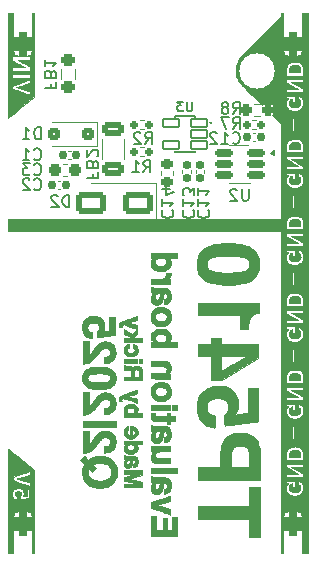
<source format=gbr>
G04 #@! TF.GenerationSoftware,KiCad,Pcbnew,8.0.8*
G04 #@! TF.CreationDate,2025-05-11T18:19:19+03:00*
G04 #@! TF.ProjectId,TP5410_eval_board,54503534-3130-45f6-9576-616c5f626f61,rev?*
G04 #@! TF.SameCoordinates,Original*
G04 #@! TF.FileFunction,Legend,Bot*
G04 #@! TF.FilePolarity,Positive*
%FSLAX46Y46*%
G04 Gerber Fmt 4.6, Leading zero omitted, Abs format (unit mm)*
G04 Created by KiCad (PCBNEW 8.0.8) date 2025-05-11 18:19:19*
%MOMM*%
%LPD*%
G01*
G04 APERTURE LIST*
G04 Aperture macros list*
%AMRoundRect*
0 Rectangle with rounded corners*
0 $1 Rounding radius*
0 $2 $3 $4 $5 $6 $7 $8 $9 X,Y pos of 4 corners*
0 Add a 4 corners polygon primitive as box body*
4,1,4,$2,$3,$4,$5,$6,$7,$8,$9,$2,$3,0*
0 Add four circle primitives for the rounded corners*
1,1,$1+$1,$2,$3*
1,1,$1+$1,$4,$5*
1,1,$1+$1,$6,$7*
1,1,$1+$1,$8,$9*
0 Add four rect primitives between the rounded corners*
20,1,$1+$1,$2,$3,$4,$5,0*
20,1,$1+$1,$4,$5,$6,$7,0*
20,1,$1+$1,$6,$7,$8,$9,0*
20,1,$1+$1,$8,$9,$2,$3,0*%
G04 Aperture macros list end*
%ADD10C,0.150000*%
%ADD11C,0.010000*%
%ADD12C,0.120000*%
%ADD13C,0.127000*%
%ADD14C,0.200000*%
%ADD15C,3.000000*%
%ADD16R,1.500000X4.040000*%
%ADD17RoundRect,0.375000X-0.375000X0.625000X-0.375000X-0.625000X0.375000X-0.625000X0.375000X0.625000X0*%
%ADD18RoundRect,0.375000X0.375000X-0.625000X0.375000X0.625000X-0.375000X0.625000X-0.375000X-0.625000X0*%
%ADD19RoundRect,0.250000X-0.350000X0.275000X-0.350000X-0.275000X0.350000X-0.275000X0.350000X0.275000X0*%
%ADD20RoundRect,0.155000X-0.155000X0.212500X-0.155000X-0.212500X0.155000X-0.212500X0.155000X0.212500X0*%
%ADD21RoundRect,0.250000X0.300000X0.300000X-0.300000X0.300000X-0.300000X-0.300000X0.300000X-0.300000X0*%
%ADD22RoundRect,0.250000X-0.700000X0.362500X-0.700000X-0.362500X0.700000X-0.362500X0.700000X0.362500X0*%
%ADD23RoundRect,0.155000X0.212500X0.155000X-0.212500X0.155000X-0.212500X-0.155000X0.212500X-0.155000X0*%
%ADD24RoundRect,0.160000X-0.197500X-0.160000X0.197500X-0.160000X0.197500X0.160000X-0.197500X0.160000X0*%
%ADD25RoundRect,0.160000X0.197500X0.160000X-0.197500X0.160000X-0.197500X-0.160000X0.197500X-0.160000X0*%
%ADD26RoundRect,0.250000X1.000000X0.650000X-1.000000X0.650000X-1.000000X-0.650000X1.000000X-0.650000X0*%
%ADD27RoundRect,0.237500X0.300000X0.237500X-0.300000X0.237500X-0.300000X-0.237500X0.300000X-0.237500X0*%
%ADD28RoundRect,0.162500X0.617500X0.162500X-0.617500X0.162500X-0.617500X-0.162500X0.617500X-0.162500X0*%
%ADD29RoundRect,0.237500X-0.250000X-0.237500X0.250000X-0.237500X0.250000X0.237500X-0.250000X0.237500X0*%
%ADD30RoundRect,0.225000X-0.250000X0.225000X-0.250000X-0.225000X0.250000X-0.225000X0.250000X0.225000X0*%
%ADD31RoundRect,0.079400X-0.707600X0.317600X-0.707600X-0.317600X0.707600X-0.317600X0.707600X0.317600X0*%
G04 APERTURE END LIST*
D10*
X-9075009Y-5913333D02*
X-9075009Y-6246666D01*
X-9598819Y-6246666D02*
X-8598819Y-6246666D01*
X-8598819Y-6246666D02*
X-8598819Y-5770476D01*
X-9075009Y-5056190D02*
X-9122628Y-4913333D01*
X-9122628Y-4913333D02*
X-9170247Y-4865714D01*
X-9170247Y-4865714D02*
X-9265485Y-4818095D01*
X-9265485Y-4818095D02*
X-9408342Y-4818095D01*
X-9408342Y-4818095D02*
X-9503580Y-4865714D01*
X-9503580Y-4865714D02*
X-9551200Y-4913333D01*
X-9551200Y-4913333D02*
X-9598819Y-5008571D01*
X-9598819Y-5008571D02*
X-9598819Y-5389523D01*
X-9598819Y-5389523D02*
X-8598819Y-5389523D01*
X-8598819Y-5389523D02*
X-8598819Y-5056190D01*
X-8598819Y-5056190D02*
X-8646438Y-4960952D01*
X-8646438Y-4960952D02*
X-8694057Y-4913333D01*
X-8694057Y-4913333D02*
X-8789295Y-4865714D01*
X-8789295Y-4865714D02*
X-8884533Y-4865714D01*
X-8884533Y-4865714D02*
X-8979771Y-4913333D01*
X-8979771Y-4913333D02*
X-9027390Y-4960952D01*
X-9027390Y-4960952D02*
X-9075009Y-5056190D01*
X-9075009Y-5056190D02*
X-9075009Y-5389523D01*
X-9598819Y-3865714D02*
X-9598819Y-4437142D01*
X-9598819Y-4151428D02*
X-8598819Y-4151428D01*
X-8598819Y-4151428D02*
X-8741676Y-4246666D01*
X-8741676Y-4246666D02*
X-8836914Y-4341904D01*
X-8836914Y-4341904D02*
X-8884533Y-4437142D01*
X2180419Y-16644857D02*
X2132800Y-16692476D01*
X2132800Y-16692476D02*
X2085180Y-16835333D01*
X2085180Y-16835333D02*
X2085180Y-16930571D01*
X2085180Y-16930571D02*
X2132800Y-17073428D01*
X2132800Y-17073428D02*
X2228038Y-17168666D01*
X2228038Y-17168666D02*
X2323276Y-17216285D01*
X2323276Y-17216285D02*
X2513752Y-17263904D01*
X2513752Y-17263904D02*
X2656609Y-17263904D01*
X2656609Y-17263904D02*
X2847085Y-17216285D01*
X2847085Y-17216285D02*
X2942323Y-17168666D01*
X2942323Y-17168666D02*
X3037561Y-17073428D01*
X3037561Y-17073428D02*
X3085180Y-16930571D01*
X3085180Y-16930571D02*
X3085180Y-16835333D01*
X3085180Y-16835333D02*
X3037561Y-16692476D01*
X3037561Y-16692476D02*
X2989942Y-16644857D01*
X2085180Y-15692476D02*
X2085180Y-16263904D01*
X2085180Y-15978190D02*
X3085180Y-15978190D01*
X3085180Y-15978190D02*
X2942323Y-16073428D01*
X2942323Y-16073428D02*
X2847085Y-16168666D01*
X2847085Y-16168666D02*
X2799466Y-16263904D01*
X3085180Y-15359142D02*
X3085180Y-14740095D01*
X3085180Y-14740095D02*
X2704228Y-15073428D01*
X2704228Y-15073428D02*
X2704228Y-14930571D01*
X2704228Y-14930571D02*
X2656609Y-14835333D01*
X2656609Y-14835333D02*
X2608990Y-14787714D01*
X2608990Y-14787714D02*
X2513752Y-14740095D01*
X2513752Y-14740095D02*
X2275657Y-14740095D01*
X2275657Y-14740095D02*
X2180419Y-14787714D01*
X2180419Y-14787714D02*
X2132800Y-14835333D01*
X2132800Y-14835333D02*
X2085180Y-14930571D01*
X2085180Y-14930571D02*
X2085180Y-15216285D01*
X2085180Y-15216285D02*
X2132800Y-15311523D01*
X2132800Y-15311523D02*
X2180419Y-15359142D01*
X-9929905Y-10614819D02*
X-9929905Y-9614819D01*
X-9929905Y-9614819D02*
X-10168000Y-9614819D01*
X-10168000Y-9614819D02*
X-10310857Y-9662438D01*
X-10310857Y-9662438D02*
X-10406095Y-9757676D01*
X-10406095Y-9757676D02*
X-10453714Y-9852914D01*
X-10453714Y-9852914D02*
X-10501333Y-10043390D01*
X-10501333Y-10043390D02*
X-10501333Y-10186247D01*
X-10501333Y-10186247D02*
X-10453714Y-10376723D01*
X-10453714Y-10376723D02*
X-10406095Y-10471961D01*
X-10406095Y-10471961D02*
X-10310857Y-10567200D01*
X-10310857Y-10567200D02*
X-10168000Y-10614819D01*
X-10168000Y-10614819D02*
X-9929905Y-10614819D01*
X-11453714Y-10614819D02*
X-10882286Y-10614819D01*
X-11168000Y-10614819D02*
X-11168000Y-9614819D01*
X-11168000Y-9614819D02*
X-11072762Y-9757676D01*
X-11072762Y-9757676D02*
X-10977524Y-9852914D01*
X-10977524Y-9852914D02*
X-10882286Y-9900533D01*
X-5519009Y-13533333D02*
X-5519009Y-13866666D01*
X-6042819Y-13866666D02*
X-5042819Y-13866666D01*
X-5042819Y-13866666D02*
X-5042819Y-13390476D01*
X-5519009Y-12676190D02*
X-5566628Y-12533333D01*
X-5566628Y-12533333D02*
X-5614247Y-12485714D01*
X-5614247Y-12485714D02*
X-5709485Y-12438095D01*
X-5709485Y-12438095D02*
X-5852342Y-12438095D01*
X-5852342Y-12438095D02*
X-5947580Y-12485714D01*
X-5947580Y-12485714D02*
X-5995200Y-12533333D01*
X-5995200Y-12533333D02*
X-6042819Y-12628571D01*
X-6042819Y-12628571D02*
X-6042819Y-13009523D01*
X-6042819Y-13009523D02*
X-5042819Y-13009523D01*
X-5042819Y-13009523D02*
X-5042819Y-12676190D01*
X-5042819Y-12676190D02*
X-5090438Y-12580952D01*
X-5090438Y-12580952D02*
X-5138057Y-12533333D01*
X-5138057Y-12533333D02*
X-5233295Y-12485714D01*
X-5233295Y-12485714D02*
X-5328533Y-12485714D01*
X-5328533Y-12485714D02*
X-5423771Y-12533333D01*
X-5423771Y-12533333D02*
X-5471390Y-12580952D01*
X-5471390Y-12580952D02*
X-5519009Y-12676190D01*
X-5519009Y-12676190D02*
X-5519009Y-13009523D01*
X-5138057Y-12057142D02*
X-5090438Y-12009523D01*
X-5090438Y-12009523D02*
X-5042819Y-11914285D01*
X-5042819Y-11914285D02*
X-5042819Y-11676190D01*
X-5042819Y-11676190D02*
X-5090438Y-11580952D01*
X-5090438Y-11580952D02*
X-5138057Y-11533333D01*
X-5138057Y-11533333D02*
X-5233295Y-11485714D01*
X-5233295Y-11485714D02*
X-5328533Y-11485714D01*
X-5328533Y-11485714D02*
X-5471390Y-11533333D01*
X-5471390Y-11533333D02*
X-6042819Y-12104761D01*
X-6042819Y-12104761D02*
X-6042819Y-11485714D01*
X-10501333Y-12297580D02*
X-10453714Y-12345200D01*
X-10453714Y-12345200D02*
X-10310857Y-12392819D01*
X-10310857Y-12392819D02*
X-10215619Y-12392819D01*
X-10215619Y-12392819D02*
X-10072762Y-12345200D01*
X-10072762Y-12345200D02*
X-9977524Y-12249961D01*
X-9977524Y-12249961D02*
X-9929905Y-12154723D01*
X-9929905Y-12154723D02*
X-9882286Y-11964247D01*
X-9882286Y-11964247D02*
X-9882286Y-11821390D01*
X-9882286Y-11821390D02*
X-9929905Y-11630914D01*
X-9929905Y-11630914D02*
X-9977524Y-11535676D01*
X-9977524Y-11535676D02*
X-10072762Y-11440438D01*
X-10072762Y-11440438D02*
X-10215619Y-11392819D01*
X-10215619Y-11392819D02*
X-10310857Y-11392819D01*
X-10310857Y-11392819D02*
X-10453714Y-11440438D01*
X-10453714Y-11440438D02*
X-10501333Y-11488057D01*
X-11453714Y-12392819D02*
X-10882286Y-12392819D01*
X-11168000Y-12392819D02*
X-11168000Y-11392819D01*
X-11168000Y-11392819D02*
X-11072762Y-11535676D01*
X-11072762Y-11535676D02*
X-10977524Y-11630914D01*
X-10977524Y-11630914D02*
X-10882286Y-11678533D01*
X-1230333Y-13408819D02*
X-897000Y-12932628D01*
X-658905Y-13408819D02*
X-658905Y-12408819D01*
X-658905Y-12408819D02*
X-1039857Y-12408819D01*
X-1039857Y-12408819D02*
X-1135095Y-12456438D01*
X-1135095Y-12456438D02*
X-1182714Y-12504057D01*
X-1182714Y-12504057D02*
X-1230333Y-12599295D01*
X-1230333Y-12599295D02*
X-1230333Y-12742152D01*
X-1230333Y-12742152D02*
X-1182714Y-12837390D01*
X-1182714Y-12837390D02*
X-1135095Y-12885009D01*
X-1135095Y-12885009D02*
X-1039857Y-12932628D01*
X-1039857Y-12932628D02*
X-658905Y-12932628D01*
X-2182714Y-13408819D02*
X-1611286Y-13408819D01*
X-1897000Y-13408819D02*
X-1897000Y-12408819D01*
X-1897000Y-12408819D02*
X-1801762Y-12551676D01*
X-1801762Y-12551676D02*
X-1706524Y-12646914D01*
X-1706524Y-12646914D02*
X-1611286Y-12694533D01*
X6338866Y-9751219D02*
X6672199Y-9275028D01*
X6910294Y-9751219D02*
X6910294Y-8751219D01*
X6910294Y-8751219D02*
X6529342Y-8751219D01*
X6529342Y-8751219D02*
X6434104Y-8798838D01*
X6434104Y-8798838D02*
X6386485Y-8846457D01*
X6386485Y-8846457D02*
X6338866Y-8941695D01*
X6338866Y-8941695D02*
X6338866Y-9084552D01*
X6338866Y-9084552D02*
X6386485Y-9179790D01*
X6386485Y-9179790D02*
X6434104Y-9227409D01*
X6434104Y-9227409D02*
X6529342Y-9275028D01*
X6529342Y-9275028D02*
X6910294Y-9275028D01*
X6005532Y-8751219D02*
X5338866Y-8751219D01*
X5338866Y-8751219D02*
X5767437Y-9751219D01*
X-7516905Y-16329819D02*
X-7516905Y-15329819D01*
X-7516905Y-15329819D02*
X-7755000Y-15329819D01*
X-7755000Y-15329819D02*
X-7897857Y-15377438D01*
X-7897857Y-15377438D02*
X-7993095Y-15472676D01*
X-7993095Y-15472676D02*
X-8040714Y-15567914D01*
X-8040714Y-15567914D02*
X-8088333Y-15758390D01*
X-8088333Y-15758390D02*
X-8088333Y-15901247D01*
X-8088333Y-15901247D02*
X-8040714Y-16091723D01*
X-8040714Y-16091723D02*
X-7993095Y-16186961D01*
X-7993095Y-16186961D02*
X-7897857Y-16282200D01*
X-7897857Y-16282200D02*
X-7755000Y-16329819D01*
X-7755000Y-16329819D02*
X-7516905Y-16329819D01*
X-8469286Y-15425057D02*
X-8516905Y-15377438D01*
X-8516905Y-15377438D02*
X-8612143Y-15329819D01*
X-8612143Y-15329819D02*
X-8850238Y-15329819D01*
X-8850238Y-15329819D02*
X-8945476Y-15377438D01*
X-8945476Y-15377438D02*
X-8993095Y-15425057D01*
X-8993095Y-15425057D02*
X-9040714Y-15520295D01*
X-9040714Y-15520295D02*
X-9040714Y-15615533D01*
X-9040714Y-15615533D02*
X-8993095Y-15758390D01*
X-8993095Y-15758390D02*
X-8421667Y-16329819D01*
X-8421667Y-16329819D02*
X-9040714Y-16329819D01*
X6307057Y-10925980D02*
X6354676Y-10973600D01*
X6354676Y-10973600D02*
X6497533Y-11021219D01*
X6497533Y-11021219D02*
X6592771Y-11021219D01*
X6592771Y-11021219D02*
X6735628Y-10973600D01*
X6735628Y-10973600D02*
X6830866Y-10878361D01*
X6830866Y-10878361D02*
X6878485Y-10783123D01*
X6878485Y-10783123D02*
X6926104Y-10592647D01*
X6926104Y-10592647D02*
X6926104Y-10449790D01*
X6926104Y-10449790D02*
X6878485Y-10259314D01*
X6878485Y-10259314D02*
X6830866Y-10164076D01*
X6830866Y-10164076D02*
X6735628Y-10068838D01*
X6735628Y-10068838D02*
X6592771Y-10021219D01*
X6592771Y-10021219D02*
X6497533Y-10021219D01*
X6497533Y-10021219D02*
X6354676Y-10068838D01*
X6354676Y-10068838D02*
X6307057Y-10116457D01*
X5354676Y-11021219D02*
X5926104Y-11021219D01*
X5640390Y-11021219D02*
X5640390Y-10021219D01*
X5640390Y-10021219D02*
X5735628Y-10164076D01*
X5735628Y-10164076D02*
X5830866Y-10259314D01*
X5830866Y-10259314D02*
X5926104Y-10306933D01*
X4973723Y-10116457D02*
X4926104Y-10068838D01*
X4926104Y-10068838D02*
X4830866Y-10021219D01*
X4830866Y-10021219D02*
X4592771Y-10021219D01*
X4592771Y-10021219D02*
X4497533Y-10068838D01*
X4497533Y-10068838D02*
X4449914Y-10116457D01*
X4449914Y-10116457D02*
X4402295Y-10211695D01*
X4402295Y-10211695D02*
X4402295Y-10306933D01*
X4402295Y-10306933D02*
X4449914Y-10449790D01*
X4449914Y-10449790D02*
X5021342Y-11021219D01*
X5021342Y-11021219D02*
X4402295Y-11021219D01*
X-10501333Y-13567580D02*
X-10453714Y-13615200D01*
X-10453714Y-13615200D02*
X-10310857Y-13662819D01*
X-10310857Y-13662819D02*
X-10215619Y-13662819D01*
X-10215619Y-13662819D02*
X-10072762Y-13615200D01*
X-10072762Y-13615200D02*
X-9977524Y-13519961D01*
X-9977524Y-13519961D02*
X-9929905Y-13424723D01*
X-9929905Y-13424723D02*
X-9882286Y-13234247D01*
X-9882286Y-13234247D02*
X-9882286Y-13091390D01*
X-9882286Y-13091390D02*
X-9929905Y-12900914D01*
X-9929905Y-12900914D02*
X-9977524Y-12805676D01*
X-9977524Y-12805676D02*
X-10072762Y-12710438D01*
X-10072762Y-12710438D02*
X-10215619Y-12662819D01*
X-10215619Y-12662819D02*
X-10310857Y-12662819D01*
X-10310857Y-12662819D02*
X-10453714Y-12710438D01*
X-10453714Y-12710438D02*
X-10501333Y-12758057D01*
X-10834667Y-12662819D02*
X-11453714Y-12662819D01*
X-11453714Y-12662819D02*
X-11120381Y-13043771D01*
X-11120381Y-13043771D02*
X-11263238Y-13043771D01*
X-11263238Y-13043771D02*
X-11358476Y-13091390D01*
X-11358476Y-13091390D02*
X-11406095Y-13139009D01*
X-11406095Y-13139009D02*
X-11453714Y-13234247D01*
X-11453714Y-13234247D02*
X-11453714Y-13472342D01*
X-11453714Y-13472342D02*
X-11406095Y-13567580D01*
X-11406095Y-13567580D02*
X-11358476Y-13615200D01*
X-11358476Y-13615200D02*
X-11263238Y-13662819D01*
X-11263238Y-13662819D02*
X-10977524Y-13662819D01*
X-10977524Y-13662819D02*
X-10882286Y-13615200D01*
X-10882286Y-13615200D02*
X-10834667Y-13567580D01*
X7681404Y-14821819D02*
X7681404Y-15631342D01*
X7681404Y-15631342D02*
X7633785Y-15726580D01*
X7633785Y-15726580D02*
X7586166Y-15774200D01*
X7586166Y-15774200D02*
X7490928Y-15821819D01*
X7490928Y-15821819D02*
X7300452Y-15821819D01*
X7300452Y-15821819D02*
X7205214Y-15774200D01*
X7205214Y-15774200D02*
X7157595Y-15726580D01*
X7157595Y-15726580D02*
X7109976Y-15631342D01*
X7109976Y-15631342D02*
X7109976Y-14821819D01*
X6681404Y-14917057D02*
X6633785Y-14869438D01*
X6633785Y-14869438D02*
X6538547Y-14821819D01*
X6538547Y-14821819D02*
X6300452Y-14821819D01*
X6300452Y-14821819D02*
X6205214Y-14869438D01*
X6205214Y-14869438D02*
X6157595Y-14917057D01*
X6157595Y-14917057D02*
X6109976Y-15012295D01*
X6109976Y-15012295D02*
X6109976Y-15107533D01*
X6109976Y-15107533D02*
X6157595Y-15250390D01*
X6157595Y-15250390D02*
X6729023Y-15821819D01*
X6729023Y-15821819D02*
X6109976Y-15821819D01*
X6338866Y-8481219D02*
X6672199Y-8005028D01*
X6910294Y-8481219D02*
X6910294Y-7481219D01*
X6910294Y-7481219D02*
X6529342Y-7481219D01*
X6529342Y-7481219D02*
X6434104Y-7528838D01*
X6434104Y-7528838D02*
X6386485Y-7576457D01*
X6386485Y-7576457D02*
X6338866Y-7671695D01*
X6338866Y-7671695D02*
X6338866Y-7814552D01*
X6338866Y-7814552D02*
X6386485Y-7909790D01*
X6386485Y-7909790D02*
X6434104Y-7957409D01*
X6434104Y-7957409D02*
X6529342Y-8005028D01*
X6529342Y-8005028D02*
X6910294Y-8005028D01*
X5767437Y-7909790D02*
X5862675Y-7862171D01*
X5862675Y-7862171D02*
X5910294Y-7814552D01*
X5910294Y-7814552D02*
X5957913Y-7719314D01*
X5957913Y-7719314D02*
X5957913Y-7671695D01*
X5957913Y-7671695D02*
X5910294Y-7576457D01*
X5910294Y-7576457D02*
X5862675Y-7528838D01*
X5862675Y-7528838D02*
X5767437Y-7481219D01*
X5767437Y-7481219D02*
X5576961Y-7481219D01*
X5576961Y-7481219D02*
X5481723Y-7528838D01*
X5481723Y-7528838D02*
X5434104Y-7576457D01*
X5434104Y-7576457D02*
X5386485Y-7671695D01*
X5386485Y-7671695D02*
X5386485Y-7719314D01*
X5386485Y-7719314D02*
X5434104Y-7814552D01*
X5434104Y-7814552D02*
X5481723Y-7862171D01*
X5481723Y-7862171D02*
X5576961Y-7909790D01*
X5576961Y-7909790D02*
X5767437Y-7909790D01*
X5767437Y-7909790D02*
X5862675Y-7957409D01*
X5862675Y-7957409D02*
X5910294Y-8005028D01*
X5910294Y-8005028D02*
X5957913Y-8100266D01*
X5957913Y-8100266D02*
X5957913Y-8290742D01*
X5957913Y-8290742D02*
X5910294Y-8385980D01*
X5910294Y-8385980D02*
X5862675Y-8433600D01*
X5862675Y-8433600D02*
X5767437Y-8481219D01*
X5767437Y-8481219D02*
X5576961Y-8481219D01*
X5576961Y-8481219D02*
X5481723Y-8433600D01*
X5481723Y-8433600D02*
X5434104Y-8385980D01*
X5434104Y-8385980D02*
X5386485Y-8290742D01*
X5386485Y-8290742D02*
X5386485Y-8100266D01*
X5386485Y-8100266D02*
X5434104Y-8005028D01*
X5434104Y-8005028D02*
X5481723Y-7957409D01*
X5481723Y-7957409D02*
X5576961Y-7909790D01*
X402419Y-16644857D02*
X354800Y-16692476D01*
X354800Y-16692476D02*
X307180Y-16835333D01*
X307180Y-16835333D02*
X307180Y-16930571D01*
X307180Y-16930571D02*
X354800Y-17073428D01*
X354800Y-17073428D02*
X450038Y-17168666D01*
X450038Y-17168666D02*
X545276Y-17216285D01*
X545276Y-17216285D02*
X735752Y-17263904D01*
X735752Y-17263904D02*
X878609Y-17263904D01*
X878609Y-17263904D02*
X1069085Y-17216285D01*
X1069085Y-17216285D02*
X1164323Y-17168666D01*
X1164323Y-17168666D02*
X1259561Y-17073428D01*
X1259561Y-17073428D02*
X1307180Y-16930571D01*
X1307180Y-16930571D02*
X1307180Y-16835333D01*
X1307180Y-16835333D02*
X1259561Y-16692476D01*
X1259561Y-16692476D02*
X1211942Y-16644857D01*
X307180Y-15692476D02*
X307180Y-16263904D01*
X307180Y-15978190D02*
X1307180Y-15978190D01*
X1307180Y-15978190D02*
X1164323Y-16073428D01*
X1164323Y-16073428D02*
X1069085Y-16168666D01*
X1069085Y-16168666D02*
X1021466Y-16263904D01*
X973847Y-14835333D02*
X307180Y-14835333D01*
X1354800Y-15073428D02*
X640514Y-15311523D01*
X640514Y-15311523D02*
X640514Y-14692476D01*
X-10501333Y-14837580D02*
X-10453714Y-14885200D01*
X-10453714Y-14885200D02*
X-10310857Y-14932819D01*
X-10310857Y-14932819D02*
X-10215619Y-14932819D01*
X-10215619Y-14932819D02*
X-10072762Y-14885200D01*
X-10072762Y-14885200D02*
X-9977524Y-14789961D01*
X-9977524Y-14789961D02*
X-9929905Y-14694723D01*
X-9929905Y-14694723D02*
X-9882286Y-14504247D01*
X-9882286Y-14504247D02*
X-9882286Y-14361390D01*
X-9882286Y-14361390D02*
X-9929905Y-14170914D01*
X-9929905Y-14170914D02*
X-9977524Y-14075676D01*
X-9977524Y-14075676D02*
X-10072762Y-13980438D01*
X-10072762Y-13980438D02*
X-10215619Y-13932819D01*
X-10215619Y-13932819D02*
X-10310857Y-13932819D01*
X-10310857Y-13932819D02*
X-10453714Y-13980438D01*
X-10453714Y-13980438D02*
X-10501333Y-14028057D01*
X-10882286Y-14028057D02*
X-10929905Y-13980438D01*
X-10929905Y-13980438D02*
X-11025143Y-13932819D01*
X-11025143Y-13932819D02*
X-11263238Y-13932819D01*
X-11263238Y-13932819D02*
X-11358476Y-13980438D01*
X-11358476Y-13980438D02*
X-11406095Y-14028057D01*
X-11406095Y-14028057D02*
X-11453714Y-14123295D01*
X-11453714Y-14123295D02*
X-11453714Y-14218533D01*
X-11453714Y-14218533D02*
X-11406095Y-14361390D01*
X-11406095Y-14361390D02*
X-10834667Y-14932819D01*
X-10834667Y-14932819D02*
X-11453714Y-14932819D01*
X2895961Y-7435986D02*
X2895961Y-8084071D01*
X2895961Y-8084071D02*
X2857839Y-8160316D01*
X2857839Y-8160316D02*
X2819716Y-8198439D01*
X2819716Y-8198439D02*
X2743471Y-8236561D01*
X2743471Y-8236561D02*
X2590980Y-8236561D01*
X2590980Y-8236561D02*
X2514735Y-8198439D01*
X2514735Y-8198439D02*
X2476613Y-8160316D01*
X2476613Y-8160316D02*
X2438490Y-8084071D01*
X2438490Y-8084071D02*
X2438490Y-7435986D01*
X2133509Y-7435986D02*
X1637915Y-7435986D01*
X1637915Y-7435986D02*
X1904773Y-7740967D01*
X1904773Y-7740967D02*
X1790405Y-7740967D01*
X1790405Y-7740967D02*
X1714160Y-7779090D01*
X1714160Y-7779090D02*
X1676037Y-7817212D01*
X1676037Y-7817212D02*
X1637915Y-7893458D01*
X1637915Y-7893458D02*
X1637915Y-8084071D01*
X1637915Y-8084071D02*
X1676037Y-8160316D01*
X1676037Y-8160316D02*
X1714160Y-8198439D01*
X1714160Y-8198439D02*
X1790405Y-8236561D01*
X1790405Y-8236561D02*
X2019141Y-8236561D01*
X2019141Y-8236561D02*
X2095386Y-8198439D01*
X2095386Y-8198439D02*
X2133509Y-8160316D01*
X3450419Y-16644857D02*
X3402800Y-16692476D01*
X3402800Y-16692476D02*
X3355180Y-16835333D01*
X3355180Y-16835333D02*
X3355180Y-16930571D01*
X3355180Y-16930571D02*
X3402800Y-17073428D01*
X3402800Y-17073428D02*
X3498038Y-17168666D01*
X3498038Y-17168666D02*
X3593276Y-17216285D01*
X3593276Y-17216285D02*
X3783752Y-17263904D01*
X3783752Y-17263904D02*
X3926609Y-17263904D01*
X3926609Y-17263904D02*
X4117085Y-17216285D01*
X4117085Y-17216285D02*
X4212323Y-17168666D01*
X4212323Y-17168666D02*
X4307561Y-17073428D01*
X4307561Y-17073428D02*
X4355180Y-16930571D01*
X4355180Y-16930571D02*
X4355180Y-16835333D01*
X4355180Y-16835333D02*
X4307561Y-16692476D01*
X4307561Y-16692476D02*
X4259942Y-16644857D01*
X3355180Y-15692476D02*
X3355180Y-16263904D01*
X3355180Y-15978190D02*
X4355180Y-15978190D01*
X4355180Y-15978190D02*
X4212323Y-16073428D01*
X4212323Y-16073428D02*
X4117085Y-16168666D01*
X4117085Y-16168666D02*
X4069466Y-16263904D01*
X3355180Y-14740095D02*
X3355180Y-15311523D01*
X3355180Y-15025809D02*
X4355180Y-15025809D01*
X4355180Y-15025809D02*
X4212323Y-15121047D01*
X4212323Y-15121047D02*
X4117085Y-15216285D01*
X4117085Y-15216285D02*
X4069466Y-15311523D01*
X-1103333Y-11022819D02*
X-770000Y-10546628D01*
X-531905Y-11022819D02*
X-531905Y-10022819D01*
X-531905Y-10022819D02*
X-912857Y-10022819D01*
X-912857Y-10022819D02*
X-1008095Y-10070438D01*
X-1008095Y-10070438D02*
X-1055714Y-10118057D01*
X-1055714Y-10118057D02*
X-1103333Y-10213295D01*
X-1103333Y-10213295D02*
X-1103333Y-10356152D01*
X-1103333Y-10356152D02*
X-1055714Y-10451390D01*
X-1055714Y-10451390D02*
X-1008095Y-10499009D01*
X-1008095Y-10499009D02*
X-912857Y-10546628D01*
X-912857Y-10546628D02*
X-531905Y-10546628D01*
X-1484286Y-10118057D02*
X-1531905Y-10070438D01*
X-1531905Y-10070438D02*
X-1627143Y-10022819D01*
X-1627143Y-10022819D02*
X-1865238Y-10022819D01*
X-1865238Y-10022819D02*
X-1960476Y-10070438D01*
X-1960476Y-10070438D02*
X-2008095Y-10118057D01*
X-2008095Y-10118057D02*
X-2055714Y-10213295D01*
X-2055714Y-10213295D02*
X-2055714Y-10308533D01*
X-2055714Y-10308533D02*
X-2008095Y-10451390D01*
X-2008095Y-10451390D02*
X-1436667Y-11022819D01*
X-1436667Y-11022819D02*
X-2055714Y-11022819D01*
D11*
X-3530600Y-34937700D02*
X-6362700Y-34937700D01*
X-6362700Y-34429700D01*
X-3530600Y-34429700D01*
X-3530600Y-34937700D01*
G36*
X-3530600Y-34937700D02*
G01*
X-6362700Y-34937700D01*
X-6362700Y-34429700D01*
X-3530600Y-34429700D01*
X-3530600Y-34937700D01*
G37*
X-1752600Y-29527500D02*
X-2882900Y-29527500D01*
X-2882900Y-29222700D01*
X-1752600Y-29222700D01*
X-1752600Y-29527500D01*
G36*
X-1752600Y-29527500D02*
G01*
X-2882900Y-29527500D01*
X-2882900Y-29222700D01*
X-1752600Y-29222700D01*
X-1752600Y-29527500D01*
G37*
X-1346200Y-29527500D02*
X-1625600Y-29527500D01*
X-1625600Y-29222700D01*
X-1346200Y-29222700D01*
X-1346200Y-29527500D01*
G36*
X-1346200Y-29527500D02*
G01*
X-1625600Y-29527500D01*
X-1625600Y-29222700D01*
X-1346200Y-29222700D01*
X-1346200Y-29527500D01*
G37*
X1612900Y-38874700D02*
X-572115Y-38874700D01*
X-568633Y-38661975D01*
X-565150Y-38449250D01*
X1612900Y-38442758D01*
X1612900Y-38874700D01*
G36*
X1612900Y-38874700D02*
G01*
X-572115Y-38874700D01*
X-568633Y-38661975D01*
X-565150Y-38449250D01*
X1612900Y-38442758D01*
X1612900Y-38874700D01*
G37*
X8610600Y-44310300D02*
X7683500Y-44310300D01*
X7683500Y-42748200D01*
X3403600Y-42748200D01*
X3403600Y-41656000D01*
X7683500Y-41656000D01*
X7683500Y-40093900D01*
X8610600Y-40093900D01*
X8610600Y-44310300D01*
G36*
X8610600Y-44310300D02*
G01*
X7683500Y-44310300D01*
X7683500Y-42748200D01*
X3403600Y-42748200D01*
X3403600Y-41656000D01*
X7683500Y-41656000D01*
X7683500Y-40093900D01*
X8610600Y-40093900D01*
X8610600Y-44310300D01*
G37*
X-165100Y-43738800D02*
X381000Y-43738800D01*
X381000Y-42684700D01*
X762000Y-42684700D01*
X762000Y-43738800D01*
X1219200Y-43738800D01*
X1219200Y-42595800D01*
X1612900Y-42595800D01*
X1612900Y-44183300D01*
X-571686Y-44183300D01*
X-565150Y-42538650D01*
X-365125Y-42535152D01*
X-165100Y-42531655D01*
X-165100Y-43738800D01*
G36*
X-165100Y-43738800D02*
G01*
X381000Y-43738800D01*
X381000Y-42684700D01*
X762000Y-42684700D01*
X762000Y-43738800D01*
X1219200Y-43738800D01*
X1219200Y-42595800D01*
X1612900Y-42595800D01*
X1612900Y-44183300D01*
X-571686Y-44183300D01*
X-565150Y-42538650D01*
X-365125Y-42535152D01*
X-165100Y-42531655D01*
X-165100Y-43738800D01*
G37*
X1625600Y-33540700D02*
X1428351Y-33540700D01*
X1348377Y-33540156D01*
X1290894Y-33538369D01*
X1253015Y-33535107D01*
X1231851Y-33530137D01*
X1224815Y-33524315D01*
X1222883Y-33506530D01*
X1221637Y-33468077D01*
X1221137Y-33413681D01*
X1221443Y-33348068D01*
X1222038Y-33305240D01*
X1225550Y-33102550D01*
X1425575Y-33099052D01*
X1625600Y-33095555D01*
X1625600Y-33540700D01*
G36*
X1625600Y-33540700D02*
G01*
X1428351Y-33540700D01*
X1348377Y-33540156D01*
X1290894Y-33538369D01*
X1253015Y-33535107D01*
X1231851Y-33530137D01*
X1224815Y-33524315D01*
X1222883Y-33506530D01*
X1221637Y-33468077D01*
X1221137Y-33413681D01*
X1221443Y-33348068D01*
X1222038Y-33305240D01*
X1225550Y-33102550D01*
X1425575Y-33099052D01*
X1625600Y-33095555D01*
X1625600Y-33540700D01*
G37*
X1041400Y-33540700D02*
X240901Y-33540700D01*
X72880Y-33540609D01*
X-71359Y-33540314D01*
X-193430Y-33539783D01*
X-294950Y-33538982D01*
X-377535Y-33537879D01*
X-442802Y-33536441D01*
X-492366Y-33534636D01*
X-527844Y-33532429D01*
X-550852Y-33529789D01*
X-563006Y-33526683D01*
X-565885Y-33524315D01*
X-567817Y-33506530D01*
X-569063Y-33468077D01*
X-569563Y-33413681D01*
X-569257Y-33348068D01*
X-568662Y-33305240D01*
X-565150Y-33102550D01*
X1041400Y-33096010D01*
X1041400Y-33540700D01*
G36*
X1041400Y-33540700D02*
G01*
X240901Y-33540700D01*
X72880Y-33540609D01*
X-71359Y-33540314D01*
X-193430Y-33539783D01*
X-294950Y-33538982D01*
X-377535Y-33537879D01*
X-442802Y-33536441D01*
X-492366Y-33534636D01*
X-527844Y-33532429D01*
X-550852Y-33529789D01*
X-563006Y-33526683D01*
X-565885Y-33524315D01*
X-567817Y-33506530D01*
X-569063Y-33468077D01*
X-569563Y-33413681D01*
X-569257Y-33348068D01*
X-568662Y-33305240D01*
X-565150Y-33102550D01*
X1041400Y-33096010D01*
X1041400Y-33540700D01*
G37*
X11705136Y-30404285D02*
X11806123Y-30422063D01*
X11886399Y-30452124D01*
X11947003Y-30495000D01*
X11988975Y-30551225D01*
X12012830Y-30618845D01*
X12018303Y-30657392D01*
X12022782Y-30713739D01*
X12025802Y-30780292D01*
X12026900Y-30848925D01*
X12026900Y-31013400D01*
X11099800Y-31013400D01*
X11100078Y-30832425D01*
X11101490Y-30743520D01*
X11106398Y-30675155D01*
X11116283Y-30622550D01*
X11132620Y-30580926D01*
X11156888Y-30545503D01*
X11190566Y-30511500D01*
X11202556Y-30501006D01*
X11268964Y-30456020D01*
X11348768Y-30424462D01*
X11444987Y-30405515D01*
X11560645Y-30398361D01*
X11582400Y-30398259D01*
X11705136Y-30404285D01*
G36*
X11705136Y-30404285D02*
G01*
X11806123Y-30422063D01*
X11886399Y-30452124D01*
X11947003Y-30495000D01*
X11988975Y-30551225D01*
X12012830Y-30618845D01*
X12018303Y-30657392D01*
X12022782Y-30713739D01*
X12025802Y-30780292D01*
X12026900Y-30848925D01*
X12026900Y-31013400D01*
X11099800Y-31013400D01*
X11100078Y-30832425D01*
X11101490Y-30743520D01*
X11106398Y-30675155D01*
X11116283Y-30622550D01*
X11132620Y-30580926D01*
X11156888Y-30545503D01*
X11190566Y-30511500D01*
X11202556Y-30501006D01*
X11268964Y-30456020D01*
X11348768Y-30424462D01*
X11444987Y-30405515D01*
X11560645Y-30398361D01*
X11582400Y-30398259D01*
X11705136Y-30404285D01*
G37*
X11692924Y-36918862D02*
X11788037Y-36936120D01*
X11869360Y-36963889D01*
X11933151Y-37001288D01*
X11967213Y-37035095D01*
X11989529Y-37070455D01*
X12005814Y-37112281D01*
X12016850Y-37164848D01*
X12023417Y-37232431D01*
X12026296Y-37319303D01*
X12026589Y-37360225D01*
X12026900Y-37528500D01*
X11099800Y-37528500D01*
X11099870Y-37360225D01*
X11100915Y-37292581D01*
X11103714Y-37229788D01*
X11107854Y-37178490D01*
X11112918Y-37145331D01*
X11113415Y-37143426D01*
X11144659Y-37077313D01*
X11197949Y-37020715D01*
X11271330Y-36974839D01*
X11362845Y-36940892D01*
X11470538Y-36920082D01*
X11476294Y-36919410D01*
X11587762Y-36912998D01*
X11692924Y-36918862D01*
G36*
X11692924Y-36918862D02*
G01*
X11788037Y-36936120D01*
X11869360Y-36963889D01*
X11933151Y-37001288D01*
X11967213Y-37035095D01*
X11989529Y-37070455D01*
X12005814Y-37112281D01*
X12016850Y-37164848D01*
X12023417Y-37232431D01*
X12026296Y-37319303D01*
X12026589Y-37360225D01*
X12026900Y-37528500D01*
X11099800Y-37528500D01*
X11099870Y-37360225D01*
X11100915Y-37292581D01*
X11103714Y-37229788D01*
X11107854Y-37178490D01*
X11112918Y-37145331D01*
X11113415Y-37143426D01*
X11144659Y-37077313D01*
X11197949Y-37020715D01*
X11271330Y-36974839D01*
X11362845Y-36940892D01*
X11470538Y-36920082D01*
X11476294Y-36919410D01*
X11587762Y-36912998D01*
X11692924Y-36918862D01*
G37*
X8534400Y-25284549D02*
X8486775Y-25292360D01*
X8413167Y-25307785D01*
X8330296Y-25330486D01*
X8247305Y-25357539D01*
X8173333Y-25386021D01*
X8128681Y-25406872D01*
X8015365Y-25480453D01*
X7914540Y-25574408D01*
X7828331Y-25685924D01*
X7758863Y-25812187D01*
X7708261Y-25950382D01*
X7702701Y-25970915D01*
X7686965Y-26044221D01*
X7672068Y-26137534D01*
X7658661Y-26245461D01*
X7647394Y-26362609D01*
X7638919Y-26483585D01*
X7637432Y-26511407D01*
X7628835Y-26682700D01*
X6934200Y-26682700D01*
X6934200Y-25488989D01*
X5172075Y-25485769D01*
X3409950Y-25482550D01*
X3406632Y-24965025D01*
X3403315Y-24447500D01*
X8534400Y-24447500D01*
X8534400Y-25284549D01*
G36*
X8534400Y-25284549D02*
G01*
X8486775Y-25292360D01*
X8413167Y-25307785D01*
X8330296Y-25330486D01*
X8247305Y-25357539D01*
X8173333Y-25386021D01*
X8128681Y-25406872D01*
X8015365Y-25480453D01*
X7914540Y-25574408D01*
X7828331Y-25685924D01*
X7758863Y-25812187D01*
X7708261Y-25950382D01*
X7702701Y-25970915D01*
X7686965Y-26044221D01*
X7672068Y-26137534D01*
X7658661Y-26245461D01*
X7647394Y-26362609D01*
X7638919Y-26483585D01*
X7637432Y-26511407D01*
X7628835Y-26682700D01*
X6934200Y-26682700D01*
X6934200Y-25488989D01*
X5172075Y-25485769D01*
X3409950Y-25482550D01*
X3406632Y-24965025D01*
X3403315Y-24447500D01*
X8534400Y-24447500D01*
X8534400Y-25284549D01*
G37*
X11631148Y-10851455D02*
X11711597Y-10855864D01*
X11781459Y-10864378D01*
X11826111Y-10874507D01*
X11889219Y-10899518D01*
X11938499Y-10932851D01*
X11975354Y-10977387D01*
X12001190Y-11036006D01*
X12017411Y-11111591D01*
X12025423Y-11207021D01*
X12026900Y-11286255D01*
X12026900Y-11455400D01*
X11099800Y-11455400D01*
X11099800Y-11280093D01*
X11100113Y-11208760D01*
X11101577Y-11157164D01*
X11104974Y-11119644D01*
X11111089Y-11090542D01*
X11120705Y-11064195D01*
X11133414Y-11037331D01*
X11173895Y-10977509D01*
X11231531Y-10928758D01*
X11309549Y-10888612D01*
X11346116Y-10874784D01*
X11397598Y-10862815D01*
X11467018Y-10854934D01*
X11547245Y-10851146D01*
X11631148Y-10851455D01*
G36*
X11631148Y-10851455D02*
G01*
X11711597Y-10855864D01*
X11781459Y-10864378D01*
X11826111Y-10874507D01*
X11889219Y-10899518D01*
X11938499Y-10932851D01*
X11975354Y-10977387D01*
X12001190Y-11036006D01*
X12017411Y-11111591D01*
X12025423Y-11207021D01*
X12026900Y-11286255D01*
X12026900Y-11455400D01*
X11099800Y-11455400D01*
X11099800Y-11280093D01*
X11100113Y-11208760D01*
X11101577Y-11157164D01*
X11104974Y-11119644D01*
X11111089Y-11090542D01*
X11120705Y-11064195D01*
X11133414Y-11037331D01*
X11173895Y-10977509D01*
X11231531Y-10928758D01*
X11309549Y-10888612D01*
X11346116Y-10874784D01*
X11397598Y-10862815D01*
X11467018Y-10854934D01*
X11547245Y-10851146D01*
X11631148Y-10851455D01*
G37*
X11685512Y-23883233D02*
X11784548Y-23899974D01*
X11868478Y-23927447D01*
X11886329Y-23935904D01*
X11932030Y-23963067D01*
X11962921Y-23993210D01*
X11988063Y-24034431D01*
X12000504Y-24060315D01*
X12009464Y-24085297D01*
X12015646Y-24114384D01*
X12019753Y-24152585D01*
X12022490Y-24204910D01*
X12024558Y-24276366D01*
X12025055Y-24297921D01*
X12029561Y-24498300D01*
X11099800Y-24498300D01*
X11100078Y-24317325D01*
X11101496Y-24228463D01*
X11106364Y-24160184D01*
X11116070Y-24107754D01*
X11132001Y-24066439D01*
X11155546Y-24031505D01*
X11188091Y-23998218D01*
X11195586Y-23991532D01*
X11254181Y-23948500D01*
X11320664Y-23917424D01*
X11401324Y-23895856D01*
X11468874Y-23885196D01*
X11578058Y-23878036D01*
X11685512Y-23883233D01*
G36*
X11685512Y-23883233D02*
G01*
X11784548Y-23899974D01*
X11868478Y-23927447D01*
X11886329Y-23935904D01*
X11932030Y-23963067D01*
X11962921Y-23993210D01*
X11988063Y-24034431D01*
X12000504Y-24060315D01*
X12009464Y-24085297D01*
X12015646Y-24114384D01*
X12019753Y-24152585D01*
X12022490Y-24204910D01*
X12024558Y-24276366D01*
X12025055Y-24297921D01*
X12029561Y-24498300D01*
X11099800Y-24498300D01*
X11100078Y-24317325D01*
X11101496Y-24228463D01*
X11106364Y-24160184D01*
X11116070Y-24107754D01*
X11132001Y-24066439D01*
X11155546Y-24031505D01*
X11188091Y-23998218D01*
X11195586Y-23991532D01*
X11254181Y-23948500D01*
X11320664Y-23917424D01*
X11401324Y-23895856D01*
X11468874Y-23885196D01*
X11578058Y-23878036D01*
X11685512Y-23883233D01*
G37*
X11686584Y-4339778D02*
X11775406Y-4348031D01*
X11845748Y-4363389D01*
X11900847Y-4387020D01*
X11943935Y-4420091D01*
X11978248Y-4463769D01*
X11991835Y-4487475D01*
X12002653Y-4510764D01*
X12010523Y-4536247D01*
X12016065Y-4568733D01*
X12019902Y-4613030D01*
X12022658Y-4673944D01*
X12024561Y-4740275D01*
X12029561Y-4940300D01*
X11099800Y-4940300D01*
X11099800Y-4773498D01*
X11101049Y-4701506D01*
X11104491Y-4636355D01*
X11109671Y-4584448D01*
X11115418Y-4554423D01*
X11144132Y-4497016D01*
X11192526Y-4442247D01*
X11255021Y-4395452D01*
X11310533Y-4367697D01*
X11342847Y-4355865D01*
X11373951Y-4347598D01*
X11409436Y-4342257D01*
X11454892Y-4339207D01*
X11515909Y-4337810D01*
X11576050Y-4337464D01*
X11686584Y-4339778D01*
G36*
X11686584Y-4339778D02*
G01*
X11775406Y-4348031D01*
X11845748Y-4363389D01*
X11900847Y-4387020D01*
X11943935Y-4420091D01*
X11978248Y-4463769D01*
X11991835Y-4487475D01*
X12002653Y-4510764D01*
X12010523Y-4536247D01*
X12016065Y-4568733D01*
X12019902Y-4613030D01*
X12022658Y-4673944D01*
X12024561Y-4740275D01*
X12029561Y-4940300D01*
X11099800Y-4940300D01*
X11099800Y-4773498D01*
X11101049Y-4701506D01*
X11104491Y-4636355D01*
X11109671Y-4584448D01*
X11115418Y-4554423D01*
X11144132Y-4497016D01*
X11192526Y-4442247D01*
X11255021Y-4395452D01*
X11310533Y-4367697D01*
X11342847Y-4355865D01*
X11373951Y-4347598D01*
X11409436Y-4342257D01*
X11454892Y-4339207D01*
X11515909Y-4337810D01*
X11576050Y-4337464D01*
X11686584Y-4339778D01*
G37*
X11752654Y-17375531D02*
X11839771Y-17400434D01*
X11887007Y-17421290D01*
X11931952Y-17447224D01*
X11961975Y-17475525D01*
X11986617Y-17515399D01*
X11988607Y-17519296D01*
X12000868Y-17545370D01*
X12009703Y-17570772D01*
X12015806Y-17600523D01*
X12019873Y-17639644D01*
X12022596Y-17693154D01*
X12024671Y-17766073D01*
X12025055Y-17782821D01*
X12029561Y-17983200D01*
X11099800Y-17983200D01*
X11099800Y-17801543D01*
X11100100Y-17728747D01*
X11101480Y-17675897D01*
X11104660Y-17637541D01*
X11110356Y-17608227D01*
X11119288Y-17582503D01*
X11132174Y-17554919D01*
X11132355Y-17554556D01*
X11176449Y-17490094D01*
X11238232Y-17439456D01*
X11318955Y-17402060D01*
X11419864Y-17377321D01*
X11537950Y-17364880D01*
X11653870Y-17363974D01*
X11752654Y-17375531D01*
G36*
X11752654Y-17375531D02*
G01*
X11839771Y-17400434D01*
X11887007Y-17421290D01*
X11931952Y-17447224D01*
X11961975Y-17475525D01*
X11986617Y-17515399D01*
X11988607Y-17519296D01*
X12000868Y-17545370D01*
X12009703Y-17570772D01*
X12015806Y-17600523D01*
X12019873Y-17639644D01*
X12022596Y-17693154D01*
X12024671Y-17766073D01*
X12025055Y-17782821D01*
X12029561Y-17983200D01*
X11099800Y-17983200D01*
X11099800Y-17801543D01*
X11100100Y-17728747D01*
X11101480Y-17675897D01*
X11104660Y-17637541D01*
X11110356Y-17608227D01*
X11119288Y-17582503D01*
X11132174Y-17554919D01*
X11132355Y-17554556D01*
X11176449Y-17490094D01*
X11238232Y-17439456D01*
X11318955Y-17402060D01*
X11419864Y-17377321D01*
X11537950Y-17364880D01*
X11653870Y-17363974D01*
X11752654Y-17375531D01*
G37*
X-2534386Y-26924484D02*
X-2192222Y-27127278D01*
X-2159736Y-27097973D01*
X-2139279Y-27079459D01*
X-2104103Y-27047562D01*
X-2058283Y-27005981D01*
X-2005898Y-26958414D01*
X-1974850Y-26930211D01*
X-1920306Y-26880671D01*
X-1869779Y-26834805D01*
X-1827421Y-26796380D01*
X-1797388Y-26769167D01*
X-1787525Y-26760251D01*
X-1752600Y-26728747D01*
X-1752600Y-27111124D01*
X-2160634Y-27463750D01*
X-1358900Y-27470456D01*
X-1358900Y-27774900D01*
X-2882900Y-27774900D01*
X-2882900Y-27470100D01*
X-2534523Y-27470100D01*
X-2474262Y-27410745D01*
X-2414002Y-27351390D01*
X-2638926Y-27225794D01*
X-2707675Y-27187205D01*
X-2768924Y-27152449D01*
X-2819170Y-27123543D01*
X-2854913Y-27102505D01*
X-2872650Y-27091352D01*
X-2873737Y-27090476D01*
X-2877056Y-27074899D01*
X-2879391Y-27038785D01*
X-2880580Y-26986985D01*
X-2880460Y-26924351D01*
X-2880087Y-26901223D01*
X-2876550Y-26721691D01*
X-2534386Y-26924484D01*
G36*
X-2534386Y-26924484D02*
G01*
X-2192222Y-27127278D01*
X-2159736Y-27097973D01*
X-2139279Y-27079459D01*
X-2104103Y-27047562D01*
X-2058283Y-27005981D01*
X-2005898Y-26958414D01*
X-1974850Y-26930211D01*
X-1920306Y-26880671D01*
X-1869779Y-26834805D01*
X-1827421Y-26796380D01*
X-1797388Y-26769167D01*
X-1787525Y-26760251D01*
X-1752600Y-26728747D01*
X-1752600Y-27111124D01*
X-2160634Y-27463750D01*
X-1358900Y-27470456D01*
X-1358900Y-27774900D01*
X-2882900Y-27774900D01*
X-2882900Y-27470100D01*
X-2534523Y-27470100D01*
X-2474262Y-27410745D01*
X-2414002Y-27351390D01*
X-2638926Y-27225794D01*
X-2707675Y-27187205D01*
X-2768924Y-27152449D01*
X-2819170Y-27123543D01*
X-2854913Y-27102505D01*
X-2872650Y-27091352D01*
X-2873737Y-27090476D01*
X-2877056Y-27074899D01*
X-2879391Y-27038785D01*
X-2880580Y-26986985D01*
X-2880460Y-26924351D01*
X-2880087Y-26901223D01*
X-2876550Y-26721691D01*
X-2534386Y-26924484D01*
G37*
X-254000Y-33900222D02*
X-254569Y-33938960D01*
X-254743Y-33970663D01*
X-252222Y-33996050D01*
X-244709Y-34015840D01*
X-229904Y-34030752D01*
X-205509Y-34041505D01*
X-169225Y-34048818D01*
X-118754Y-34053411D01*
X-51795Y-34056002D01*
X33949Y-34057311D01*
X140776Y-34058057D01*
X252964Y-34058809D01*
X723900Y-34062569D01*
X723900Y-33794700D01*
X1028700Y-33794700D01*
X1028700Y-34061400D01*
X1473200Y-34061400D01*
X1473200Y-34480500D01*
X1028700Y-34480500D01*
X1028700Y-34709100D01*
X723900Y-34709100D01*
X723900Y-34480500D01*
X193675Y-34480429D01*
X52505Y-34480077D01*
X-71805Y-34479083D01*
X-177748Y-34477484D01*
X-263813Y-34475313D01*
X-328491Y-34472606D01*
X-370273Y-34469397D01*
X-384523Y-34467036D01*
X-447623Y-34436864D01*
X-502537Y-34385488D01*
X-545207Y-34316769D01*
X-547227Y-34312317D01*
X-558152Y-34285638D01*
X-566221Y-34258788D01*
X-571987Y-34227095D01*
X-576003Y-34185889D01*
X-578823Y-34130499D01*
X-580999Y-34056253D01*
X-581815Y-34020125D01*
X-586668Y-33794700D01*
X-254000Y-33794700D01*
X-254000Y-33900222D01*
G36*
X-254000Y-33900222D02*
G01*
X-254569Y-33938960D01*
X-254743Y-33970663D01*
X-252222Y-33996050D01*
X-244709Y-34015840D01*
X-229904Y-34030752D01*
X-205509Y-34041505D01*
X-169225Y-34048818D01*
X-118754Y-34053411D01*
X-51795Y-34056002D01*
X33949Y-34057311D01*
X140776Y-34058057D01*
X252964Y-34058809D01*
X723900Y-34062569D01*
X723900Y-33794700D01*
X1028700Y-33794700D01*
X1028700Y-34061400D01*
X1473200Y-34061400D01*
X1473200Y-34480500D01*
X1028700Y-34480500D01*
X1028700Y-34709100D01*
X723900Y-34709100D01*
X723900Y-34480500D01*
X193675Y-34480429D01*
X52505Y-34480077D01*
X-71805Y-34479083D01*
X-177748Y-34477484D01*
X-263813Y-34475313D01*
X-328491Y-34472606D01*
X-370273Y-34469397D01*
X-384523Y-34467036D01*
X-447623Y-34436864D01*
X-502537Y-34385488D01*
X-545207Y-34316769D01*
X-547227Y-34312317D01*
X-558152Y-34285638D01*
X-566221Y-34258788D01*
X-571987Y-34227095D01*
X-576003Y-34185889D01*
X-578823Y-34130499D01*
X-580999Y-34056253D01*
X-581815Y-34020125D01*
X-586668Y-33794700D01*
X-254000Y-33794700D01*
X-254000Y-33900222D01*
G37*
X1076983Y-22024975D02*
X1062190Y-22129039D01*
X1028790Y-22218998D01*
X974938Y-22297881D01*
X898792Y-22368714D01*
X844757Y-22406617D01*
X781465Y-22447250D01*
X911432Y-22450869D01*
X1041400Y-22454488D01*
X1041400Y-22860000D01*
X243416Y-22860000D01*
X103343Y-22859868D01*
X-29166Y-22859490D01*
X-151937Y-22858887D01*
X-262794Y-22858082D01*
X-359562Y-22857099D01*
X-440065Y-22855959D01*
X-502128Y-22854687D01*
X-543574Y-22853304D01*
X-562230Y-22851834D01*
X-563034Y-22851533D01*
X-565877Y-22836585D01*
X-568314Y-22800676D01*
X-570170Y-22748247D01*
X-571271Y-22683735D01*
X-571500Y-22635633D01*
X-571500Y-22428200D01*
X-155575Y-22427948D01*
X-10367Y-22427413D01*
X111874Y-22425739D01*
X213568Y-22422541D01*
X297137Y-22417431D01*
X365001Y-22410022D01*
X419581Y-22399927D01*
X463300Y-22386758D01*
X498577Y-22370130D01*
X527835Y-22349655D01*
X553493Y-22324946D01*
X564022Y-22312923D01*
X596496Y-22268101D01*
X619053Y-22219905D01*
X633648Y-22161954D01*
X642238Y-22087871D01*
X644527Y-22050375D01*
X651029Y-21920200D01*
X1082685Y-21920200D01*
X1076983Y-22024975D01*
G36*
X1076983Y-22024975D02*
G01*
X1062190Y-22129039D01*
X1028790Y-22218998D01*
X974938Y-22297881D01*
X898792Y-22368714D01*
X844757Y-22406617D01*
X781465Y-22447250D01*
X911432Y-22450869D01*
X1041400Y-22454488D01*
X1041400Y-22860000D01*
X243416Y-22860000D01*
X103343Y-22859868D01*
X-29166Y-22859490D01*
X-151937Y-22858887D01*
X-262794Y-22858082D01*
X-359562Y-22857099D01*
X-440065Y-22855959D01*
X-502128Y-22854687D01*
X-543574Y-22853304D01*
X-562230Y-22851834D01*
X-563034Y-22851533D01*
X-565877Y-22836585D01*
X-568314Y-22800676D01*
X-570170Y-22748247D01*
X-571271Y-22683735D01*
X-571500Y-22635633D01*
X-571500Y-22428200D01*
X-155575Y-22427948D01*
X-10367Y-22427413D01*
X111874Y-22425739D01*
X213568Y-22422541D01*
X297137Y-22417431D01*
X365001Y-22410022D01*
X419581Y-22399927D01*
X463300Y-22386758D01*
X498577Y-22370130D01*
X527835Y-22349655D01*
X553493Y-22324946D01*
X564022Y-22312923D01*
X596496Y-22268101D01*
X619053Y-22219905D01*
X633648Y-22161954D01*
X642238Y-22087871D01*
X644527Y-22050375D01*
X651029Y-21920200D01*
X1082685Y-21920200D01*
X1076983Y-22024975D01*
G37*
X1041400Y-41245588D02*
X470691Y-41409519D01*
X355586Y-41442794D01*
X248611Y-41474131D01*
X152111Y-41502812D01*
X68433Y-41528120D01*
X-81Y-41549341D01*
X-51083Y-41565755D01*
X-82230Y-41576648D01*
X-91284Y-41581236D01*
X-77625Y-41586152D01*
X-41963Y-41597156D01*
X13237Y-41613532D01*
X85504Y-41634566D01*
X172371Y-41659545D01*
X271370Y-41687753D01*
X380033Y-41718478D01*
X479216Y-41746336D01*
X1040982Y-41903650D01*
X1041191Y-42148125D01*
X1041099Y-42223678D01*
X1040720Y-42289611D01*
X1040100Y-42342076D01*
X1039287Y-42377224D01*
X1038328Y-42391207D01*
X1038225Y-42391293D01*
X1026055Y-42386874D01*
X991957Y-42374545D01*
X937896Y-42355013D01*
X865837Y-42328989D01*
X777744Y-42297181D01*
X675582Y-42260300D01*
X561315Y-42219054D01*
X436908Y-42174154D01*
X304327Y-42126307D01*
X234950Y-42101272D01*
X-565150Y-41812556D01*
X-565150Y-41361116D01*
X171450Y-41095954D01*
X304060Y-41048199D01*
X431167Y-41002392D01*
X550479Y-40959360D01*
X659705Y-40919931D01*
X756554Y-40884934D01*
X838734Y-40855196D01*
X903954Y-40831546D01*
X949924Y-40814810D01*
X974352Y-40805819D01*
X974725Y-40805678D01*
X1041400Y-40780564D01*
X1041400Y-41245588D01*
G36*
X1041400Y-41245588D02*
G01*
X470691Y-41409519D01*
X355586Y-41442794D01*
X248611Y-41474131D01*
X152111Y-41502812D01*
X68433Y-41528120D01*
X-81Y-41549341D01*
X-51083Y-41565755D01*
X-82230Y-41576648D01*
X-91284Y-41581236D01*
X-77625Y-41586152D01*
X-41963Y-41597156D01*
X13237Y-41613532D01*
X85504Y-41634566D01*
X172371Y-41659545D01*
X271370Y-41687753D01*
X380033Y-41718478D01*
X479216Y-41746336D01*
X1040982Y-41903650D01*
X1041191Y-42148125D01*
X1041099Y-42223678D01*
X1040720Y-42289611D01*
X1040100Y-42342076D01*
X1039287Y-42377224D01*
X1038328Y-42391207D01*
X1038225Y-42391293D01*
X1026055Y-42386874D01*
X991957Y-42374545D01*
X937896Y-42355013D01*
X865837Y-42328989D01*
X777744Y-42297181D01*
X675582Y-42260300D01*
X561315Y-42219054D01*
X436908Y-42174154D01*
X304327Y-42126307D01*
X234950Y-42101272D01*
X-565150Y-41812556D01*
X-565150Y-41361116D01*
X171450Y-41095954D01*
X304060Y-41048199D01*
X431167Y-41002392D01*
X550479Y-40959360D01*
X659705Y-40919931D01*
X756554Y-40884934D01*
X838734Y-40855196D01*
X903954Y-40831546D01*
X949924Y-40814810D01*
X974352Y-40805819D01*
X974725Y-40805678D01*
X1041400Y-40780564D01*
X1041400Y-41245588D01*
G37*
X-2117725Y-38611075D02*
X-1352550Y-38614350D01*
X-1352550Y-39083348D01*
X-1933217Y-39216449D01*
X-2050316Y-39243392D01*
X-2159350Y-39268674D01*
X-2257921Y-39291726D01*
X-2343629Y-39311977D01*
X-2414074Y-39328856D01*
X-2466859Y-39341794D01*
X-2499583Y-39350220D01*
X-2509896Y-39353537D01*
X-2497407Y-39356888D01*
X-2463134Y-39365263D01*
X-2410042Y-39377970D01*
X-2341095Y-39394318D01*
X-2259258Y-39413616D01*
X-2167496Y-39435172D01*
X-2068774Y-39458296D01*
X-1966056Y-39482295D01*
X-1862307Y-39506478D01*
X-1760492Y-39530154D01*
X-1663575Y-39552632D01*
X-1574521Y-39573220D01*
X-1496295Y-39591227D01*
X-1431861Y-39605961D01*
X-1384185Y-39616732D01*
X-1356231Y-39622848D01*
X-1350061Y-39624000D01*
X-1348844Y-39636041D01*
X-1347784Y-39669528D01*
X-1346947Y-39720510D01*
X-1346397Y-39785032D01*
X-1346200Y-39858950D01*
X-1346200Y-40093900D01*
X-2882900Y-40093900D01*
X-2882900Y-39789351D01*
X-2290911Y-39786050D01*
X-1698922Y-39782750D01*
X-2290911Y-39650394D01*
X-2882900Y-39518039D01*
X-2882900Y-39196558D01*
X-2441575Y-39097606D01*
X-2331319Y-39072841D01*
X-2221974Y-39048201D01*
X-2117759Y-39024643D01*
X-2022889Y-39003122D01*
X-1941584Y-38984593D01*
X-1878058Y-38970015D01*
X-1847850Y-38963004D01*
X-1695450Y-38927355D01*
X-2289175Y-38926427D01*
X-2882900Y-38925500D01*
X-2882900Y-38607801D01*
X-2117725Y-38611075D01*
G36*
X-2117725Y-38611075D02*
G01*
X-1352550Y-38614350D01*
X-1352550Y-39083348D01*
X-1933217Y-39216449D01*
X-2050316Y-39243392D01*
X-2159350Y-39268674D01*
X-2257921Y-39291726D01*
X-2343629Y-39311977D01*
X-2414074Y-39328856D01*
X-2466859Y-39341794D01*
X-2499583Y-39350220D01*
X-2509896Y-39353537D01*
X-2497407Y-39356888D01*
X-2463134Y-39365263D01*
X-2410042Y-39377970D01*
X-2341095Y-39394318D01*
X-2259258Y-39413616D01*
X-2167496Y-39435172D01*
X-2068774Y-39458296D01*
X-1966056Y-39482295D01*
X-1862307Y-39506478D01*
X-1760492Y-39530154D01*
X-1663575Y-39552632D01*
X-1574521Y-39573220D01*
X-1496295Y-39591227D01*
X-1431861Y-39605961D01*
X-1384185Y-39616732D01*
X-1356231Y-39622848D01*
X-1350061Y-39624000D01*
X-1348844Y-39636041D01*
X-1347784Y-39669528D01*
X-1346947Y-39720510D01*
X-1346397Y-39785032D01*
X-1346200Y-39858950D01*
X-1346200Y-40093900D01*
X-2882900Y-40093900D01*
X-2882900Y-39789351D01*
X-2290911Y-39786050D01*
X-1698922Y-39782750D01*
X-2290911Y-39650394D01*
X-2882900Y-39518039D01*
X-2882900Y-39196558D01*
X-2441575Y-39097606D01*
X-2331319Y-39072841D01*
X-2221974Y-39048201D01*
X-2117759Y-39024643D01*
X-2022889Y-39003122D01*
X-1941584Y-38984593D01*
X-1878058Y-38970015D01*
X-1847850Y-38963004D01*
X-1695450Y-38927355D01*
X-2289175Y-38926427D01*
X-2882900Y-38925500D01*
X-2882900Y-38607801D01*
X-2117725Y-38611075D01*
G37*
X5308600Y-27990800D02*
X8496300Y-27990800D01*
X8496300Y-29129891D01*
X6942236Y-30071645D01*
X5388173Y-31013400D01*
X4508500Y-31013400D01*
X4508500Y-29610050D01*
X5308600Y-29610050D01*
X5308725Y-29733713D01*
X5309086Y-29849316D01*
X5309658Y-29954441D01*
X5310415Y-30046671D01*
X5311333Y-30123590D01*
X5312387Y-30182781D01*
X5313553Y-30221828D01*
X5314806Y-30238314D01*
X5315031Y-30238700D01*
X5326689Y-30232467D01*
X5358815Y-30214346D01*
X5409914Y-30185198D01*
X5478488Y-30145887D01*
X5563039Y-30097276D01*
X5662071Y-30040227D01*
X5774085Y-29975603D01*
X5897584Y-29904268D01*
X6031072Y-29827084D01*
X6173050Y-29744915D01*
X6322021Y-29658622D01*
X6397706Y-29614753D01*
X6549586Y-29526685D01*
X6695188Y-29442226D01*
X6833017Y-29362244D01*
X6961575Y-29287610D01*
X7079367Y-29219193D01*
X7184897Y-29157863D01*
X7276667Y-29104490D01*
X7353182Y-29059944D01*
X7412946Y-29025094D01*
X7454461Y-29000810D01*
X7476232Y-28987962D01*
X7479241Y-28986103D01*
X7467657Y-28985395D01*
X7432498Y-28984720D01*
X7375589Y-28984085D01*
X7298755Y-28983498D01*
X7203822Y-28982967D01*
X7092615Y-28982500D01*
X6966959Y-28982105D01*
X6828678Y-28981789D01*
X6679599Y-28981562D01*
X6521545Y-28981431D01*
X6396566Y-28981400D01*
X5308600Y-28981400D01*
X5308600Y-29610050D01*
X4508500Y-29610050D01*
X4508500Y-28981400D01*
X3403600Y-28981400D01*
X3403600Y-27990800D01*
X4508500Y-27990800D01*
X4508500Y-27419300D01*
X5308600Y-27419300D01*
X5308600Y-27990800D01*
G36*
X5308600Y-27990800D02*
G01*
X8496300Y-27990800D01*
X8496300Y-29129891D01*
X6942236Y-30071645D01*
X5388173Y-31013400D01*
X4508500Y-31013400D01*
X4508500Y-29610050D01*
X5308600Y-29610050D01*
X5308725Y-29733713D01*
X5309086Y-29849316D01*
X5309658Y-29954441D01*
X5310415Y-30046671D01*
X5311333Y-30123590D01*
X5312387Y-30182781D01*
X5313553Y-30221828D01*
X5314806Y-30238314D01*
X5315031Y-30238700D01*
X5326689Y-30232467D01*
X5358815Y-30214346D01*
X5409914Y-30185198D01*
X5478488Y-30145887D01*
X5563039Y-30097276D01*
X5662071Y-30040227D01*
X5774085Y-29975603D01*
X5897584Y-29904268D01*
X6031072Y-29827084D01*
X6173050Y-29744915D01*
X6322021Y-29658622D01*
X6397706Y-29614753D01*
X6549586Y-29526685D01*
X6695188Y-29442226D01*
X6833017Y-29362244D01*
X6961575Y-29287610D01*
X7079367Y-29219193D01*
X7184897Y-29157863D01*
X7276667Y-29104490D01*
X7353182Y-29059944D01*
X7412946Y-29025094D01*
X7454461Y-29000810D01*
X7476232Y-28987962D01*
X7479241Y-28986103D01*
X7467657Y-28985395D01*
X7432498Y-28984720D01*
X7375589Y-28984085D01*
X7298755Y-28983498D01*
X7203822Y-28982967D01*
X7092615Y-28982500D01*
X6966959Y-28982105D01*
X6828678Y-28981789D01*
X6679599Y-28981562D01*
X6521545Y-28981431D01*
X6396566Y-28981400D01*
X5308600Y-28981400D01*
X5308600Y-29610050D01*
X4508500Y-29610050D01*
X4508500Y-28981400D01*
X3403600Y-28981400D01*
X3403600Y-27990800D01*
X4508500Y-27990800D01*
X4508500Y-27419300D01*
X5308600Y-27419300D01*
X5308600Y-27990800D01*
G37*
X1041400Y-37045900D02*
X547437Y-37045900D01*
X420941Y-37045980D01*
X317078Y-37046301D01*
X233083Y-37046984D01*
X166189Y-37048148D01*
X113631Y-37049914D01*
X72644Y-37052402D01*
X40459Y-37055732D01*
X14313Y-37060024D01*
X-8561Y-37065400D01*
X-27436Y-37070890D01*
X-109696Y-37107587D01*
X-172504Y-37160506D01*
X-215375Y-37228980D01*
X-237826Y-37312337D01*
X-241300Y-37366651D01*
X-232163Y-37450343D01*
X-205164Y-37517694D01*
X-160925Y-37567447D01*
X-133350Y-37584914D01*
X-120255Y-37591169D01*
X-105897Y-37596363D01*
X-87862Y-37600612D01*
X-63741Y-37604032D01*
X-31122Y-37606741D01*
X12406Y-37608855D01*
X69255Y-37610491D01*
X141837Y-37611767D01*
X232562Y-37612798D01*
X343842Y-37613703D01*
X478089Y-37614596D01*
X479425Y-37614605D01*
X1041400Y-37618160D01*
X1041400Y-38061900D01*
X479425Y-38060753D01*
X325665Y-38060182D01*
X195498Y-38059111D01*
X87123Y-38057492D01*
X-1266Y-38055274D01*
X-71469Y-38052408D01*
X-125290Y-38048844D01*
X-164533Y-38044532D01*
X-176270Y-38042637D01*
X-291194Y-38011532D01*
X-389506Y-37963345D01*
X-469855Y-37899075D01*
X-530891Y-37819720D01*
X-560169Y-37758968D01*
X-578604Y-37692288D01*
X-590660Y-37609870D01*
X-595958Y-37520658D01*
X-594120Y-37433596D01*
X-584765Y-37357627D01*
X-578335Y-37330593D01*
X-536035Y-37227138D01*
X-470876Y-37132889D01*
X-419122Y-37078899D01*
X-356689Y-37020500D01*
X-572130Y-37020500D01*
X-565150Y-36607750D01*
X1041400Y-36601210D01*
X1041400Y-37045900D01*
G36*
X1041400Y-37045900D02*
G01*
X547437Y-37045900D01*
X420941Y-37045980D01*
X317078Y-37046301D01*
X233083Y-37046984D01*
X166189Y-37048148D01*
X113631Y-37049914D01*
X72644Y-37052402D01*
X40459Y-37055732D01*
X14313Y-37060024D01*
X-8561Y-37065400D01*
X-27436Y-37070890D01*
X-109696Y-37107587D01*
X-172504Y-37160506D01*
X-215375Y-37228980D01*
X-237826Y-37312337D01*
X-241300Y-37366651D01*
X-232163Y-37450343D01*
X-205164Y-37517694D01*
X-160925Y-37567447D01*
X-133350Y-37584914D01*
X-120255Y-37591169D01*
X-105897Y-37596363D01*
X-87862Y-37600612D01*
X-63741Y-37604032D01*
X-31122Y-37606741D01*
X12406Y-37608855D01*
X69255Y-37610491D01*
X141837Y-37611767D01*
X232562Y-37612798D01*
X343842Y-37613703D01*
X478089Y-37614596D01*
X479425Y-37614605D01*
X1041400Y-37618160D01*
X1041400Y-38061900D01*
X479425Y-38060753D01*
X325665Y-38060182D01*
X195498Y-38059111D01*
X87123Y-38057492D01*
X-1266Y-38055274D01*
X-71469Y-38052408D01*
X-125290Y-38048844D01*
X-164533Y-38044532D01*
X-176270Y-38042637D01*
X-291194Y-38011532D01*
X-389506Y-37963345D01*
X-469855Y-37899075D01*
X-530891Y-37819720D01*
X-560169Y-37758968D01*
X-578604Y-37692288D01*
X-590660Y-37609870D01*
X-595958Y-37520658D01*
X-594120Y-37433596D01*
X-584765Y-37357627D01*
X-578335Y-37330593D01*
X-536035Y-37227138D01*
X-470876Y-37132889D01*
X-419122Y-37078899D01*
X-356689Y-37020500D01*
X-572130Y-37020500D01*
X-565150Y-36607750D01*
X1041400Y-36601210D01*
X1041400Y-37045900D01*
G37*
X-1757532Y-25589698D02*
X-1755541Y-25622220D01*
X-1754715Y-25670602D01*
X-1755206Y-25730081D01*
X-1755396Y-25739387D01*
X-1758950Y-25900974D01*
X-2142536Y-26009262D01*
X-2237002Y-26036098D01*
X-2323460Y-26060981D01*
X-2398912Y-26083023D01*
X-2460365Y-26101336D01*
X-2504822Y-26115034D01*
X-2529287Y-26123229D01*
X-2533076Y-26124972D01*
X-2523116Y-26130234D01*
X-2491611Y-26141642D01*
X-2441413Y-26158284D01*
X-2375375Y-26179246D01*
X-2296351Y-26203613D01*
X-2207194Y-26230473D01*
X-2159377Y-26244649D01*
X-2065067Y-26272596D01*
X-1978410Y-26298532D01*
X-1902464Y-26321523D01*
X-1840289Y-26340632D01*
X-1794945Y-26354923D01*
X-1769491Y-26363460D01*
X-1765279Y-26365213D01*
X-1759354Y-26381995D01*
X-1755805Y-26422606D01*
X-1754715Y-26485576D01*
X-1755392Y-26539035D01*
X-1758950Y-26704546D01*
X-2349313Y-26496863D01*
X-2939675Y-26289180D01*
X-2994955Y-26310292D01*
X-3041419Y-26334092D01*
X-3070553Y-26366234D01*
X-3085764Y-26412297D01*
X-3090286Y-26466421D01*
X-3092047Y-26543000D01*
X-3343231Y-26543000D01*
X-3337634Y-26393775D01*
X-3332437Y-26307586D01*
X-3322049Y-26241728D01*
X-3303248Y-26191207D01*
X-3272810Y-26151031D01*
X-3227512Y-26116204D01*
X-3164129Y-26081736D01*
X-3123944Y-26062750D01*
X-3097597Y-26051861D01*
X-3051283Y-26034054D01*
X-2987658Y-26010273D01*
X-2909375Y-25981463D01*
X-2819091Y-25948567D01*
X-2719460Y-25912531D01*
X-2613137Y-25874298D01*
X-2502776Y-25834813D01*
X-2391033Y-25795020D01*
X-2280564Y-25755864D01*
X-2174022Y-25718288D01*
X-2074062Y-25683238D01*
X-1983340Y-25651657D01*
X-1904511Y-25624490D01*
X-1840229Y-25602682D01*
X-1793150Y-25587176D01*
X-1765928Y-25578917D01*
X-1760536Y-25577800D01*
X-1757532Y-25589698D01*
G36*
X-1757532Y-25589698D02*
G01*
X-1755541Y-25622220D01*
X-1754715Y-25670602D01*
X-1755206Y-25730081D01*
X-1755396Y-25739387D01*
X-1758950Y-25900974D01*
X-2142536Y-26009262D01*
X-2237002Y-26036098D01*
X-2323460Y-26060981D01*
X-2398912Y-26083023D01*
X-2460365Y-26101336D01*
X-2504822Y-26115034D01*
X-2529287Y-26123229D01*
X-2533076Y-26124972D01*
X-2523116Y-26130234D01*
X-2491611Y-26141642D01*
X-2441413Y-26158284D01*
X-2375375Y-26179246D01*
X-2296351Y-26203613D01*
X-2207194Y-26230473D01*
X-2159377Y-26244649D01*
X-2065067Y-26272596D01*
X-1978410Y-26298532D01*
X-1902464Y-26321523D01*
X-1840289Y-26340632D01*
X-1794945Y-26354923D01*
X-1769491Y-26363460D01*
X-1765279Y-26365213D01*
X-1759354Y-26381995D01*
X-1755805Y-26422606D01*
X-1754715Y-26485576D01*
X-1755392Y-26539035D01*
X-1758950Y-26704546D01*
X-2349313Y-26496863D01*
X-2939675Y-26289180D01*
X-2994955Y-26310292D01*
X-3041419Y-26334092D01*
X-3070553Y-26366234D01*
X-3085764Y-26412297D01*
X-3090286Y-26466421D01*
X-3092047Y-26543000D01*
X-3343231Y-26543000D01*
X-3337634Y-26393775D01*
X-3332437Y-26307586D01*
X-3322049Y-26241728D01*
X-3303248Y-26191207D01*
X-3272810Y-26151031D01*
X-3227512Y-26116204D01*
X-3164129Y-26081736D01*
X-3123944Y-26062750D01*
X-3097597Y-26051861D01*
X-3051283Y-26034054D01*
X-2987658Y-26010273D01*
X-2909375Y-25981463D01*
X-2819091Y-25948567D01*
X-2719460Y-25912531D01*
X-2613137Y-25874298D01*
X-2502776Y-25834813D01*
X-2391033Y-25795020D01*
X-2280564Y-25755864D01*
X-2174022Y-25718288D01*
X-2074062Y-25683238D01*
X-1983340Y-25651657D01*
X-1904511Y-25624490D01*
X-1840229Y-25602682D01*
X-1793150Y-25587176D01*
X-1765928Y-25578917D01*
X-1760536Y-25577800D01*
X-1757532Y-25589698D01*
G37*
X-2170268Y-33037594D02*
X-2051069Y-33064811D01*
X-1948430Y-33109402D01*
X-1863327Y-33170876D01*
X-1796735Y-33248743D01*
X-1768854Y-33297361D01*
X-1752590Y-33332981D01*
X-1742228Y-33364862D01*
X-1736469Y-33400556D01*
X-1734012Y-33447619D01*
X-1733550Y-33502600D01*
X-1735053Y-33575065D01*
X-1741196Y-33629424D01*
X-1754431Y-33672876D01*
X-1777211Y-33712622D01*
X-1811988Y-33755860D01*
X-1824647Y-33770058D01*
X-1869856Y-33820100D01*
X-1358900Y-33820100D01*
X-1358900Y-34124900D01*
X-2882900Y-34124900D01*
X-2882900Y-33832800D01*
X-2760570Y-33832800D01*
X-2819392Y-33771772D01*
X-2863334Y-33717060D01*
X-2892247Y-33657076D01*
X-2908073Y-33585878D01*
X-2908111Y-33585150D01*
X-2657929Y-33585150D01*
X-2646892Y-33660047D01*
X-2613756Y-33722516D01*
X-2558484Y-33772597D01*
X-2481040Y-33810327D01*
X-2432050Y-33825065D01*
X-2394149Y-33829428D01*
X-2340031Y-33829438D01*
X-2278372Y-33825777D01*
X-2217850Y-33819130D01*
X-2167145Y-33810177D01*
X-2140124Y-33802091D01*
X-2071339Y-33761890D01*
X-2024107Y-33708399D01*
X-1998655Y-33641951D01*
X-1993900Y-33591500D01*
X-2004558Y-33515580D01*
X-2036236Y-33453562D01*
X-2088492Y-33405762D01*
X-2160886Y-33372497D01*
X-2252974Y-33354083D01*
X-2330312Y-33350200D01*
X-2434554Y-33357853D01*
X-2519472Y-33380591D01*
X-2584596Y-33418074D01*
X-2629457Y-33469967D01*
X-2653585Y-33535933D01*
X-2657929Y-33585150D01*
X-2908111Y-33585150D01*
X-2912753Y-33497526D01*
X-2912670Y-33486379D01*
X-2910178Y-33428289D01*
X-2902561Y-33383437D01*
X-2887050Y-33339770D01*
X-2871240Y-33305937D01*
X-2814895Y-33219560D01*
X-2739054Y-33148451D01*
X-2644970Y-33093224D01*
X-2533891Y-33054492D01*
X-2407070Y-33032869D01*
X-2305050Y-33028240D01*
X-2170268Y-33037594D01*
G36*
X-2170268Y-33037594D02*
G01*
X-2051069Y-33064811D01*
X-1948430Y-33109402D01*
X-1863327Y-33170876D01*
X-1796735Y-33248743D01*
X-1768854Y-33297361D01*
X-1752590Y-33332981D01*
X-1742228Y-33364862D01*
X-1736469Y-33400556D01*
X-1734012Y-33447619D01*
X-1733550Y-33502600D01*
X-1735053Y-33575065D01*
X-1741196Y-33629424D01*
X-1754431Y-33672876D01*
X-1777211Y-33712622D01*
X-1811988Y-33755860D01*
X-1824647Y-33770058D01*
X-1869856Y-33820100D01*
X-1358900Y-33820100D01*
X-1358900Y-34124900D01*
X-2882900Y-34124900D01*
X-2882900Y-33832800D01*
X-2760570Y-33832800D01*
X-2819392Y-33771772D01*
X-2863334Y-33717060D01*
X-2892247Y-33657076D01*
X-2908073Y-33585878D01*
X-2908111Y-33585150D01*
X-2657929Y-33585150D01*
X-2646892Y-33660047D01*
X-2613756Y-33722516D01*
X-2558484Y-33772597D01*
X-2481040Y-33810327D01*
X-2432050Y-33825065D01*
X-2394149Y-33829428D01*
X-2340031Y-33829438D01*
X-2278372Y-33825777D01*
X-2217850Y-33819130D01*
X-2167145Y-33810177D01*
X-2140124Y-33802091D01*
X-2071339Y-33761890D01*
X-2024107Y-33708399D01*
X-1998655Y-33641951D01*
X-1993900Y-33591500D01*
X-2004558Y-33515580D01*
X-2036236Y-33453562D01*
X-2088492Y-33405762D01*
X-2160886Y-33372497D01*
X-2252974Y-33354083D01*
X-2330312Y-33350200D01*
X-2434554Y-33357853D01*
X-2519472Y-33380591D01*
X-2584596Y-33418074D01*
X-2629457Y-33469967D01*
X-2653585Y-33535933D01*
X-2657929Y-33585150D01*
X-2908111Y-33585150D01*
X-2912753Y-33497526D01*
X-2912670Y-33486379D01*
X-2910178Y-33428289D01*
X-2902561Y-33383437D01*
X-2887050Y-33339770D01*
X-2871240Y-33305937D01*
X-2814895Y-33219560D01*
X-2739054Y-33148451D01*
X-2644970Y-33093224D01*
X-2533891Y-33054492D01*
X-2407070Y-33032869D01*
X-2305050Y-33028240D01*
X-2170268Y-33037594D01*
G37*
X-1358900Y-36449000D02*
X-1870135Y-36449000D01*
X-1819696Y-36503719D01*
X-1774164Y-36561708D01*
X-1745327Y-36621748D01*
X-1731035Y-36690635D01*
X-1729142Y-36775163D01*
X-1729728Y-36788324D01*
X-1734777Y-36852673D01*
X-1743676Y-36901203D01*
X-1758564Y-36943439D01*
X-1769836Y-36966961D01*
X-1828436Y-37053754D01*
X-1907106Y-37125721D01*
X-2004789Y-37182138D01*
X-2120431Y-37222282D01*
X-2153763Y-37230061D01*
X-2215045Y-37239333D01*
X-2289127Y-37245104D01*
X-2365933Y-37247055D01*
X-2435388Y-37244864D01*
X-2476500Y-37240326D01*
X-2592612Y-37208846D01*
X-2697352Y-37155905D01*
X-2787697Y-37083091D01*
X-2799901Y-37070467D01*
X-2852860Y-37006839D01*
X-2887487Y-36945616D01*
X-2906900Y-36878703D01*
X-2914216Y-36798005D01*
X-2914522Y-36772850D01*
X-2909869Y-36689744D01*
X-2656840Y-36689744D01*
X-2648472Y-36762263D01*
X-2622104Y-36820108D01*
X-2575848Y-36865573D01*
X-2507813Y-36900948D01*
X-2472383Y-36913318D01*
X-2410585Y-36925546D01*
X-2335489Y-36930042D01*
X-2257976Y-36926853D01*
X-2188928Y-36916028D01*
X-2173827Y-36912004D01*
X-2097859Y-36878928D01*
X-2042324Y-36831425D01*
X-2007954Y-36770523D01*
X-1995483Y-36697250D01*
X-1996861Y-36663954D01*
X-2015202Y-36595919D01*
X-2054536Y-36538912D01*
X-2112408Y-36494195D01*
X-2186365Y-36463028D01*
X-2273953Y-36446670D01*
X-2372719Y-36446383D01*
X-2412117Y-36450674D01*
X-2501811Y-36472060D01*
X-2571505Y-36508408D01*
X-2620797Y-36559325D01*
X-2649284Y-36624419D01*
X-2656840Y-36689744D01*
X-2909869Y-36689744D01*
X-2909606Y-36685047D01*
X-2893163Y-36614317D01*
X-2862654Y-36553976D01*
X-2815539Y-36497338D01*
X-2806409Y-36488289D01*
X-2752838Y-36436300D01*
X-2882900Y-36436300D01*
X-2882900Y-36144200D01*
X-1358900Y-36144200D01*
X-1358900Y-36449000D01*
G36*
X-1358900Y-36449000D02*
G01*
X-1870135Y-36449000D01*
X-1819696Y-36503719D01*
X-1774164Y-36561708D01*
X-1745327Y-36621748D01*
X-1731035Y-36690635D01*
X-1729142Y-36775163D01*
X-1729728Y-36788324D01*
X-1734777Y-36852673D01*
X-1743676Y-36901203D01*
X-1758564Y-36943439D01*
X-1769836Y-36966961D01*
X-1828436Y-37053754D01*
X-1907106Y-37125721D01*
X-2004789Y-37182138D01*
X-2120431Y-37222282D01*
X-2153763Y-37230061D01*
X-2215045Y-37239333D01*
X-2289127Y-37245104D01*
X-2365933Y-37247055D01*
X-2435388Y-37244864D01*
X-2476500Y-37240326D01*
X-2592612Y-37208846D01*
X-2697352Y-37155905D01*
X-2787697Y-37083091D01*
X-2799901Y-37070467D01*
X-2852860Y-37006839D01*
X-2887487Y-36945616D01*
X-2906900Y-36878703D01*
X-2914216Y-36798005D01*
X-2914522Y-36772850D01*
X-2909869Y-36689744D01*
X-2656840Y-36689744D01*
X-2648472Y-36762263D01*
X-2622104Y-36820108D01*
X-2575848Y-36865573D01*
X-2507813Y-36900948D01*
X-2472383Y-36913318D01*
X-2410585Y-36925546D01*
X-2335489Y-36930042D01*
X-2257976Y-36926853D01*
X-2188928Y-36916028D01*
X-2173827Y-36912004D01*
X-2097859Y-36878928D01*
X-2042324Y-36831425D01*
X-2007954Y-36770523D01*
X-1995483Y-36697250D01*
X-1996861Y-36663954D01*
X-2015202Y-36595919D01*
X-2054536Y-36538912D01*
X-2112408Y-36494195D01*
X-2186365Y-36463028D01*
X-2273953Y-36446670D01*
X-2372719Y-36446383D01*
X-2412117Y-36450674D01*
X-2501811Y-36472060D01*
X-2571505Y-36508408D01*
X-2620797Y-36559325D01*
X-2649284Y-36624419D01*
X-2656840Y-36689744D01*
X-2909869Y-36689744D01*
X-2909606Y-36685047D01*
X-2893163Y-36614317D01*
X-2862654Y-36553976D01*
X-2815539Y-36497338D01*
X-2806409Y-36488289D01*
X-2752838Y-36436300D01*
X-2882900Y-36436300D01*
X-2882900Y-36144200D01*
X-1358900Y-36144200D01*
X-1358900Y-36449000D01*
G37*
X-2092325Y-27967498D02*
X-2016872Y-27987758D01*
X-1942040Y-28020830D01*
X-1875686Y-28062445D01*
X-1825665Y-28108338D01*
X-1819948Y-28115469D01*
X-1774766Y-28191091D01*
X-1745203Y-28280023D01*
X-1730569Y-28385107D01*
X-1729370Y-28489673D01*
X-1732568Y-28557728D01*
X-1737578Y-28607722D01*
X-1745702Y-28646988D01*
X-1758245Y-28682860D01*
X-1767369Y-28703524D01*
X-1819828Y-28793058D01*
X-1887429Y-28865744D01*
X-1972963Y-28923979D01*
X-2077465Y-28969542D01*
X-2140239Y-28985362D01*
X-2219684Y-28996355D01*
X-2307467Y-29002160D01*
X-2395255Y-29002417D01*
X-2474715Y-28996764D01*
X-2522198Y-28988807D01*
X-2633841Y-28952490D01*
X-2729906Y-28898913D01*
X-2808344Y-28829597D01*
X-2867112Y-28746064D01*
X-2878006Y-28724192D01*
X-2893172Y-28689757D01*
X-2903461Y-28659858D01*
X-2909812Y-28628218D01*
X-2913166Y-28588561D01*
X-2914463Y-28534609D01*
X-2914650Y-28479482D01*
X-2914392Y-28411203D01*
X-2912919Y-28362057D01*
X-2909186Y-28325779D01*
X-2902147Y-28296101D01*
X-2890757Y-28266757D01*
X-2873970Y-28231483D01*
X-2872909Y-28229326D01*
X-2821311Y-28148758D01*
X-2753079Y-28078263D01*
X-2673588Y-28021824D01*
X-2588213Y-27983418D01*
X-2520765Y-27968517D01*
X-2463800Y-27962096D01*
X-2463800Y-28269220D01*
X-2516627Y-28283445D01*
X-2581333Y-28307661D01*
X-2625207Y-28340998D01*
X-2649683Y-28380338D01*
X-2665386Y-28445809D01*
X-2661043Y-28512016D01*
X-2638273Y-28572237D01*
X-2598693Y-28619748D01*
X-2590555Y-28625974D01*
X-2535622Y-28653460D01*
X-2463330Y-28673025D01*
X-2380599Y-28684204D01*
X-2294352Y-28686534D01*
X-2211509Y-28679552D01*
X-2138991Y-28662793D01*
X-2123828Y-28657239D01*
X-2060017Y-28619563D01*
X-2013874Y-28566811D01*
X-1987791Y-28503157D01*
X-1984159Y-28432775D01*
X-1986471Y-28417538D01*
X-2009226Y-28358670D01*
X-2052927Y-28313931D01*
X-2101987Y-28288522D01*
X-2159000Y-28266749D01*
X-2159000Y-27956167D01*
X-2092325Y-27967498D01*
G36*
X-2092325Y-27967498D02*
G01*
X-2016872Y-27987758D01*
X-1942040Y-28020830D01*
X-1875686Y-28062445D01*
X-1825665Y-28108338D01*
X-1819948Y-28115469D01*
X-1774766Y-28191091D01*
X-1745203Y-28280023D01*
X-1730569Y-28385107D01*
X-1729370Y-28489673D01*
X-1732568Y-28557728D01*
X-1737578Y-28607722D01*
X-1745702Y-28646988D01*
X-1758245Y-28682860D01*
X-1767369Y-28703524D01*
X-1819828Y-28793058D01*
X-1887429Y-28865744D01*
X-1972963Y-28923979D01*
X-2077465Y-28969542D01*
X-2140239Y-28985362D01*
X-2219684Y-28996355D01*
X-2307467Y-29002160D01*
X-2395255Y-29002417D01*
X-2474715Y-28996764D01*
X-2522198Y-28988807D01*
X-2633841Y-28952490D01*
X-2729906Y-28898913D01*
X-2808344Y-28829597D01*
X-2867112Y-28746064D01*
X-2878006Y-28724192D01*
X-2893172Y-28689757D01*
X-2903461Y-28659858D01*
X-2909812Y-28628218D01*
X-2913166Y-28588561D01*
X-2914463Y-28534609D01*
X-2914650Y-28479482D01*
X-2914392Y-28411203D01*
X-2912919Y-28362057D01*
X-2909186Y-28325779D01*
X-2902147Y-28296101D01*
X-2890757Y-28266757D01*
X-2873970Y-28231483D01*
X-2872909Y-28229326D01*
X-2821311Y-28148758D01*
X-2753079Y-28078263D01*
X-2673588Y-28021824D01*
X-2588213Y-27983418D01*
X-2520765Y-27968517D01*
X-2463800Y-27962096D01*
X-2463800Y-28269220D01*
X-2516627Y-28283445D01*
X-2581333Y-28307661D01*
X-2625207Y-28340998D01*
X-2649683Y-28380338D01*
X-2665386Y-28445809D01*
X-2661043Y-28512016D01*
X-2638273Y-28572237D01*
X-2598693Y-28619748D01*
X-2590555Y-28625974D01*
X-2535622Y-28653460D01*
X-2463330Y-28673025D01*
X-2380599Y-28684204D01*
X-2294352Y-28686534D01*
X-2211509Y-28679552D01*
X-2138991Y-28662793D01*
X-2123828Y-28657239D01*
X-2060017Y-28619563D01*
X-2013874Y-28566811D01*
X-1987791Y-28503157D01*
X-1984159Y-28432775D01*
X-1986471Y-28417538D01*
X-2009226Y-28358670D01*
X-2052927Y-28313931D01*
X-2101987Y-28288522D01*
X-2159000Y-28266749D01*
X-2159000Y-27956167D01*
X-2092325Y-27967498D01*
G37*
X-2158092Y-34909471D02*
X-2042939Y-34938686D01*
X-1943962Y-34986648D01*
X-1861913Y-35052761D01*
X-1797543Y-35136427D01*
X-1751604Y-35237050D01*
X-1725903Y-35346531D01*
X-1719384Y-35468441D01*
X-1735769Y-35581428D01*
X-1773857Y-35683650D01*
X-1832451Y-35773265D01*
X-1910350Y-35848430D01*
X-2006356Y-35907302D01*
X-2117005Y-35947455D01*
X-2174904Y-35957568D01*
X-2249516Y-35963551D01*
X-2332576Y-35965432D01*
X-2415815Y-35963238D01*
X-2490966Y-35956995D01*
X-2549761Y-35946731D01*
X-2552393Y-35946040D01*
X-2655203Y-35906172D01*
X-2742774Y-35846080D01*
X-2814790Y-35766097D01*
X-2870934Y-35666553D01*
X-2902369Y-35579491D01*
X-2917534Y-35497938D01*
X-2920859Y-35405942D01*
X-2912921Y-35312919D01*
X-2894295Y-35228285D01*
X-2878256Y-35185506D01*
X-2831778Y-35103311D01*
X-2773881Y-35031273D01*
X-2708780Y-34973267D01*
X-2640691Y-34933171D01*
X-2585547Y-34916367D01*
X-2540000Y-34908976D01*
X-2540000Y-35206624D01*
X-2660650Y-35315856D01*
X-2660650Y-35416691D01*
X-2659703Y-35469761D01*
X-2655602Y-35505500D01*
X-2646460Y-35531943D01*
X-2630390Y-35557128D01*
X-2626442Y-35562376D01*
X-2573677Y-35611667D01*
X-2504772Y-35645525D01*
X-2449301Y-35658372D01*
X-2400300Y-35664944D01*
X-2400300Y-35433000D01*
X-2197100Y-35433000D01*
X-2197017Y-35515851D01*
X-2195845Y-35576092D01*
X-2192200Y-35616509D01*
X-2184699Y-35639888D01*
X-2171959Y-35649018D01*
X-2152596Y-35646686D01*
X-2125227Y-35635678D01*
X-2101850Y-35624896D01*
X-2039113Y-35583974D01*
X-1996453Y-35530066D01*
X-1975496Y-35466447D01*
X-1977867Y-35396390D01*
X-1981277Y-35381915D01*
X-2007617Y-35322674D01*
X-2049409Y-35272281D01*
X-2100900Y-35235729D01*
X-2156335Y-35218008D01*
X-2171293Y-35217100D01*
X-2180693Y-35218154D01*
X-2187482Y-35223683D01*
X-2192084Y-35237236D01*
X-2194922Y-35262364D01*
X-2196421Y-35302616D01*
X-2197006Y-35361542D01*
X-2197100Y-35433000D01*
X-2400300Y-35433000D01*
X-2400300Y-34899600D01*
X-2288669Y-34899600D01*
X-2158092Y-34909471D01*
G36*
X-2158092Y-34909471D02*
G01*
X-2042939Y-34938686D01*
X-1943962Y-34986648D01*
X-1861913Y-35052761D01*
X-1797543Y-35136427D01*
X-1751604Y-35237050D01*
X-1725903Y-35346531D01*
X-1719384Y-35468441D01*
X-1735769Y-35581428D01*
X-1773857Y-35683650D01*
X-1832451Y-35773265D01*
X-1910350Y-35848430D01*
X-2006356Y-35907302D01*
X-2117005Y-35947455D01*
X-2174904Y-35957568D01*
X-2249516Y-35963551D01*
X-2332576Y-35965432D01*
X-2415815Y-35963238D01*
X-2490966Y-35956995D01*
X-2549761Y-35946731D01*
X-2552393Y-35946040D01*
X-2655203Y-35906172D01*
X-2742774Y-35846080D01*
X-2814790Y-35766097D01*
X-2870934Y-35666553D01*
X-2902369Y-35579491D01*
X-2917534Y-35497938D01*
X-2920859Y-35405942D01*
X-2912921Y-35312919D01*
X-2894295Y-35228285D01*
X-2878256Y-35185506D01*
X-2831778Y-35103311D01*
X-2773881Y-35031273D01*
X-2708780Y-34973267D01*
X-2640691Y-34933171D01*
X-2585547Y-34916367D01*
X-2540000Y-34908976D01*
X-2540000Y-35206624D01*
X-2660650Y-35315856D01*
X-2660650Y-35416691D01*
X-2659703Y-35469761D01*
X-2655602Y-35505500D01*
X-2646460Y-35531943D01*
X-2630390Y-35557128D01*
X-2626442Y-35562376D01*
X-2573677Y-35611667D01*
X-2504772Y-35645525D01*
X-2449301Y-35658372D01*
X-2400300Y-35664944D01*
X-2400300Y-35433000D01*
X-2197100Y-35433000D01*
X-2197017Y-35515851D01*
X-2195845Y-35576092D01*
X-2192200Y-35616509D01*
X-2184699Y-35639888D01*
X-2171959Y-35649018D01*
X-2152596Y-35646686D01*
X-2125227Y-35635678D01*
X-2101850Y-35624896D01*
X-2039113Y-35583974D01*
X-1996453Y-35530066D01*
X-1975496Y-35466447D01*
X-1977867Y-35396390D01*
X-1981277Y-35381915D01*
X-2007617Y-35322674D01*
X-2049409Y-35272281D01*
X-2100900Y-35235729D01*
X-2156335Y-35218008D01*
X-2171293Y-35217100D01*
X-2180693Y-35218154D01*
X-2187482Y-35223683D01*
X-2192084Y-35237236D01*
X-2194922Y-35262364D01*
X-2196421Y-35302616D01*
X-2197006Y-35361542D01*
X-2197100Y-35433000D01*
X-2400300Y-35433000D01*
X-2400300Y-34899600D01*
X-2288669Y-34899600D01*
X-2158092Y-34909471D01*
G37*
X200659Y-29413535D02*
X346342Y-29414537D01*
X467896Y-29416199D01*
X565046Y-29418516D01*
X637515Y-29421483D01*
X685029Y-29425092D01*
X701049Y-29427479D01*
X805601Y-29461041D01*
X893693Y-29513930D01*
X965497Y-29586277D01*
X1014532Y-29664510D01*
X1047408Y-29741273D01*
X1067938Y-29819577D01*
X1077480Y-29906907D01*
X1077390Y-30010749D01*
X1077378Y-30011049D01*
X1073567Y-30078833D01*
X1067322Y-30129208D01*
X1057160Y-30170144D01*
X1041598Y-30209615D01*
X1039646Y-30213879D01*
X981316Y-30310585D01*
X903643Y-30393083D01*
X871219Y-30418679D01*
X821689Y-30454600D01*
X1041400Y-30454600D01*
X1041400Y-30873700D01*
X243416Y-30873700D01*
X103343Y-30873568D01*
X-29166Y-30873190D01*
X-151937Y-30872587D01*
X-262794Y-30871782D01*
X-359562Y-30870799D01*
X-440065Y-30869659D01*
X-502128Y-30868387D01*
X-543574Y-30867004D01*
X-562230Y-30865534D01*
X-563034Y-30865233D01*
X-565883Y-30850280D01*
X-568323Y-30814377D01*
X-570180Y-30761975D01*
X-571277Y-30697522D01*
X-571500Y-30650229D01*
X-571500Y-30443692D01*
X-60325Y-30439052D01*
X69602Y-30437768D01*
X176677Y-30436419D01*
X263448Y-30434883D01*
X332461Y-30433040D01*
X386264Y-30430770D01*
X427406Y-30427954D01*
X458432Y-30424470D01*
X481892Y-30420199D01*
X500332Y-30415021D01*
X508000Y-30412235D01*
X591908Y-30370734D01*
X653508Y-30318951D01*
X694598Y-30254605D01*
X716977Y-30175411D01*
X720857Y-30142130D01*
X719098Y-30054708D01*
X697962Y-29983176D01*
X656730Y-29926188D01*
X594683Y-29882399D01*
X577676Y-29874181D01*
X563434Y-29868604D01*
X546060Y-29863965D01*
X523128Y-29860155D01*
X492209Y-29857067D01*
X450878Y-29854591D01*
X396708Y-29852620D01*
X327272Y-29851045D01*
X240142Y-29849759D01*
X132893Y-29848653D01*
X3098Y-29847619D01*
X-22225Y-29847437D01*
X-571500Y-29843524D01*
X-571500Y-29413200D01*
X31124Y-29413200D01*
X200659Y-29413535D01*
G36*
X200659Y-29413535D02*
G01*
X346342Y-29414537D01*
X467896Y-29416199D01*
X565046Y-29418516D01*
X637515Y-29421483D01*
X685029Y-29425092D01*
X701049Y-29427479D01*
X805601Y-29461041D01*
X893693Y-29513930D01*
X965497Y-29586277D01*
X1014532Y-29664510D01*
X1047408Y-29741273D01*
X1067938Y-29819577D01*
X1077480Y-29906907D01*
X1077390Y-30010749D01*
X1077378Y-30011049D01*
X1073567Y-30078833D01*
X1067322Y-30129208D01*
X1057160Y-30170144D01*
X1041598Y-30209615D01*
X1039646Y-30213879D01*
X981316Y-30310585D01*
X903643Y-30393083D01*
X871219Y-30418679D01*
X821689Y-30454600D01*
X1041400Y-30454600D01*
X1041400Y-30873700D01*
X243416Y-30873700D01*
X103343Y-30873568D01*
X-29166Y-30873190D01*
X-151937Y-30872587D01*
X-262794Y-30871782D01*
X-359562Y-30870799D01*
X-440065Y-30869659D01*
X-502128Y-30868387D01*
X-543574Y-30867004D01*
X-562230Y-30865534D01*
X-563034Y-30865233D01*
X-565883Y-30850280D01*
X-568323Y-30814377D01*
X-570180Y-30761975D01*
X-571277Y-30697522D01*
X-571500Y-30650229D01*
X-571500Y-30443692D01*
X-60325Y-30439052D01*
X69602Y-30437768D01*
X176677Y-30436419D01*
X263448Y-30434883D01*
X332461Y-30433040D01*
X386264Y-30430770D01*
X427406Y-30427954D01*
X458432Y-30424470D01*
X481892Y-30420199D01*
X500332Y-30415021D01*
X508000Y-30412235D01*
X591908Y-30370734D01*
X653508Y-30318951D01*
X694598Y-30254605D01*
X716977Y-30175411D01*
X720857Y-30142130D01*
X719098Y-30054708D01*
X697962Y-29983176D01*
X656730Y-29926188D01*
X594683Y-29882399D01*
X577676Y-29874181D01*
X563434Y-29868604D01*
X546060Y-29863965D01*
X523128Y-29860155D01*
X492209Y-29857067D01*
X450878Y-29854591D01*
X396708Y-29852620D01*
X327272Y-29851045D01*
X240142Y-29849759D01*
X132893Y-29848653D01*
X3098Y-29847619D01*
X-22225Y-29847437D01*
X-571500Y-29843524D01*
X-571500Y-29413200D01*
X31124Y-29413200D01*
X200659Y-29413535D01*
G37*
X1612900Y-20650200D02*
X864688Y-20650200D01*
X927754Y-20709191D01*
X977129Y-20764729D01*
X1020772Y-20830538D01*
X1031624Y-20851064D01*
X1051708Y-20894979D01*
X1064490Y-20933624D01*
X1071989Y-20976099D01*
X1076227Y-21031503D01*
X1077373Y-21057105D01*
X1075779Y-21177251D01*
X1059282Y-21280680D01*
X1026001Y-21372482D01*
X974053Y-21457748D01*
X901558Y-21541571D01*
X896360Y-21546820D01*
X795154Y-21632095D01*
X680489Y-21697598D01*
X549605Y-21744869D01*
X533400Y-21749203D01*
X458630Y-21763907D01*
X367431Y-21774703D01*
X268554Y-21781000D01*
X170752Y-21782207D01*
X95250Y-21778808D01*
X-52466Y-21756375D01*
X-186758Y-21714003D01*
X-306348Y-21652509D01*
X-409959Y-21572713D01*
X-496312Y-21475433D01*
X-564130Y-21361488D01*
X-567623Y-21354051D01*
X-590264Y-21285907D01*
X-604651Y-21202156D01*
X-610303Y-21111375D01*
X-606740Y-21022138D01*
X-605073Y-21012185D01*
X-248890Y-21012185D01*
X-234764Y-21093499D01*
X-201914Y-21167932D01*
X-156739Y-21224156D01*
X-90067Y-21271665D01*
X-5457Y-21307468D01*
X92143Y-21330879D01*
X197786Y-21341212D01*
X306524Y-21337778D01*
X413408Y-21319892D01*
X453430Y-21308879D01*
X545424Y-21269973D01*
X617025Y-21216760D01*
X667636Y-21149996D01*
X696656Y-21070437D01*
X703899Y-20993100D01*
X695533Y-20915221D01*
X670309Y-20848901D01*
X625067Y-20787375D01*
X592879Y-20755303D01*
X523309Y-20706766D01*
X438145Y-20671932D01*
X342241Y-20650621D01*
X240452Y-20642652D01*
X137633Y-20647847D01*
X38637Y-20666023D01*
X-51680Y-20697002D01*
X-128464Y-20740602D01*
X-176376Y-20783867D01*
X-219949Y-20851680D01*
X-244036Y-20929682D01*
X-248890Y-21012185D01*
X-605073Y-21012185D01*
X-593481Y-20943021D01*
X-591134Y-20934325D01*
X-557468Y-20850575D01*
X-507326Y-20770144D01*
X-446872Y-20702251D01*
X-421933Y-20681240D01*
X-366099Y-20638608D01*
X-465625Y-20634879D01*
X-565150Y-20631150D01*
X-572130Y-20218400D01*
X1612900Y-20218400D01*
X1612900Y-20650200D01*
G36*
X1612900Y-20650200D02*
G01*
X864688Y-20650200D01*
X927754Y-20709191D01*
X977129Y-20764729D01*
X1020772Y-20830538D01*
X1031624Y-20851064D01*
X1051708Y-20894979D01*
X1064490Y-20933624D01*
X1071989Y-20976099D01*
X1076227Y-21031503D01*
X1077373Y-21057105D01*
X1075779Y-21177251D01*
X1059282Y-21280680D01*
X1026001Y-21372482D01*
X974053Y-21457748D01*
X901558Y-21541571D01*
X896360Y-21546820D01*
X795154Y-21632095D01*
X680489Y-21697598D01*
X549605Y-21744869D01*
X533400Y-21749203D01*
X458630Y-21763907D01*
X367431Y-21774703D01*
X268554Y-21781000D01*
X170752Y-21782207D01*
X95250Y-21778808D01*
X-52466Y-21756375D01*
X-186758Y-21714003D01*
X-306348Y-21652509D01*
X-409959Y-21572713D01*
X-496312Y-21475433D01*
X-564130Y-21361488D01*
X-567623Y-21354051D01*
X-590264Y-21285907D01*
X-604651Y-21202156D01*
X-610303Y-21111375D01*
X-606740Y-21022138D01*
X-605073Y-21012185D01*
X-248890Y-21012185D01*
X-234764Y-21093499D01*
X-201914Y-21167932D01*
X-156739Y-21224156D01*
X-90067Y-21271665D01*
X-5457Y-21307468D01*
X92143Y-21330879D01*
X197786Y-21341212D01*
X306524Y-21337778D01*
X413408Y-21319892D01*
X453430Y-21308879D01*
X545424Y-21269973D01*
X617025Y-21216760D01*
X667636Y-21149996D01*
X696656Y-21070437D01*
X703899Y-20993100D01*
X695533Y-20915221D01*
X670309Y-20848901D01*
X625067Y-20787375D01*
X592879Y-20755303D01*
X523309Y-20706766D01*
X438145Y-20671932D01*
X342241Y-20650621D01*
X240452Y-20642652D01*
X137633Y-20647847D01*
X38637Y-20666023D01*
X-51680Y-20697002D01*
X-128464Y-20740602D01*
X-176376Y-20783867D01*
X-219949Y-20851680D01*
X-244036Y-20929682D01*
X-248890Y-21012185D01*
X-605073Y-21012185D01*
X-593481Y-20943021D01*
X-591134Y-20934325D01*
X-557468Y-20850575D01*
X-507326Y-20770144D01*
X-446872Y-20702251D01*
X-421933Y-20681240D01*
X-366099Y-20638608D01*
X-465625Y-20634879D01*
X-565150Y-20631150D01*
X-572130Y-20218400D01*
X1612900Y-20218400D01*
X1612900Y-20650200D01*
G37*
X-1756631Y-31825399D02*
X-1755089Y-31857923D01*
X-1754577Y-31906307D01*
X-1755204Y-31965789D01*
X-1755396Y-31975081D01*
X-1758950Y-32136663D01*
X-2108200Y-32234758D01*
X-2200949Y-32260829D01*
X-2288063Y-32285352D01*
X-2365860Y-32307288D01*
X-2430654Y-32325598D01*
X-2478761Y-32339241D01*
X-2506496Y-32347176D01*
X-2508126Y-32347650D01*
X-2521458Y-32351851D01*
X-2529322Y-32356032D01*
X-2529574Y-32361016D01*
X-2520070Y-32367621D01*
X-2498667Y-32376668D01*
X-2463222Y-32388977D01*
X-2411593Y-32405368D01*
X-2341635Y-32426662D01*
X-2251205Y-32453677D01*
X-2161210Y-32480397D01*
X-2065231Y-32508993D01*
X-1977235Y-32535446D01*
X-1900133Y-32558861D01*
X-1836837Y-32578346D01*
X-1790259Y-32593006D01*
X-1763311Y-32601948D01*
X-1757729Y-32604238D01*
X-1755790Y-32618436D01*
X-1754671Y-32653088D01*
X-1754439Y-32703258D01*
X-1755163Y-32764009D01*
X-1755395Y-32775458D01*
X-1758950Y-32940788D01*
X-2346875Y-32734101D01*
X-2484629Y-32685683D01*
X-2600554Y-32645137D01*
X-2696808Y-32611971D01*
X-2775546Y-32585696D01*
X-2838925Y-32565819D01*
X-2889100Y-32551852D01*
X-2928228Y-32543302D01*
X-2958464Y-32539680D01*
X-2981966Y-32540494D01*
X-3000888Y-32545254D01*
X-3017388Y-32553469D01*
X-3033621Y-32564648D01*
X-3047019Y-32574759D01*
X-3068157Y-32602908D01*
X-3084454Y-32646503D01*
X-3093417Y-32695700D01*
X-3092556Y-32740652D01*
X-3090957Y-32748378D01*
X-3083347Y-32778700D01*
X-3340100Y-32778700D01*
X-3340100Y-32660355D01*
X-3337564Y-32572292D01*
X-3328125Y-32501412D01*
X-3309035Y-32444128D01*
X-3277549Y-32396856D01*
X-3230919Y-32356008D01*
X-3166399Y-32317999D01*
X-3081242Y-32279242D01*
X-3033248Y-32259724D01*
X-3005590Y-32249288D01*
X-2958440Y-32232119D01*
X-2894512Y-32209169D01*
X-2816524Y-32181388D01*
X-2727193Y-32149728D01*
X-2629233Y-32115141D01*
X-2525362Y-32078577D01*
X-2418295Y-32040987D01*
X-2310749Y-32003324D01*
X-2205440Y-31966537D01*
X-2105084Y-31931579D01*
X-2012397Y-31899401D01*
X-1930097Y-31870954D01*
X-1860898Y-31847189D01*
X-1807517Y-31829057D01*
X-1772671Y-31817511D01*
X-1759094Y-31813500D01*
X-1756631Y-31825399D01*
G36*
X-1756631Y-31825399D02*
G01*
X-1755089Y-31857923D01*
X-1754577Y-31906307D01*
X-1755204Y-31965789D01*
X-1755396Y-31975081D01*
X-1758950Y-32136663D01*
X-2108200Y-32234758D01*
X-2200949Y-32260829D01*
X-2288063Y-32285352D01*
X-2365860Y-32307288D01*
X-2430654Y-32325598D01*
X-2478761Y-32339241D01*
X-2506496Y-32347176D01*
X-2508126Y-32347650D01*
X-2521458Y-32351851D01*
X-2529322Y-32356032D01*
X-2529574Y-32361016D01*
X-2520070Y-32367621D01*
X-2498667Y-32376668D01*
X-2463222Y-32388977D01*
X-2411593Y-32405368D01*
X-2341635Y-32426662D01*
X-2251205Y-32453677D01*
X-2161210Y-32480397D01*
X-2065231Y-32508993D01*
X-1977235Y-32535446D01*
X-1900133Y-32558861D01*
X-1836837Y-32578346D01*
X-1790259Y-32593006D01*
X-1763311Y-32601948D01*
X-1757729Y-32604238D01*
X-1755790Y-32618436D01*
X-1754671Y-32653088D01*
X-1754439Y-32703258D01*
X-1755163Y-32764009D01*
X-1755395Y-32775458D01*
X-1758950Y-32940788D01*
X-2346875Y-32734101D01*
X-2484629Y-32685683D01*
X-2600554Y-32645137D01*
X-2696808Y-32611971D01*
X-2775546Y-32585696D01*
X-2838925Y-32565819D01*
X-2889100Y-32551852D01*
X-2928228Y-32543302D01*
X-2958464Y-32539680D01*
X-2981966Y-32540494D01*
X-3000888Y-32545254D01*
X-3017388Y-32553469D01*
X-3033621Y-32564648D01*
X-3047019Y-32574759D01*
X-3068157Y-32602908D01*
X-3084454Y-32646503D01*
X-3093417Y-32695700D01*
X-3092556Y-32740652D01*
X-3090957Y-32748378D01*
X-3083347Y-32778700D01*
X-3340100Y-32778700D01*
X-3340100Y-32660355D01*
X-3337564Y-32572292D01*
X-3328125Y-32501412D01*
X-3309035Y-32444128D01*
X-3277549Y-32396856D01*
X-3230919Y-32356008D01*
X-3166399Y-32317999D01*
X-3081242Y-32279242D01*
X-3033248Y-32259724D01*
X-3005590Y-32249288D01*
X-2958440Y-32232119D01*
X-2894512Y-32209169D01*
X-2816524Y-32181388D01*
X-2727193Y-32149728D01*
X-2629233Y-32115141D01*
X-2525362Y-32078577D01*
X-2418295Y-32040987D01*
X-2310749Y-32003324D01*
X-2205440Y-31966537D01*
X-2105084Y-31931579D01*
X-2012397Y-31899401D01*
X-1930097Y-31870954D01*
X-1860898Y-31847189D01*
X-1807517Y-31829057D01*
X-1772671Y-31817511D01*
X-1759094Y-31813500D01*
X-1756631Y-31825399D01*
G37*
X376323Y-31168902D02*
X459118Y-31180698D01*
X476250Y-31184533D01*
X594600Y-31222644D01*
X708145Y-31276474D01*
X811768Y-31342750D01*
X900357Y-31418203D01*
X968798Y-31499561D01*
X968803Y-31499568D01*
X1012850Y-31572256D01*
X1045270Y-31646186D01*
X1067684Y-31727246D01*
X1081714Y-31821325D01*
X1088983Y-31934314D01*
X1089044Y-31936039D01*
X1090086Y-32052784D01*
X1083543Y-32151189D01*
X1068327Y-32237467D01*
X1043347Y-32317832D01*
X1008245Y-32397045D01*
X952472Y-32483630D01*
X875830Y-32565915D01*
X782830Y-32640546D01*
X677985Y-32704171D01*
X565808Y-32753437D01*
X501650Y-32773456D01*
X447458Y-32783724D01*
X375785Y-32791608D01*
X294462Y-32796807D01*
X211322Y-32799024D01*
X134198Y-32797960D01*
X70921Y-32793316D01*
X52333Y-32790586D01*
X-81448Y-32756589D01*
X-205795Y-32704912D01*
X-317637Y-32637683D01*
X-413900Y-32557026D01*
X-491510Y-32465067D01*
X-539939Y-32380862D01*
X-583236Y-32260766D01*
X-610010Y-32127787D01*
X-619586Y-31995449D01*
X-256101Y-31995449D01*
X-243311Y-32080966D01*
X-211024Y-32160845D01*
X-159589Y-32230086D01*
X-139668Y-32248731D01*
X-69397Y-32294282D01*
X18770Y-32328321D01*
X119665Y-32349977D01*
X228120Y-32358375D01*
X338967Y-32352644D01*
X408228Y-32341274D01*
X513384Y-32309479D01*
X597804Y-32263100D01*
X661430Y-32202200D01*
X704206Y-32126842D01*
X726076Y-32037090D01*
X729169Y-31984497D01*
X719018Y-31887779D01*
X687893Y-31805188D01*
X636088Y-31736966D01*
X563901Y-31683358D01*
X471627Y-31644608D01*
X359561Y-31620959D01*
X279400Y-31613946D01*
X150092Y-31614934D01*
X39714Y-31631430D01*
X-53286Y-31663916D01*
X-130457Y-31712876D01*
X-174018Y-31755067D01*
X-221803Y-31827499D01*
X-249048Y-31909293D01*
X-256101Y-31995449D01*
X-619586Y-31995449D01*
X-620091Y-31988475D01*
X-613309Y-31849382D01*
X-589494Y-31717058D01*
X-559537Y-31624138D01*
X-503145Y-31516116D01*
X-425439Y-31418659D01*
X-329035Y-31333822D01*
X-216550Y-31263660D01*
X-90602Y-31210227D01*
X0Y-31184813D01*
X82947Y-31171381D01*
X179285Y-31164249D01*
X280061Y-31163420D01*
X376323Y-31168902D01*
G36*
X376323Y-31168902D02*
G01*
X459118Y-31180698D01*
X476250Y-31184533D01*
X594600Y-31222644D01*
X708145Y-31276474D01*
X811768Y-31342750D01*
X900357Y-31418203D01*
X968798Y-31499561D01*
X968803Y-31499568D01*
X1012850Y-31572256D01*
X1045270Y-31646186D01*
X1067684Y-31727246D01*
X1081714Y-31821325D01*
X1088983Y-31934314D01*
X1089044Y-31936039D01*
X1090086Y-32052784D01*
X1083543Y-32151189D01*
X1068327Y-32237467D01*
X1043347Y-32317832D01*
X1008245Y-32397045D01*
X952472Y-32483630D01*
X875830Y-32565915D01*
X782830Y-32640546D01*
X677985Y-32704171D01*
X565808Y-32753437D01*
X501650Y-32773456D01*
X447458Y-32783724D01*
X375785Y-32791608D01*
X294462Y-32796807D01*
X211322Y-32799024D01*
X134198Y-32797960D01*
X70921Y-32793316D01*
X52333Y-32790586D01*
X-81448Y-32756589D01*
X-205795Y-32704912D01*
X-317637Y-32637683D01*
X-413900Y-32557026D01*
X-491510Y-32465067D01*
X-539939Y-32380862D01*
X-583236Y-32260766D01*
X-610010Y-32127787D01*
X-619586Y-31995449D01*
X-256101Y-31995449D01*
X-243311Y-32080966D01*
X-211024Y-32160845D01*
X-159589Y-32230086D01*
X-139668Y-32248731D01*
X-69397Y-32294282D01*
X18770Y-32328321D01*
X119665Y-32349977D01*
X228120Y-32358375D01*
X338967Y-32352644D01*
X408228Y-32341274D01*
X513384Y-32309479D01*
X597804Y-32263100D01*
X661430Y-32202200D01*
X704206Y-32126842D01*
X726076Y-32037090D01*
X729169Y-31984497D01*
X719018Y-31887779D01*
X687893Y-31805188D01*
X636088Y-31736966D01*
X563901Y-31683358D01*
X471627Y-31644608D01*
X359561Y-31620959D01*
X279400Y-31613946D01*
X150092Y-31614934D01*
X39714Y-31631430D01*
X-53286Y-31663916D01*
X-130457Y-31712876D01*
X-174018Y-31755067D01*
X-221803Y-31827499D01*
X-249048Y-31909293D01*
X-256101Y-31995449D01*
X-619586Y-31995449D01*
X-620091Y-31988475D01*
X-613309Y-31849382D01*
X-589494Y-31717058D01*
X-559537Y-31624138D01*
X-503145Y-31516116D01*
X-425439Y-31418659D01*
X-329035Y-31333822D01*
X-216550Y-31263660D01*
X-90602Y-31210227D01*
X0Y-31184813D01*
X82947Y-31171381D01*
X179285Y-31164249D01*
X280061Y-31163420D01*
X376323Y-31168902D01*
G37*
X378579Y-26659147D02*
X386248Y-26659763D01*
X527454Y-26681487D01*
X657325Y-26721532D01*
X773718Y-26778504D01*
X874490Y-26851010D01*
X957498Y-26937656D01*
X1020598Y-27037049D01*
X1042189Y-27086245D01*
X1063516Y-27164931D01*
X1075421Y-27265311D01*
X1076357Y-27281277D01*
X1075588Y-27399133D01*
X1058981Y-27500107D01*
X1025108Y-27588238D01*
X972537Y-27667562D01*
X919417Y-27724237D01*
X852420Y-27787600D01*
X1613514Y-27787600D01*
X1606550Y-28213050D01*
X523503Y-28216296D01*
X326889Y-28216823D01*
X154261Y-28217138D01*
X4205Y-28217226D01*
X-124691Y-28217067D01*
X-233840Y-28216647D01*
X-324657Y-28215946D01*
X-398554Y-28214948D01*
X-456945Y-28213636D01*
X-501242Y-28211993D01*
X-532860Y-28210001D01*
X-553211Y-28207643D01*
X-563708Y-28204903D01*
X-565867Y-28203063D01*
X-567837Y-28185162D01*
X-569094Y-28146690D01*
X-569576Y-28092465D01*
X-569218Y-28027307D01*
X-568671Y-27990266D01*
X-565150Y-27793950D01*
X-393752Y-27786440D01*
X-460971Y-27720345D01*
X-519629Y-27652702D01*
X-560995Y-27579645D01*
X-588464Y-27494113D01*
X-600096Y-27431011D01*
X-246963Y-27431011D01*
X-241737Y-27505340D01*
X-226216Y-27569957D01*
X-224601Y-27574283D01*
X-185399Y-27641707D01*
X-125641Y-27698460D01*
X-48285Y-27743483D01*
X43714Y-27775717D01*
X147399Y-27794101D01*
X259813Y-27797578D01*
X368223Y-27786727D01*
X475028Y-27760503D01*
X560951Y-27719842D01*
X626046Y-27664690D01*
X670366Y-27594991D01*
X693967Y-27510690D01*
X698221Y-27450368D01*
X689341Y-27359617D01*
X661312Y-27283784D01*
X612968Y-27221359D01*
X543146Y-27170830D01*
X452183Y-27131200D01*
X398225Y-27118755D01*
X327273Y-27110830D01*
X247007Y-27107430D01*
X165109Y-27108564D01*
X89257Y-27114239D01*
X27131Y-27124461D01*
X5016Y-27130784D01*
X-90070Y-27172925D01*
X-162190Y-27225272D01*
X-211935Y-27288528D01*
X-239894Y-27363395D01*
X-246963Y-27431011D01*
X-600096Y-27431011D01*
X-600149Y-27430728D01*
X-607521Y-27303870D01*
X-592779Y-27182467D01*
X-556844Y-27069649D01*
X-500636Y-26968547D01*
X-444360Y-26900895D01*
X-345530Y-26818227D01*
X-228665Y-26751725D01*
X-95793Y-26701978D01*
X51057Y-26669573D01*
X209857Y-26655099D01*
X378579Y-26659147D01*
G36*
X378579Y-26659147D02*
G01*
X386248Y-26659763D01*
X527454Y-26681487D01*
X657325Y-26721532D01*
X773718Y-26778504D01*
X874490Y-26851010D01*
X957498Y-26937656D01*
X1020598Y-27037049D01*
X1042189Y-27086245D01*
X1063516Y-27164931D01*
X1075421Y-27265311D01*
X1076357Y-27281277D01*
X1075588Y-27399133D01*
X1058981Y-27500107D01*
X1025108Y-27588238D01*
X972537Y-27667562D01*
X919417Y-27724237D01*
X852420Y-27787600D01*
X1613514Y-27787600D01*
X1606550Y-28213050D01*
X523503Y-28216296D01*
X326889Y-28216823D01*
X154261Y-28217138D01*
X4205Y-28217226D01*
X-124691Y-28217067D01*
X-233840Y-28216647D01*
X-324657Y-28215946D01*
X-398554Y-28214948D01*
X-456945Y-28213636D01*
X-501242Y-28211993D01*
X-532860Y-28210001D01*
X-553211Y-28207643D01*
X-563708Y-28204903D01*
X-565867Y-28203063D01*
X-567837Y-28185162D01*
X-569094Y-28146690D01*
X-569576Y-28092465D01*
X-569218Y-28027307D01*
X-568671Y-27990266D01*
X-565150Y-27793950D01*
X-393752Y-27786440D01*
X-460971Y-27720345D01*
X-519629Y-27652702D01*
X-560995Y-27579645D01*
X-588464Y-27494113D01*
X-600096Y-27431011D01*
X-246963Y-27431011D01*
X-241737Y-27505340D01*
X-226216Y-27569957D01*
X-224601Y-27574283D01*
X-185399Y-27641707D01*
X-125641Y-27698460D01*
X-48285Y-27743483D01*
X43714Y-27775717D01*
X147399Y-27794101D01*
X259813Y-27797578D01*
X368223Y-27786727D01*
X475028Y-27760503D01*
X560951Y-27719842D01*
X626046Y-27664690D01*
X670366Y-27594991D01*
X693967Y-27510690D01*
X698221Y-27450368D01*
X689341Y-27359617D01*
X661312Y-27283784D01*
X612968Y-27221359D01*
X543146Y-27170830D01*
X452183Y-27131200D01*
X398225Y-27118755D01*
X327273Y-27110830D01*
X247007Y-27107430D01*
X165109Y-27108564D01*
X89257Y-27114239D01*
X27131Y-27124461D01*
X5016Y-27130784D01*
X-90070Y-27172925D01*
X-162190Y-27225272D01*
X-211935Y-27288528D01*
X-239894Y-27363395D01*
X-246963Y-27431011D01*
X-600096Y-27431011D01*
X-600149Y-27430728D01*
X-607521Y-27303870D01*
X-592779Y-27182467D01*
X-556844Y-27069649D01*
X-500636Y-26968547D01*
X-444360Y-26900895D01*
X-345530Y-26818227D01*
X-228665Y-26751725D01*
X-95793Y-26701978D01*
X51057Y-26669573D01*
X209857Y-26655099D01*
X378579Y-26659147D01*
G37*
X-5877050Y-32642175D02*
X-5873750Y-33242250D01*
X-5777842Y-33147000D01*
X-5735442Y-33101034D01*
X-5681502Y-33036281D01*
X-5618100Y-32955394D01*
X-5547319Y-32861024D01*
X-5473960Y-32759650D01*
X-5369399Y-32616318D01*
X-5274216Y-32493882D01*
X-5186402Y-32390533D01*
X-5103950Y-32304460D01*
X-5024853Y-32233853D01*
X-4947104Y-32176904D01*
X-4868693Y-32131802D01*
X-4787614Y-32096738D01*
X-4711700Y-32072539D01*
X-4642358Y-32059240D01*
X-4556775Y-32051275D01*
X-4463400Y-32048671D01*
X-4370687Y-32051454D01*
X-4287086Y-32059651D01*
X-4229100Y-32071004D01*
X-4103688Y-32113974D01*
X-3993792Y-32172826D01*
X-3892557Y-32251536D01*
X-3853855Y-32288561D01*
X-3772261Y-32379891D01*
X-3708429Y-32473625D01*
X-3660678Y-32574066D01*
X-3627329Y-32685519D01*
X-3606701Y-32812289D01*
X-3597549Y-32945151D01*
X-3596394Y-33068638D01*
X-3603058Y-33173810D01*
X-3618600Y-33266837D01*
X-3644076Y-33353888D01*
X-3680547Y-33441131D01*
X-3683806Y-33447961D01*
X-3750446Y-33557693D01*
X-3837405Y-33653390D01*
X-3943351Y-33734295D01*
X-4066950Y-33799651D01*
X-4206869Y-33848701D01*
X-4361774Y-33880687D01*
X-4465169Y-33891646D01*
X-4585227Y-33900086D01*
X-4581789Y-33635081D01*
X-4578350Y-33370076D01*
X-4458554Y-33354037D01*
X-4354559Y-33336532D01*
X-4272090Y-33313733D01*
X-4207488Y-33283630D01*
X-4157091Y-33244214D01*
X-4117240Y-33193476D01*
X-4096006Y-33155009D01*
X-4077948Y-33112949D01*
X-4067727Y-33072495D01*
X-4063339Y-33023382D01*
X-4062670Y-32984234D01*
X-4070927Y-32884241D01*
X-4096964Y-32801372D01*
X-4141963Y-32733525D01*
X-4207102Y-32678598D01*
X-4247351Y-32655447D01*
X-4340978Y-32621504D01*
X-4442713Y-32609369D01*
X-4547936Y-32618872D01*
X-4652027Y-32649839D01*
X-4700304Y-32672315D01*
X-4745123Y-32698911D01*
X-4790826Y-32732755D01*
X-4839311Y-32775887D01*
X-4892472Y-32830347D01*
X-4952207Y-32898176D01*
X-5020410Y-32981411D01*
X-5098979Y-33082094D01*
X-5176965Y-33185100D01*
X-5236606Y-33263670D01*
X-5296453Y-33340664D01*
X-5353320Y-33412117D01*
X-5404021Y-33474067D01*
X-5445369Y-33522549D01*
X-5468910Y-33548292D01*
X-5578087Y-33650897D01*
X-5690280Y-33734962D01*
X-5809421Y-33802289D01*
X-5939441Y-33854684D01*
X-6084270Y-33893949D01*
X-6247839Y-33921888D01*
X-6296025Y-33927757D01*
X-6362700Y-33935274D01*
X-6362700Y-32042100D01*
X-5880349Y-32042100D01*
X-5877050Y-32642175D01*
G36*
X-5877050Y-32642175D02*
G01*
X-5873750Y-33242250D01*
X-5777842Y-33147000D01*
X-5735442Y-33101034D01*
X-5681502Y-33036281D01*
X-5618100Y-32955394D01*
X-5547319Y-32861024D01*
X-5473960Y-32759650D01*
X-5369399Y-32616318D01*
X-5274216Y-32493882D01*
X-5186402Y-32390533D01*
X-5103950Y-32304460D01*
X-5024853Y-32233853D01*
X-4947104Y-32176904D01*
X-4868693Y-32131802D01*
X-4787614Y-32096738D01*
X-4711700Y-32072539D01*
X-4642358Y-32059240D01*
X-4556775Y-32051275D01*
X-4463400Y-32048671D01*
X-4370687Y-32051454D01*
X-4287086Y-32059651D01*
X-4229100Y-32071004D01*
X-4103688Y-32113974D01*
X-3993792Y-32172826D01*
X-3892557Y-32251536D01*
X-3853855Y-32288561D01*
X-3772261Y-32379891D01*
X-3708429Y-32473625D01*
X-3660678Y-32574066D01*
X-3627329Y-32685519D01*
X-3606701Y-32812289D01*
X-3597549Y-32945151D01*
X-3596394Y-33068638D01*
X-3603058Y-33173810D01*
X-3618600Y-33266837D01*
X-3644076Y-33353888D01*
X-3680547Y-33441131D01*
X-3683806Y-33447961D01*
X-3750446Y-33557693D01*
X-3837405Y-33653390D01*
X-3943351Y-33734295D01*
X-4066950Y-33799651D01*
X-4206869Y-33848701D01*
X-4361774Y-33880687D01*
X-4465169Y-33891646D01*
X-4585227Y-33900086D01*
X-4581789Y-33635081D01*
X-4578350Y-33370076D01*
X-4458554Y-33354037D01*
X-4354559Y-33336532D01*
X-4272090Y-33313733D01*
X-4207488Y-33283630D01*
X-4157091Y-33244214D01*
X-4117240Y-33193476D01*
X-4096006Y-33155009D01*
X-4077948Y-33112949D01*
X-4067727Y-33072495D01*
X-4063339Y-33023382D01*
X-4062670Y-32984234D01*
X-4070927Y-32884241D01*
X-4096964Y-32801372D01*
X-4141963Y-32733525D01*
X-4207102Y-32678598D01*
X-4247351Y-32655447D01*
X-4340978Y-32621504D01*
X-4442713Y-32609369D01*
X-4547936Y-32618872D01*
X-4652027Y-32649839D01*
X-4700304Y-32672315D01*
X-4745123Y-32698911D01*
X-4790826Y-32732755D01*
X-4839311Y-32775887D01*
X-4892472Y-32830347D01*
X-4952207Y-32898176D01*
X-5020410Y-32981411D01*
X-5098979Y-33082094D01*
X-5176965Y-33185100D01*
X-5236606Y-33263670D01*
X-5296453Y-33340664D01*
X-5353320Y-33412117D01*
X-5404021Y-33474067D01*
X-5445369Y-33522549D01*
X-5468910Y-33548292D01*
X-5578087Y-33650897D01*
X-5690280Y-33734962D01*
X-5809421Y-33802289D01*
X-5939441Y-33854684D01*
X-6084270Y-33893949D01*
X-6247839Y-33921888D01*
X-6296025Y-33927757D01*
X-6362700Y-33935274D01*
X-6362700Y-32042100D01*
X-5880349Y-32042100D01*
X-5877050Y-32642175D01*
G37*
X304774Y-24822770D02*
X392062Y-24828238D01*
X465863Y-24838066D01*
X495300Y-24844613D01*
X618453Y-24887340D01*
X733398Y-24946115D01*
X836246Y-25018068D01*
X923112Y-25100330D01*
X990108Y-25190031D01*
X1008567Y-25223498D01*
X1044138Y-25303992D01*
X1068837Y-25384243D01*
X1083745Y-25470467D01*
X1089942Y-25568883D01*
X1088579Y-25683860D01*
X1083838Y-25775447D01*
X1076391Y-25848360D01*
X1064789Y-25909293D01*
X1047584Y-25964943D01*
X1023326Y-26022004D01*
X1009097Y-26051173D01*
X949882Y-26146992D01*
X873882Y-26229340D01*
X806892Y-26282807D01*
X675431Y-26361297D01*
X533461Y-26416693D01*
X381125Y-26448958D01*
X218566Y-26458058D01*
X125112Y-26453199D01*
X-12047Y-26430551D01*
X-142923Y-26388408D01*
X-263582Y-26328802D01*
X-370088Y-26253763D01*
X-458504Y-26165322D01*
X-476129Y-26142950D01*
X-529701Y-26060716D01*
X-569058Y-25973786D01*
X-595533Y-25877351D01*
X-610458Y-25766600D01*
X-613796Y-25677679D01*
X-252881Y-25677679D01*
X-236008Y-25759563D01*
X-201582Y-25833536D01*
X-163972Y-25880739D01*
X-107814Y-25929053D01*
X-46837Y-25964423D01*
X23361Y-25988139D01*
X107183Y-26001491D01*
X209030Y-26005771D01*
X260350Y-26005121D01*
X337192Y-26002287D01*
X394951Y-25997708D01*
X439925Y-25990537D01*
X478416Y-25979928D01*
X496307Y-25973416D01*
X584190Y-25927622D01*
X651799Y-25866767D01*
X698575Y-25791650D01*
X723960Y-25703074D01*
X728719Y-25640453D01*
X721382Y-25551794D01*
X696851Y-25478170D01*
X652795Y-25414016D01*
X620157Y-25381435D01*
X547244Y-25331583D01*
X458045Y-25295444D01*
X357662Y-25273032D01*
X251197Y-25264363D01*
X143753Y-25269451D01*
X40433Y-25288310D01*
X-53660Y-25320956D01*
X-133424Y-25367403D01*
X-148238Y-25379218D01*
X-199880Y-25438654D01*
X-234647Y-25511816D01*
X-252371Y-25593294D01*
X-252881Y-25677679D01*
X-613796Y-25677679D01*
X-615162Y-25641300D01*
X-613710Y-25544637D01*
X-607911Y-25465889D01*
X-596375Y-25397742D01*
X-577714Y-25332884D01*
X-550538Y-25264000D01*
X-538276Y-25236531D01*
X-481617Y-25141248D01*
X-403499Y-25053208D01*
X-307452Y-24975109D01*
X-197006Y-24909651D01*
X-75693Y-24859532D01*
X-25400Y-24844513D01*
X38913Y-24832531D01*
X120508Y-24824915D01*
X211692Y-24821661D01*
X304774Y-24822770D01*
G36*
X304774Y-24822770D02*
G01*
X392062Y-24828238D01*
X465863Y-24838066D01*
X495300Y-24844613D01*
X618453Y-24887340D01*
X733398Y-24946115D01*
X836246Y-25018068D01*
X923112Y-25100330D01*
X990108Y-25190031D01*
X1008567Y-25223498D01*
X1044138Y-25303992D01*
X1068837Y-25384243D01*
X1083745Y-25470467D01*
X1089942Y-25568883D01*
X1088579Y-25683860D01*
X1083838Y-25775447D01*
X1076391Y-25848360D01*
X1064789Y-25909293D01*
X1047584Y-25964943D01*
X1023326Y-26022004D01*
X1009097Y-26051173D01*
X949882Y-26146992D01*
X873882Y-26229340D01*
X806892Y-26282807D01*
X675431Y-26361297D01*
X533461Y-26416693D01*
X381125Y-26448958D01*
X218566Y-26458058D01*
X125112Y-26453199D01*
X-12047Y-26430551D01*
X-142923Y-26388408D01*
X-263582Y-26328802D01*
X-370088Y-26253763D01*
X-458504Y-26165322D01*
X-476129Y-26142950D01*
X-529701Y-26060716D01*
X-569058Y-25973786D01*
X-595533Y-25877351D01*
X-610458Y-25766600D01*
X-613796Y-25677679D01*
X-252881Y-25677679D01*
X-236008Y-25759563D01*
X-201582Y-25833536D01*
X-163972Y-25880739D01*
X-107814Y-25929053D01*
X-46837Y-25964423D01*
X23361Y-25988139D01*
X107183Y-26001491D01*
X209030Y-26005771D01*
X260350Y-26005121D01*
X337192Y-26002287D01*
X394951Y-25997708D01*
X439925Y-25990537D01*
X478416Y-25979928D01*
X496307Y-25973416D01*
X584190Y-25927622D01*
X651799Y-25866767D01*
X698575Y-25791650D01*
X723960Y-25703074D01*
X728719Y-25640453D01*
X721382Y-25551794D01*
X696851Y-25478170D01*
X652795Y-25414016D01*
X620157Y-25381435D01*
X547244Y-25331583D01*
X458045Y-25295444D01*
X357662Y-25273032D01*
X251197Y-25264363D01*
X143753Y-25269451D01*
X40433Y-25288310D01*
X-53660Y-25320956D01*
X-133424Y-25367403D01*
X-148238Y-25379218D01*
X-199880Y-25438654D01*
X-234647Y-25511816D01*
X-252371Y-25593294D01*
X-252881Y-25677679D01*
X-613796Y-25677679D01*
X-615162Y-25641300D01*
X-613710Y-25544637D01*
X-607911Y-25465889D01*
X-596375Y-25397742D01*
X-577714Y-25332884D01*
X-550538Y-25264000D01*
X-538276Y-25236531D01*
X-481617Y-25141248D01*
X-403499Y-25053208D01*
X-307452Y-24975109D01*
X-197006Y-24909651D01*
X-75693Y-24859532D01*
X-25400Y-24844513D01*
X38913Y-24832531D01*
X120508Y-24824915D01*
X211692Y-24821661D01*
X304774Y-24822770D01*
G37*
X-2849252Y-29743335D02*
X-2827043Y-29756874D01*
X-2804384Y-29775150D01*
X-2783938Y-29790383D01*
X-2762364Y-29799809D01*
X-2733006Y-29804800D01*
X-2689212Y-29806731D01*
X-2650151Y-29806996D01*
X-2542641Y-29809837D01*
X-2445559Y-29817805D01*
X-2363058Y-29830340D01*
X-2299292Y-29846884D01*
X-2273397Y-29857650D01*
X-2223731Y-29894284D01*
X-2183745Y-29943328D01*
X-2163696Y-29971871D01*
X-2150107Y-29985337D01*
X-2146300Y-29982741D01*
X-2135351Y-29947355D01*
X-2105571Y-29906888D01*
X-2061561Y-29866063D01*
X-2007920Y-29829602D01*
X-1985455Y-29817620D01*
X-1938814Y-29796041D01*
X-1900651Y-29783290D01*
X-1860608Y-29777107D01*
X-1808325Y-29775231D01*
X-1791008Y-29775169D01*
X-1730610Y-29776610D01*
X-1685566Y-29782192D01*
X-1645932Y-29793767D01*
X-1611376Y-29808616D01*
X-1523772Y-29859524D01*
X-1456350Y-29921856D01*
X-1407293Y-29998296D01*
X-1374788Y-30091531D01*
X-1359307Y-30181550D01*
X-1355890Y-30224859D01*
X-1352805Y-30288928D01*
X-1350178Y-30369119D01*
X-1348135Y-30460791D01*
X-1346802Y-30559306D01*
X-1346305Y-30660025D01*
X-1346305Y-30660975D01*
X-1346200Y-31026100D01*
X-2882900Y-31026100D01*
X-2882900Y-30708600D01*
X-2283119Y-30708600D01*
X-2019300Y-30708600D01*
X-1623221Y-30708600D01*
X-1627824Y-30470475D01*
X-1629892Y-30382725D01*
X-1632484Y-30316510D01*
X-1635971Y-30267964D01*
X-1640724Y-30233220D01*
X-1647115Y-30208415D01*
X-1654629Y-30191289D01*
X-1691078Y-30147701D01*
X-1741491Y-30118745D01*
X-1800039Y-30104422D01*
X-1860892Y-30104732D01*
X-1918223Y-30119675D01*
X-1966202Y-30149252D01*
X-1997990Y-30191280D01*
X-2005824Y-30211959D01*
X-2011544Y-30238743D01*
X-2015451Y-30275597D01*
X-2017844Y-30326488D01*
X-2019025Y-30395381D01*
X-2019300Y-30472394D01*
X-2019300Y-30708600D01*
X-2283119Y-30708600D01*
X-2288730Y-30489525D01*
X-2289229Y-30472394D01*
X-2291609Y-30390783D01*
X-2296480Y-30314314D01*
X-2306214Y-30257003D01*
X-2323685Y-30215737D01*
X-2351765Y-30187404D01*
X-2393327Y-30168890D01*
X-2451243Y-30157082D01*
X-2528385Y-30148866D01*
X-2608874Y-30142561D01*
X-2682439Y-30136603D01*
X-2748791Y-30130539D01*
X-2803079Y-30124866D01*
X-2840451Y-30120080D01*
X-2854325Y-30117413D01*
X-2865499Y-30113064D01*
X-2873300Y-30105244D01*
X-2878333Y-30089901D01*
X-2881205Y-30062981D01*
X-2882521Y-30020429D01*
X-2882885Y-29958192D01*
X-2882900Y-29926068D01*
X-2882377Y-29848225D01*
X-2879985Y-29793402D01*
X-2874489Y-29759227D01*
X-2864656Y-29743329D01*
X-2849252Y-29743335D01*
G36*
X-2849252Y-29743335D02*
G01*
X-2827043Y-29756874D01*
X-2804384Y-29775150D01*
X-2783938Y-29790383D01*
X-2762364Y-29799809D01*
X-2733006Y-29804800D01*
X-2689212Y-29806731D01*
X-2650151Y-29806996D01*
X-2542641Y-29809837D01*
X-2445559Y-29817805D01*
X-2363058Y-29830340D01*
X-2299292Y-29846884D01*
X-2273397Y-29857650D01*
X-2223731Y-29894284D01*
X-2183745Y-29943328D01*
X-2163696Y-29971871D01*
X-2150107Y-29985337D01*
X-2146300Y-29982741D01*
X-2135351Y-29947355D01*
X-2105571Y-29906888D01*
X-2061561Y-29866063D01*
X-2007920Y-29829602D01*
X-1985455Y-29817620D01*
X-1938814Y-29796041D01*
X-1900651Y-29783290D01*
X-1860608Y-29777107D01*
X-1808325Y-29775231D01*
X-1791008Y-29775169D01*
X-1730610Y-29776610D01*
X-1685566Y-29782192D01*
X-1645932Y-29793767D01*
X-1611376Y-29808616D01*
X-1523772Y-29859524D01*
X-1456350Y-29921856D01*
X-1407293Y-29998296D01*
X-1374788Y-30091531D01*
X-1359307Y-30181550D01*
X-1355890Y-30224859D01*
X-1352805Y-30288928D01*
X-1350178Y-30369119D01*
X-1348135Y-30460791D01*
X-1346802Y-30559306D01*
X-1346305Y-30660025D01*
X-1346305Y-30660975D01*
X-1346200Y-31026100D01*
X-2882900Y-31026100D01*
X-2882900Y-30708600D01*
X-2283119Y-30708600D01*
X-2019300Y-30708600D01*
X-1623221Y-30708600D01*
X-1627824Y-30470475D01*
X-1629892Y-30382725D01*
X-1632484Y-30316510D01*
X-1635971Y-30267964D01*
X-1640724Y-30233220D01*
X-1647115Y-30208415D01*
X-1654629Y-30191289D01*
X-1691078Y-30147701D01*
X-1741491Y-30118745D01*
X-1800039Y-30104422D01*
X-1860892Y-30104732D01*
X-1918223Y-30119675D01*
X-1966202Y-30149252D01*
X-1997990Y-30191280D01*
X-2005824Y-30211959D01*
X-2011544Y-30238743D01*
X-2015451Y-30275597D01*
X-2017844Y-30326488D01*
X-2019025Y-30395381D01*
X-2019300Y-30472394D01*
X-2019300Y-30708600D01*
X-2283119Y-30708600D01*
X-2288730Y-30489525D01*
X-2289229Y-30472394D01*
X-2291609Y-30390783D01*
X-2296480Y-30314314D01*
X-2306214Y-30257003D01*
X-2323685Y-30215737D01*
X-2351765Y-30187404D01*
X-2393327Y-30168890D01*
X-2451243Y-30157082D01*
X-2528385Y-30148866D01*
X-2608874Y-30142561D01*
X-2682439Y-30136603D01*
X-2748791Y-30130539D01*
X-2803079Y-30124866D01*
X-2840451Y-30120080D01*
X-2854325Y-30117413D01*
X-2865499Y-30113064D01*
X-2873300Y-30105244D01*
X-2878333Y-30089901D01*
X-2881205Y-30062981D01*
X-2882521Y-30020429D01*
X-2882885Y-29958192D01*
X-2882900Y-29926068D01*
X-2882377Y-29848225D01*
X-2879985Y-29793402D01*
X-2874489Y-29759227D01*
X-2864656Y-29743329D01*
X-2849252Y-29743335D01*
G37*
X7222116Y-35478614D02*
X7420691Y-35506471D01*
X7603534Y-35551152D01*
X7771922Y-35612864D01*
X7844972Y-35647076D01*
X7992731Y-35735397D01*
X8126279Y-35844170D01*
X8245013Y-35972400D01*
X8348330Y-36119090D01*
X8435624Y-36283245D01*
X8506292Y-36463868D01*
X8559729Y-36659964D01*
X8595332Y-36870536D01*
X8597356Y-36887664D01*
X8599622Y-36920716D01*
X8601707Y-36978026D01*
X8603597Y-37058452D01*
X8605284Y-37160853D01*
X8606755Y-37284087D01*
X8607999Y-37427013D01*
X8609005Y-37588488D01*
X8609762Y-37767372D01*
X8610259Y-37962523D01*
X8610483Y-38172800D01*
X8610495Y-38223825D01*
X8610600Y-39446200D01*
X3403327Y-39446200D01*
X3406638Y-38903275D01*
X3409950Y-38360350D01*
X5220364Y-38354000D01*
X6183340Y-38354000D01*
X7697733Y-38354000D01*
X7692876Y-37734875D01*
X7691677Y-37586402D01*
X7690426Y-37460815D01*
X7688859Y-37355598D01*
X7686710Y-37268239D01*
X7683715Y-37196223D01*
X7679610Y-37137036D01*
X7674130Y-37088164D01*
X7667010Y-37047092D01*
X7657985Y-37011308D01*
X7646792Y-36978297D01*
X7633164Y-36945544D01*
X7616838Y-36910537D01*
X7603122Y-36882230D01*
X7540922Y-36781418D01*
X7461294Y-36699005D01*
X7364209Y-36634978D01*
X7249637Y-36589322D01*
X7117548Y-36562025D01*
X6967914Y-36553073D01*
X6896100Y-36554962D01*
X6783765Y-36564157D01*
X6689479Y-36580426D01*
X6606485Y-36605371D01*
X6528028Y-36640592D01*
X6522440Y-36643532D01*
X6427158Y-36707759D01*
X6346896Y-36791523D01*
X6281201Y-36895429D01*
X6229619Y-37020083D01*
X6221429Y-37045990D01*
X6214777Y-37068776D01*
X6209212Y-37090917D01*
X6204616Y-37114886D01*
X6200871Y-37143154D01*
X6197861Y-37178190D01*
X6195466Y-37222467D01*
X6193570Y-37278456D01*
X6192054Y-37348627D01*
X6190801Y-37435451D01*
X6189693Y-37541400D01*
X6188613Y-37668945D01*
X6188000Y-37747575D01*
X6183340Y-38354000D01*
X5220364Y-38354000D01*
X5267122Y-38353836D01*
X5274258Y-37671293D01*
X5276488Y-37487617D01*
X5279254Y-37326828D01*
X5282823Y-37186414D01*
X5287460Y-37063865D01*
X5293432Y-36956669D01*
X5301002Y-36862313D01*
X5310437Y-36778287D01*
X5322002Y-36702079D01*
X5335962Y-36631178D01*
X5352583Y-36563072D01*
X5372131Y-36495249D01*
X5394870Y-36425199D01*
X5410828Y-36379150D01*
X5482356Y-36206580D01*
X5568631Y-36053201D01*
X5670256Y-35918613D01*
X5787833Y-35802413D01*
X5921965Y-35704200D01*
X6073256Y-35623573D01*
X6242307Y-35560131D01*
X6429722Y-35513473D01*
X6636104Y-35483196D01*
X6772662Y-35472541D01*
X7006532Y-35467373D01*
X7222116Y-35478614D01*
G36*
X7222116Y-35478614D02*
G01*
X7420691Y-35506471D01*
X7603534Y-35551152D01*
X7771922Y-35612864D01*
X7844972Y-35647076D01*
X7992731Y-35735397D01*
X8126279Y-35844170D01*
X8245013Y-35972400D01*
X8348330Y-36119090D01*
X8435624Y-36283245D01*
X8506292Y-36463868D01*
X8559729Y-36659964D01*
X8595332Y-36870536D01*
X8597356Y-36887664D01*
X8599622Y-36920716D01*
X8601707Y-36978026D01*
X8603597Y-37058452D01*
X8605284Y-37160853D01*
X8606755Y-37284087D01*
X8607999Y-37427013D01*
X8609005Y-37588488D01*
X8609762Y-37767372D01*
X8610259Y-37962523D01*
X8610483Y-38172800D01*
X8610495Y-38223825D01*
X8610600Y-39446200D01*
X3403327Y-39446200D01*
X3406638Y-38903275D01*
X3409950Y-38360350D01*
X5220364Y-38354000D01*
X6183340Y-38354000D01*
X7697733Y-38354000D01*
X7692876Y-37734875D01*
X7691677Y-37586402D01*
X7690426Y-37460815D01*
X7688859Y-37355598D01*
X7686710Y-37268239D01*
X7683715Y-37196223D01*
X7679610Y-37137036D01*
X7674130Y-37088164D01*
X7667010Y-37047092D01*
X7657985Y-37011308D01*
X7646792Y-36978297D01*
X7633164Y-36945544D01*
X7616838Y-36910537D01*
X7603122Y-36882230D01*
X7540922Y-36781418D01*
X7461294Y-36699005D01*
X7364209Y-36634978D01*
X7249637Y-36589322D01*
X7117548Y-36562025D01*
X6967914Y-36553073D01*
X6896100Y-36554962D01*
X6783765Y-36564157D01*
X6689479Y-36580426D01*
X6606485Y-36605371D01*
X6528028Y-36640592D01*
X6522440Y-36643532D01*
X6427158Y-36707759D01*
X6346896Y-36791523D01*
X6281201Y-36895429D01*
X6229619Y-37020083D01*
X6221429Y-37045990D01*
X6214777Y-37068776D01*
X6209212Y-37090917D01*
X6204616Y-37114886D01*
X6200871Y-37143154D01*
X6197861Y-37178190D01*
X6195466Y-37222467D01*
X6193570Y-37278456D01*
X6192054Y-37348627D01*
X6190801Y-37435451D01*
X6189693Y-37541400D01*
X6188613Y-37668945D01*
X6188000Y-37747575D01*
X6183340Y-38354000D01*
X5220364Y-38354000D01*
X5267122Y-38353836D01*
X5274258Y-37671293D01*
X5276488Y-37487617D01*
X5279254Y-37326828D01*
X5282823Y-37186414D01*
X5287460Y-37063865D01*
X5293432Y-36956669D01*
X5301002Y-36862313D01*
X5310437Y-36778287D01*
X5322002Y-36702079D01*
X5335962Y-36631178D01*
X5352583Y-36563072D01*
X5372131Y-36495249D01*
X5394870Y-36425199D01*
X5410828Y-36379150D01*
X5482356Y-36206580D01*
X5568631Y-36053201D01*
X5670256Y-35918613D01*
X5787833Y-35802413D01*
X5921965Y-35704200D01*
X6073256Y-35623573D01*
X6242307Y-35560131D01*
X6429722Y-35513473D01*
X6636104Y-35483196D01*
X6772662Y-35472541D01*
X7006532Y-35467373D01*
X7222116Y-35478614D01*
G37*
X-5877050Y-28323538D02*
X-5873750Y-28922977D01*
X-5791194Y-28845746D01*
X-5753977Y-28807301D01*
X-5707514Y-28753858D01*
X-5656802Y-28691453D01*
X-5606836Y-28626121D01*
X-5587994Y-28600264D01*
X-5485793Y-28458707D01*
X-5395931Y-28336615D01*
X-5316806Y-28232225D01*
X-5246817Y-28143769D01*
X-5184362Y-28069482D01*
X-5127839Y-28007598D01*
X-5075647Y-27956351D01*
X-5026185Y-27913975D01*
X-4977850Y-27878704D01*
X-4929041Y-27848773D01*
X-4885918Y-27826178D01*
X-4795202Y-27785387D01*
X-4712801Y-27757603D01*
X-4629717Y-27740812D01*
X-4536952Y-27733002D01*
X-4464050Y-27731792D01*
X-4321027Y-27739578D01*
X-4195045Y-27763250D01*
X-4082192Y-27804340D01*
X-3978554Y-27864378D01*
X-3880219Y-27944895D01*
X-3853855Y-27970561D01*
X-3767923Y-28068030D01*
X-3702383Y-28169199D01*
X-3652573Y-28281957D01*
X-3631686Y-28346607D01*
X-3614956Y-28423437D01*
X-3603136Y-28517473D01*
X-3596491Y-28620948D01*
X-3595291Y-28726096D01*
X-3599802Y-28825149D01*
X-3610292Y-28910341D01*
X-3611963Y-28919251D01*
X-3650054Y-29053373D01*
X-3708627Y-29175873D01*
X-3785940Y-29284176D01*
X-3880253Y-29375705D01*
X-3956739Y-29429193D01*
X-4051916Y-29477080D01*
X-4163993Y-29518055D01*
X-4284925Y-29549996D01*
X-4406670Y-29570785D01*
X-4521182Y-29578299D01*
X-4522377Y-29578300D01*
X-4585216Y-29578300D01*
X-4581783Y-29315225D01*
X-4578350Y-29052151D01*
X-4464050Y-29037460D01*
X-4390194Y-29027270D01*
X-4335347Y-29017654D01*
X-4293205Y-29007091D01*
X-4257466Y-28994059D01*
X-4229100Y-28980760D01*
X-4159993Y-28932409D01*
X-4109032Y-28866626D01*
X-4076598Y-28784132D01*
X-4063070Y-28685646D01*
X-4062667Y-28664972D01*
X-4070682Y-28566852D01*
X-4096397Y-28485463D01*
X-4141606Y-28417732D01*
X-4208107Y-28360585D01*
X-4258029Y-28330602D01*
X-4285847Y-28317524D01*
X-4314800Y-28309088D01*
X-4351400Y-28304330D01*
X-4402158Y-28302285D01*
X-4451350Y-28301950D01*
X-4514575Y-28302442D01*
X-4560040Y-28304854D01*
X-4595381Y-28310584D01*
X-4628233Y-28321031D01*
X-4666232Y-28337594D01*
X-4679241Y-28343711D01*
X-4738121Y-28377415D01*
X-4800302Y-28424934D01*
X-4867418Y-28487951D01*
X-4941109Y-28568151D01*
X-5023009Y-28667220D01*
X-5114757Y-28786843D01*
X-5130953Y-28808670D01*
X-5235874Y-28948271D01*
X-5330137Y-29067991D01*
X-5415989Y-29169824D01*
X-5495680Y-29255768D01*
X-5571455Y-29327817D01*
X-5645562Y-29387966D01*
X-5720249Y-29438213D01*
X-5797764Y-29480552D01*
X-5880354Y-29516979D01*
X-5962215Y-29546807D01*
X-6015686Y-29562241D01*
X-6083031Y-29578068D01*
X-6156494Y-29592839D01*
X-6228320Y-29605104D01*
X-6290751Y-29613414D01*
X-6334125Y-29616325D01*
X-6362700Y-29616400D01*
X-6362700Y-27724100D01*
X-5880349Y-27724100D01*
X-5877050Y-28323538D01*
G36*
X-5877050Y-28323538D02*
G01*
X-5873750Y-28922977D01*
X-5791194Y-28845746D01*
X-5753977Y-28807301D01*
X-5707514Y-28753858D01*
X-5656802Y-28691453D01*
X-5606836Y-28626121D01*
X-5587994Y-28600264D01*
X-5485793Y-28458707D01*
X-5395931Y-28336615D01*
X-5316806Y-28232225D01*
X-5246817Y-28143769D01*
X-5184362Y-28069482D01*
X-5127839Y-28007598D01*
X-5075647Y-27956351D01*
X-5026185Y-27913975D01*
X-4977850Y-27878704D01*
X-4929041Y-27848773D01*
X-4885918Y-27826178D01*
X-4795202Y-27785387D01*
X-4712801Y-27757603D01*
X-4629717Y-27740812D01*
X-4536952Y-27733002D01*
X-4464050Y-27731792D01*
X-4321027Y-27739578D01*
X-4195045Y-27763250D01*
X-4082192Y-27804340D01*
X-3978554Y-27864378D01*
X-3880219Y-27944895D01*
X-3853855Y-27970561D01*
X-3767923Y-28068030D01*
X-3702383Y-28169199D01*
X-3652573Y-28281957D01*
X-3631686Y-28346607D01*
X-3614956Y-28423437D01*
X-3603136Y-28517473D01*
X-3596491Y-28620948D01*
X-3595291Y-28726096D01*
X-3599802Y-28825149D01*
X-3610292Y-28910341D01*
X-3611963Y-28919251D01*
X-3650054Y-29053373D01*
X-3708627Y-29175873D01*
X-3785940Y-29284176D01*
X-3880253Y-29375705D01*
X-3956739Y-29429193D01*
X-4051916Y-29477080D01*
X-4163993Y-29518055D01*
X-4284925Y-29549996D01*
X-4406670Y-29570785D01*
X-4521182Y-29578299D01*
X-4522377Y-29578300D01*
X-4585216Y-29578300D01*
X-4581783Y-29315225D01*
X-4578350Y-29052151D01*
X-4464050Y-29037460D01*
X-4390194Y-29027270D01*
X-4335347Y-29017654D01*
X-4293205Y-29007091D01*
X-4257466Y-28994059D01*
X-4229100Y-28980760D01*
X-4159993Y-28932409D01*
X-4109032Y-28866626D01*
X-4076598Y-28784132D01*
X-4063070Y-28685646D01*
X-4062667Y-28664972D01*
X-4070682Y-28566852D01*
X-4096397Y-28485463D01*
X-4141606Y-28417732D01*
X-4208107Y-28360585D01*
X-4258029Y-28330602D01*
X-4285847Y-28317524D01*
X-4314800Y-28309088D01*
X-4351400Y-28304330D01*
X-4402158Y-28302285D01*
X-4451350Y-28301950D01*
X-4514575Y-28302442D01*
X-4560040Y-28304854D01*
X-4595381Y-28310584D01*
X-4628233Y-28321031D01*
X-4666232Y-28337594D01*
X-4679241Y-28343711D01*
X-4738121Y-28377415D01*
X-4800302Y-28424934D01*
X-4867418Y-28487951D01*
X-4941109Y-28568151D01*
X-5023009Y-28667220D01*
X-5114757Y-28786843D01*
X-5130953Y-28808670D01*
X-5235874Y-28948271D01*
X-5330137Y-29067991D01*
X-5415989Y-29169824D01*
X-5495680Y-29255768D01*
X-5571455Y-29327817D01*
X-5645562Y-29387966D01*
X-5720249Y-29438213D01*
X-5797764Y-29480552D01*
X-5880354Y-29516979D01*
X-5962215Y-29546807D01*
X-6015686Y-29562241D01*
X-6083031Y-29578068D01*
X-6156494Y-29592839D01*
X-6228320Y-29605104D01*
X-6290751Y-29613414D01*
X-6334125Y-29616325D01*
X-6362700Y-29616400D01*
X-6362700Y-27724100D01*
X-5880349Y-27724100D01*
X-5877050Y-28323538D01*
G37*
X-5877050Y-35878532D02*
X-5873750Y-36476465D01*
X-5813749Y-36430647D01*
X-5793161Y-36413243D01*
X-5769414Y-36389573D01*
X-5741091Y-36357823D01*
X-5706774Y-36316181D01*
X-5665046Y-36262833D01*
X-5614490Y-36195968D01*
X-5553688Y-36113770D01*
X-5481223Y-36014428D01*
X-5395679Y-35896129D01*
X-5392831Y-35892178D01*
X-5298234Y-35765097D01*
X-5211885Y-35658602D01*
X-5131169Y-35570323D01*
X-5053468Y-35497887D01*
X-4976165Y-35438924D01*
X-4896644Y-35391060D01*
X-4812289Y-35351925D01*
X-4785020Y-35341297D01*
X-4737328Y-35324419D01*
X-4695599Y-35312763D01*
X-4652441Y-35305105D01*
X-4600460Y-35300222D01*
X-4532265Y-35296891D01*
X-4512455Y-35296179D01*
X-4395609Y-35295675D01*
X-4296147Y-35303852D01*
X-4207144Y-35322015D01*
X-4121680Y-35351468D01*
X-4054007Y-35382622D01*
X-3933590Y-35457002D01*
X-3829798Y-35550137D01*
X-3743449Y-35660901D01*
X-3675362Y-35788164D01*
X-3626358Y-35930798D01*
X-3612598Y-35990341D01*
X-3603143Y-36046090D01*
X-3597445Y-36104391D01*
X-3595139Y-36172055D01*
X-3595864Y-36255896D01*
X-3596722Y-36288791D01*
X-3599448Y-36366622D01*
X-3603014Y-36425520D01*
X-3608358Y-36471952D01*
X-3616417Y-36512383D01*
X-3628126Y-36553281D01*
X-3640256Y-36589260D01*
X-3695948Y-36715983D01*
X-3768778Y-36825587D01*
X-3859332Y-36918473D01*
X-3968194Y-36995037D01*
X-4095947Y-37055679D01*
X-4243178Y-37100797D01*
X-4410470Y-37130790D01*
X-4439652Y-37134270D01*
X-4493591Y-37139139D01*
X-4538041Y-37141013D01*
X-4566999Y-37139755D01*
X-4574506Y-37137374D01*
X-4577588Y-37121951D01*
X-4579987Y-37085105D01*
X-4581596Y-37030807D01*
X-4582307Y-36963028D01*
X-4582014Y-36885737D01*
X-4581796Y-36867194D01*
X-4578350Y-36607750D01*
X-4470400Y-36598182D01*
X-4377028Y-36586847D01*
X-4303286Y-36570073D01*
X-4243629Y-36545782D01*
X-4192510Y-36511892D01*
X-4158820Y-36481326D01*
X-4115273Y-36431248D01*
X-4086455Y-36380105D01*
X-4069894Y-36320970D01*
X-4063115Y-36246917D01*
X-4062589Y-36211792D01*
X-4073242Y-36113828D01*
X-4104821Y-36030088D01*
X-4156757Y-35961329D01*
X-4228480Y-35908306D01*
X-4318834Y-35871937D01*
X-4429581Y-35853581D01*
X-4540066Y-35860164D01*
X-4648678Y-35891264D01*
X-4753801Y-35946456D01*
X-4833822Y-36007249D01*
X-4863266Y-36036761D01*
X-4905402Y-36084473D01*
X-4958216Y-36147872D01*
X-5019694Y-36224449D01*
X-5087822Y-36311693D01*
X-5160586Y-36407091D01*
X-5235973Y-36508134D01*
X-5240861Y-36514764D01*
X-5347547Y-36652498D01*
X-5450135Y-36770828D01*
X-5547155Y-36868152D01*
X-5625850Y-36934461D01*
X-5743846Y-37010613D01*
X-5878923Y-37074743D01*
X-6024670Y-37124497D01*
X-6174681Y-37157520D01*
X-6261781Y-37168135D01*
X-6362700Y-37176551D01*
X-6362700Y-35280600D01*
X-5880349Y-35280600D01*
X-5877050Y-35878532D01*
G36*
X-5877050Y-35878532D02*
G01*
X-5873750Y-36476465D01*
X-5813749Y-36430647D01*
X-5793161Y-36413243D01*
X-5769414Y-36389573D01*
X-5741091Y-36357823D01*
X-5706774Y-36316181D01*
X-5665046Y-36262833D01*
X-5614490Y-36195968D01*
X-5553688Y-36113770D01*
X-5481223Y-36014428D01*
X-5395679Y-35896129D01*
X-5392831Y-35892178D01*
X-5298234Y-35765097D01*
X-5211885Y-35658602D01*
X-5131169Y-35570323D01*
X-5053468Y-35497887D01*
X-4976165Y-35438924D01*
X-4896644Y-35391060D01*
X-4812289Y-35351925D01*
X-4785020Y-35341297D01*
X-4737328Y-35324419D01*
X-4695599Y-35312763D01*
X-4652441Y-35305105D01*
X-4600460Y-35300222D01*
X-4532265Y-35296891D01*
X-4512455Y-35296179D01*
X-4395609Y-35295675D01*
X-4296147Y-35303852D01*
X-4207144Y-35322015D01*
X-4121680Y-35351468D01*
X-4054007Y-35382622D01*
X-3933590Y-35457002D01*
X-3829798Y-35550137D01*
X-3743449Y-35660901D01*
X-3675362Y-35788164D01*
X-3626358Y-35930798D01*
X-3612598Y-35990341D01*
X-3603143Y-36046090D01*
X-3597445Y-36104391D01*
X-3595139Y-36172055D01*
X-3595864Y-36255896D01*
X-3596722Y-36288791D01*
X-3599448Y-36366622D01*
X-3603014Y-36425520D01*
X-3608358Y-36471952D01*
X-3616417Y-36512383D01*
X-3628126Y-36553281D01*
X-3640256Y-36589260D01*
X-3695948Y-36715983D01*
X-3768778Y-36825587D01*
X-3859332Y-36918473D01*
X-3968194Y-36995037D01*
X-4095947Y-37055679D01*
X-4243178Y-37100797D01*
X-4410470Y-37130790D01*
X-4439652Y-37134270D01*
X-4493591Y-37139139D01*
X-4538041Y-37141013D01*
X-4566999Y-37139755D01*
X-4574506Y-37137374D01*
X-4577588Y-37121951D01*
X-4579987Y-37085105D01*
X-4581596Y-37030807D01*
X-4582307Y-36963028D01*
X-4582014Y-36885737D01*
X-4581796Y-36867194D01*
X-4578350Y-36607750D01*
X-4470400Y-36598182D01*
X-4377028Y-36586847D01*
X-4303286Y-36570073D01*
X-4243629Y-36545782D01*
X-4192510Y-36511892D01*
X-4158820Y-36481326D01*
X-4115273Y-36431248D01*
X-4086455Y-36380105D01*
X-4069894Y-36320970D01*
X-4063115Y-36246917D01*
X-4062589Y-36211792D01*
X-4073242Y-36113828D01*
X-4104821Y-36030088D01*
X-4156757Y-35961329D01*
X-4228480Y-35908306D01*
X-4318834Y-35871937D01*
X-4429581Y-35853581D01*
X-4540066Y-35860164D01*
X-4648678Y-35891264D01*
X-4753801Y-35946456D01*
X-4833822Y-36007249D01*
X-4863266Y-36036761D01*
X-4905402Y-36084473D01*
X-4958216Y-36147872D01*
X-5019694Y-36224449D01*
X-5087822Y-36311693D01*
X-5160586Y-36407091D01*
X-5235973Y-36508134D01*
X-5240861Y-36514764D01*
X-5347547Y-36652498D01*
X-5450135Y-36770828D01*
X-5547155Y-36868152D01*
X-5625850Y-36934461D01*
X-5743846Y-37010613D01*
X-5878923Y-37074743D01*
X-6024670Y-37124497D01*
X-6174681Y-37157520D01*
X-6261781Y-37168135D01*
X-6362700Y-37176551D01*
X-6362700Y-35280600D01*
X-5880349Y-35280600D01*
X-5877050Y-35878532D01*
G37*
X-5291993Y-25574935D02*
X-5166222Y-25596672D01*
X-5053804Y-25629472D01*
X-5036350Y-25636209D01*
X-4922621Y-25695179D01*
X-4821837Y-25773575D01*
X-4735051Y-25868378D01*
X-4663316Y-25976566D01*
X-4607688Y-26095122D01*
X-4569220Y-26221024D01*
X-4548966Y-26351254D01*
X-4547981Y-26482791D01*
X-4567318Y-26612616D01*
X-4608032Y-26737710D01*
X-4633251Y-26790973D01*
X-4654126Y-26833722D01*
X-4667196Y-26866437D01*
X-4670562Y-26884053D01*
X-4668771Y-26885736D01*
X-4652457Y-26883645D01*
X-4615054Y-26877899D01*
X-4560510Y-26869136D01*
X-4492773Y-26857990D01*
X-4415788Y-26845100D01*
X-4394200Y-26841450D01*
X-4315792Y-26828227D01*
X-4245935Y-26816572D01*
X-4188485Y-26807117D01*
X-4147296Y-26800495D01*
X-4126221Y-26797339D01*
X-4124458Y-26797163D01*
X-4122434Y-26784854D01*
X-4120414Y-26749703D01*
X-4118454Y-26694265D01*
X-4116612Y-26621099D01*
X-4114946Y-26532760D01*
X-4113513Y-26431807D01*
X-4112372Y-26320796D01*
X-4111758Y-26235025D01*
X-4108450Y-25673050D01*
X-3638550Y-25673050D01*
X-3638550Y-27195910D01*
X-4400550Y-27293170D01*
X-4536592Y-27310506D01*
X-4664921Y-27326808D01*
X-4783362Y-27341800D01*
X-4889739Y-27355212D01*
X-4981875Y-27366769D01*
X-5057595Y-27376199D01*
X-5114724Y-27383229D01*
X-5151084Y-27387585D01*
X-5164500Y-27388996D01*
X-5164527Y-27388989D01*
X-5165755Y-27376490D01*
X-5167996Y-27342545D01*
X-5171022Y-27291081D01*
X-5174601Y-27226021D01*
X-5178504Y-27151290D01*
X-5178760Y-27146250D01*
X-5191017Y-26904950D01*
X-5128718Y-26849604D01*
X-5077286Y-26798118D01*
X-5042334Y-26746792D01*
X-5020702Y-26688478D01*
X-5009229Y-26616026D01*
X-5006342Y-26572889D01*
X-5008383Y-26469694D01*
X-5026214Y-26384661D01*
X-5061434Y-26314883D01*
X-5115645Y-26257455D01*
X-5190449Y-26209469D01*
X-5212539Y-26198615D01*
X-5317753Y-26160254D01*
X-5426343Y-26140396D01*
X-5534635Y-26138258D01*
X-5638955Y-26153059D01*
X-5735629Y-26184018D01*
X-5820983Y-26230352D01*
X-5891342Y-26291280D01*
X-5935792Y-26352500D01*
X-5954573Y-26387685D01*
X-5966250Y-26417766D01*
X-5972491Y-26450772D01*
X-5974965Y-26494734D01*
X-5975350Y-26543000D01*
X-5974280Y-26605138D01*
X-5970287Y-26649252D01*
X-5962200Y-26682655D01*
X-5948848Y-26712661D01*
X-5947888Y-26714450D01*
X-5893280Y-26789249D01*
X-5818913Y-26850119D01*
X-5727380Y-26895202D01*
X-5672257Y-26912195D01*
X-5613400Y-26927015D01*
X-5613400Y-27470100D01*
X-5661025Y-27469180D01*
X-5696664Y-27465646D01*
X-5746767Y-27457166D01*
X-5801290Y-27445473D01*
X-5808483Y-27443733D01*
X-5941533Y-27398540D01*
X-6062299Y-27332175D01*
X-6168537Y-27246414D01*
X-6258001Y-27143034D01*
X-6321718Y-27037601D01*
X-6361209Y-26951054D01*
X-6389624Y-26868731D01*
X-6409410Y-26781571D01*
X-6423010Y-26680516D01*
X-6425713Y-26652215D01*
X-6430435Y-26480653D01*
X-6413302Y-26318768D01*
X-6374578Y-26168103D01*
X-6320841Y-26042127D01*
X-6251103Y-25934227D01*
X-6160194Y-25835675D01*
X-6051331Y-25748724D01*
X-5927731Y-25675625D01*
X-5792611Y-25618628D01*
X-5665036Y-25583217D01*
X-5549838Y-25567497D01*
X-5422678Y-25564973D01*
X-5291993Y-25574935D01*
G36*
X-5291993Y-25574935D02*
G01*
X-5166222Y-25596672D01*
X-5053804Y-25629472D01*
X-5036350Y-25636209D01*
X-4922621Y-25695179D01*
X-4821837Y-25773575D01*
X-4735051Y-25868378D01*
X-4663316Y-25976566D01*
X-4607688Y-26095122D01*
X-4569220Y-26221024D01*
X-4548966Y-26351254D01*
X-4547981Y-26482791D01*
X-4567318Y-26612616D01*
X-4608032Y-26737710D01*
X-4633251Y-26790973D01*
X-4654126Y-26833722D01*
X-4667196Y-26866437D01*
X-4670562Y-26884053D01*
X-4668771Y-26885736D01*
X-4652457Y-26883645D01*
X-4615054Y-26877899D01*
X-4560510Y-26869136D01*
X-4492773Y-26857990D01*
X-4415788Y-26845100D01*
X-4394200Y-26841450D01*
X-4315792Y-26828227D01*
X-4245935Y-26816572D01*
X-4188485Y-26807117D01*
X-4147296Y-26800495D01*
X-4126221Y-26797339D01*
X-4124458Y-26797163D01*
X-4122434Y-26784854D01*
X-4120414Y-26749703D01*
X-4118454Y-26694265D01*
X-4116612Y-26621099D01*
X-4114946Y-26532760D01*
X-4113513Y-26431807D01*
X-4112372Y-26320796D01*
X-4111758Y-26235025D01*
X-4108450Y-25673050D01*
X-3638550Y-25673050D01*
X-3638550Y-27195910D01*
X-4400550Y-27293170D01*
X-4536592Y-27310506D01*
X-4664921Y-27326808D01*
X-4783362Y-27341800D01*
X-4889739Y-27355212D01*
X-4981875Y-27366769D01*
X-5057595Y-27376199D01*
X-5114724Y-27383229D01*
X-5151084Y-27387585D01*
X-5164500Y-27388996D01*
X-5164527Y-27388989D01*
X-5165755Y-27376490D01*
X-5167996Y-27342545D01*
X-5171022Y-27291081D01*
X-5174601Y-27226021D01*
X-5178504Y-27151290D01*
X-5178760Y-27146250D01*
X-5191017Y-26904950D01*
X-5128718Y-26849604D01*
X-5077286Y-26798118D01*
X-5042334Y-26746792D01*
X-5020702Y-26688478D01*
X-5009229Y-26616026D01*
X-5006342Y-26572889D01*
X-5008383Y-26469694D01*
X-5026214Y-26384661D01*
X-5061434Y-26314883D01*
X-5115645Y-26257455D01*
X-5190449Y-26209469D01*
X-5212539Y-26198615D01*
X-5317753Y-26160254D01*
X-5426343Y-26140396D01*
X-5534635Y-26138258D01*
X-5638955Y-26153059D01*
X-5735629Y-26184018D01*
X-5820983Y-26230352D01*
X-5891342Y-26291280D01*
X-5935792Y-26352500D01*
X-5954573Y-26387685D01*
X-5966250Y-26417766D01*
X-5972491Y-26450772D01*
X-5974965Y-26494734D01*
X-5975350Y-26543000D01*
X-5974280Y-26605138D01*
X-5970287Y-26649252D01*
X-5962200Y-26682655D01*
X-5948848Y-26712661D01*
X-5947888Y-26714450D01*
X-5893280Y-26789249D01*
X-5818913Y-26850119D01*
X-5727380Y-26895202D01*
X-5672257Y-26912195D01*
X-5613400Y-26927015D01*
X-5613400Y-27470100D01*
X-5661025Y-27469180D01*
X-5696664Y-27465646D01*
X-5746767Y-27457166D01*
X-5801290Y-27445473D01*
X-5808483Y-27443733D01*
X-5941533Y-27398540D01*
X-6062299Y-27332175D01*
X-6168537Y-27246414D01*
X-6258001Y-27143034D01*
X-6321718Y-27037601D01*
X-6361209Y-26951054D01*
X-6389624Y-26868731D01*
X-6409410Y-26781571D01*
X-6423010Y-26680516D01*
X-6425713Y-26652215D01*
X-6430435Y-26480653D01*
X-6413302Y-26318768D01*
X-6374578Y-26168103D01*
X-6320841Y-26042127D01*
X-6251103Y-25934227D01*
X-6160194Y-25835675D01*
X-6051331Y-25748724D01*
X-5927731Y-25675625D01*
X-5792611Y-25618628D01*
X-5665036Y-25583217D01*
X-5549838Y-25567497D01*
X-5422678Y-25564973D01*
X-5291993Y-25574935D01*
G37*
X-2837818Y-37371651D02*
X-2810162Y-37391541D01*
X-2809698Y-37391975D01*
X-2800683Y-37399857D01*
X-2790354Y-37406190D01*
X-2775930Y-37411193D01*
X-2754631Y-37415088D01*
X-2723675Y-37418097D01*
X-2680280Y-37420440D01*
X-2621665Y-37422339D01*
X-2545049Y-37424015D01*
X-2447651Y-37425689D01*
X-2370730Y-37426900D01*
X-2257546Y-37428734D01*
X-2166836Y-37430485D01*
X-2095676Y-37432364D01*
X-2041143Y-37434588D01*
X-2000312Y-37437370D01*
X-1970259Y-37440925D01*
X-1948060Y-37445468D01*
X-1930791Y-37451212D01*
X-1915529Y-37458373D01*
X-1911350Y-37460589D01*
X-1851604Y-37500863D01*
X-1808405Y-37551314D01*
X-1780269Y-37605632D01*
X-1752995Y-37681164D01*
X-1736194Y-37758973D01*
X-1728773Y-37846457D01*
X-1729567Y-37949161D01*
X-1733075Y-38017398D01*
X-1738270Y-38067837D01*
X-1746563Y-38108078D01*
X-1759367Y-38145720D01*
X-1771215Y-38173366D01*
X-1821511Y-38256360D01*
X-1888465Y-38320390D01*
X-1970951Y-38364629D01*
X-2062600Y-38387561D01*
X-2120900Y-38395552D01*
X-2120900Y-38103852D01*
X-2071396Y-38084407D01*
X-2021468Y-38054260D01*
X-1989250Y-38008684D01*
X-1973025Y-37945035D01*
X-1971598Y-37930555D01*
X-1973219Y-37861157D01*
X-1988396Y-37803793D01*
X-2015069Y-37761595D01*
X-2051177Y-37737697D01*
X-2094658Y-37735230D01*
X-2099395Y-37736298D01*
X-2125260Y-37747237D01*
X-2145778Y-37767798D01*
X-2162406Y-37801453D01*
X-2176598Y-37851673D01*
X-2189812Y-37921931D01*
X-2196994Y-37969023D01*
X-2214809Y-38075617D01*
X-2234918Y-38160851D01*
X-2258788Y-38228750D01*
X-2287890Y-38283341D01*
X-2323691Y-38328648D01*
X-2330933Y-38336100D01*
X-2394571Y-38383052D01*
X-2472608Y-38414673D01*
X-2558253Y-38429637D01*
X-2644714Y-38426618D01*
X-2710298Y-38410219D01*
X-2782426Y-38373389D01*
X-2839610Y-38319560D01*
X-2876723Y-38263452D01*
X-2894708Y-38228504D01*
X-2905865Y-38197818D01*
X-2911807Y-38163340D01*
X-2914145Y-38117015D01*
X-2914498Y-38074600D01*
X-2913661Y-38013922D01*
X-2909961Y-37970216D01*
X-2908826Y-37965275D01*
X-2690964Y-37965275D01*
X-2686362Y-38027898D01*
X-2676833Y-38056771D01*
X-2648111Y-38091903D01*
X-2604924Y-38113560D01*
X-2555115Y-38120413D01*
X-2506524Y-38111135D01*
X-2473749Y-38091159D01*
X-2453137Y-38069680D01*
X-2436864Y-38044234D01*
X-2422706Y-38009452D01*
X-2408440Y-37959964D01*
X-2393304Y-37896800D01*
X-2380413Y-37842315D01*
X-2368547Y-37795527D01*
X-2359445Y-37763148D01*
X-2356254Y-37753925D01*
X-2353693Y-37741503D01*
X-2362871Y-37734887D01*
X-2388779Y-37732409D01*
X-2421167Y-37732257D01*
X-2500780Y-37739905D01*
X-2569116Y-37760360D01*
X-2618835Y-37790817D01*
X-2655263Y-37837853D01*
X-2679952Y-37898966D01*
X-2690964Y-37965275D01*
X-2908826Y-37965275D01*
X-2901891Y-37935092D01*
X-2887942Y-37900156D01*
X-2880252Y-37884100D01*
X-2854351Y-37836958D01*
X-2825162Y-37791675D01*
X-2808617Y-37769800D01*
X-2771379Y-37725350D01*
X-2823965Y-37712650D01*
X-2876550Y-37699950D01*
X-2880094Y-37531675D01*
X-2881252Y-37463193D01*
X-2881050Y-37416152D01*
X-2879061Y-37386610D01*
X-2874857Y-37370624D01*
X-2868012Y-37364253D01*
X-2861863Y-37363400D01*
X-2837818Y-37371651D01*
G36*
X-2837818Y-37371651D02*
G01*
X-2810162Y-37391541D01*
X-2809698Y-37391975D01*
X-2800683Y-37399857D01*
X-2790354Y-37406190D01*
X-2775930Y-37411193D01*
X-2754631Y-37415088D01*
X-2723675Y-37418097D01*
X-2680280Y-37420440D01*
X-2621665Y-37422339D01*
X-2545049Y-37424015D01*
X-2447651Y-37425689D01*
X-2370730Y-37426900D01*
X-2257546Y-37428734D01*
X-2166836Y-37430485D01*
X-2095676Y-37432364D01*
X-2041143Y-37434588D01*
X-2000312Y-37437370D01*
X-1970259Y-37440925D01*
X-1948060Y-37445468D01*
X-1930791Y-37451212D01*
X-1915529Y-37458373D01*
X-1911350Y-37460589D01*
X-1851604Y-37500863D01*
X-1808405Y-37551314D01*
X-1780269Y-37605632D01*
X-1752995Y-37681164D01*
X-1736194Y-37758973D01*
X-1728773Y-37846457D01*
X-1729567Y-37949161D01*
X-1733075Y-38017398D01*
X-1738270Y-38067837D01*
X-1746563Y-38108078D01*
X-1759367Y-38145720D01*
X-1771215Y-38173366D01*
X-1821511Y-38256360D01*
X-1888465Y-38320390D01*
X-1970951Y-38364629D01*
X-2062600Y-38387561D01*
X-2120900Y-38395552D01*
X-2120900Y-38103852D01*
X-2071396Y-38084407D01*
X-2021468Y-38054260D01*
X-1989250Y-38008684D01*
X-1973025Y-37945035D01*
X-1971598Y-37930555D01*
X-1973219Y-37861157D01*
X-1988396Y-37803793D01*
X-2015069Y-37761595D01*
X-2051177Y-37737697D01*
X-2094658Y-37735230D01*
X-2099395Y-37736298D01*
X-2125260Y-37747237D01*
X-2145778Y-37767798D01*
X-2162406Y-37801453D01*
X-2176598Y-37851673D01*
X-2189812Y-37921931D01*
X-2196994Y-37969023D01*
X-2214809Y-38075617D01*
X-2234918Y-38160851D01*
X-2258788Y-38228750D01*
X-2287890Y-38283341D01*
X-2323691Y-38328648D01*
X-2330933Y-38336100D01*
X-2394571Y-38383052D01*
X-2472608Y-38414673D01*
X-2558253Y-38429637D01*
X-2644714Y-38426618D01*
X-2710298Y-38410219D01*
X-2782426Y-38373389D01*
X-2839610Y-38319560D01*
X-2876723Y-38263452D01*
X-2894708Y-38228504D01*
X-2905865Y-38197818D01*
X-2911807Y-38163340D01*
X-2914145Y-38117015D01*
X-2914498Y-38074600D01*
X-2913661Y-38013922D01*
X-2909961Y-37970216D01*
X-2908826Y-37965275D01*
X-2690964Y-37965275D01*
X-2686362Y-38027898D01*
X-2676833Y-38056771D01*
X-2648111Y-38091903D01*
X-2604924Y-38113560D01*
X-2555115Y-38120413D01*
X-2506524Y-38111135D01*
X-2473749Y-38091159D01*
X-2453137Y-38069680D01*
X-2436864Y-38044234D01*
X-2422706Y-38009452D01*
X-2408440Y-37959964D01*
X-2393304Y-37896800D01*
X-2380413Y-37842315D01*
X-2368547Y-37795527D01*
X-2359445Y-37763148D01*
X-2356254Y-37753925D01*
X-2353693Y-37741503D01*
X-2362871Y-37734887D01*
X-2388779Y-37732409D01*
X-2421167Y-37732257D01*
X-2500780Y-37739905D01*
X-2569116Y-37760360D01*
X-2618835Y-37790817D01*
X-2655263Y-37837853D01*
X-2679952Y-37898966D01*
X-2690964Y-37965275D01*
X-2908826Y-37965275D01*
X-2901891Y-37935092D01*
X-2887942Y-37900156D01*
X-2880252Y-37884100D01*
X-2854351Y-37836958D01*
X-2825162Y-37791675D01*
X-2808617Y-37769800D01*
X-2771379Y-37725350D01*
X-2823965Y-37712650D01*
X-2876550Y-37699950D01*
X-2880094Y-37531675D01*
X-2881252Y-37463193D01*
X-2881050Y-37416152D01*
X-2879061Y-37386610D01*
X-2874857Y-37370624D01*
X-2868012Y-37364253D01*
X-2861863Y-37363400D01*
X-2837818Y-37371651D01*
G37*
X-4919976Y-29873924D02*
X-4916684Y-29874001D01*
X-4746727Y-29880341D01*
X-4597852Y-29891299D01*
X-4466034Y-29907660D01*
X-4347247Y-29930208D01*
X-4237464Y-29959727D01*
X-4132659Y-29997002D01*
X-4028806Y-30042817D01*
X-4014678Y-30049679D01*
X-3897660Y-30117071D01*
X-3802602Y-30194310D01*
X-3727263Y-30283522D01*
X-3677255Y-30369942D01*
X-3642919Y-30448274D01*
X-3618319Y-30522942D01*
X-3602155Y-30600687D01*
X-3593128Y-30688253D01*
X-3589937Y-30792379D01*
X-3589903Y-30822900D01*
X-3596027Y-30966271D01*
X-3614206Y-31090410D01*
X-3645777Y-31199114D01*
X-3692079Y-31296178D01*
X-3754450Y-31385399D01*
X-3809727Y-31446579D01*
X-3900597Y-31522292D01*
X-4013543Y-31588809D01*
X-4146815Y-31645731D01*
X-4298660Y-31692660D01*
X-4467327Y-31729199D01*
X-4651066Y-31754949D01*
X-4848124Y-31769513D01*
X-5056752Y-31772493D01*
X-5219700Y-31766891D01*
X-5380816Y-31753235D01*
X-5539014Y-31730567D01*
X-5688072Y-31700069D01*
X-5821766Y-31662920D01*
X-5885207Y-31640577D01*
X-6017919Y-31581452D01*
X-6128402Y-31513701D01*
X-6219067Y-31434878D01*
X-6292321Y-31342537D01*
X-6350574Y-31234229D01*
X-6390121Y-31127700D01*
X-6401561Y-31088204D01*
X-6409669Y-31051097D01*
X-6414998Y-31010704D01*
X-6418102Y-30961353D01*
X-6419534Y-30897370D01*
X-6419850Y-30822900D01*
X-6419684Y-30809823D01*
X-5974283Y-30809823D01*
X-5969152Y-30889659D01*
X-5951502Y-30953134D01*
X-5918906Y-31007194D01*
X-5896371Y-31032734D01*
X-5845109Y-31074702D01*
X-5778094Y-31110232D01*
X-5693113Y-31140061D01*
X-5587955Y-31164926D01*
X-5460405Y-31185563D01*
X-5422900Y-31190376D01*
X-5369646Y-31194797D01*
X-5296632Y-31197844D01*
X-5208210Y-31199594D01*
X-5108732Y-31200121D01*
X-5002549Y-31199501D01*
X-4894012Y-31197811D01*
X-4787472Y-31195124D01*
X-4687283Y-31191518D01*
X-4597794Y-31187067D01*
X-4523357Y-31181847D01*
X-4468324Y-31175934D01*
X-4453529Y-31173544D01*
X-4334563Y-31146494D01*
X-4238690Y-31113326D01*
X-4164038Y-31072604D01*
X-4108734Y-31022891D01*
X-4070906Y-30962750D01*
X-4048682Y-30890745D01*
X-4043845Y-30859173D01*
X-4044298Y-30767099D01*
X-4067451Y-30684616D01*
X-4112103Y-30613947D01*
X-4177052Y-30557319D01*
X-4219763Y-30533537D01*
X-4293477Y-30506594D01*
X-4388555Y-30483902D01*
X-4501312Y-30465513D01*
X-4628060Y-30451481D01*
X-4765113Y-30441859D01*
X-4908785Y-30436700D01*
X-5055390Y-30436057D01*
X-5201240Y-30439983D01*
X-5342650Y-30448531D01*
X-5475934Y-30461755D01*
X-5597404Y-30479706D01*
X-5703374Y-30502440D01*
X-5736665Y-30511698D01*
X-5814750Y-30545789D01*
X-5883323Y-30596343D01*
X-5935330Y-30657921D01*
X-5942921Y-30670716D01*
X-5962739Y-30715160D01*
X-5972257Y-30762972D01*
X-5974283Y-30809823D01*
X-6419684Y-30809823D01*
X-6418543Y-30720434D01*
X-6413879Y-30637236D01*
X-6404745Y-30567273D01*
X-6390028Y-30504511D01*
X-6368614Y-30442918D01*
X-6339390Y-30376461D01*
X-6336244Y-30369836D01*
X-6291277Y-30294645D01*
X-6229860Y-30218198D01*
X-6159235Y-30148397D01*
X-6086643Y-30093148D01*
X-6077596Y-30087541D01*
X-5964242Y-30029570D01*
X-5830119Y-29978833D01*
X-5679106Y-29936433D01*
X-5515082Y-29903470D01*
X-5354834Y-29882306D01*
X-5272429Y-29876438D01*
X-5169384Y-29873026D01*
X-5050350Y-29872159D01*
X-4919976Y-29873924D01*
G36*
X-4919976Y-29873924D02*
G01*
X-4916684Y-29874001D01*
X-4746727Y-29880341D01*
X-4597852Y-29891299D01*
X-4466034Y-29907660D01*
X-4347247Y-29930208D01*
X-4237464Y-29959727D01*
X-4132659Y-29997002D01*
X-4028806Y-30042817D01*
X-4014678Y-30049679D01*
X-3897660Y-30117071D01*
X-3802602Y-30194310D01*
X-3727263Y-30283522D01*
X-3677255Y-30369942D01*
X-3642919Y-30448274D01*
X-3618319Y-30522942D01*
X-3602155Y-30600687D01*
X-3593128Y-30688253D01*
X-3589937Y-30792379D01*
X-3589903Y-30822900D01*
X-3596027Y-30966271D01*
X-3614206Y-31090410D01*
X-3645777Y-31199114D01*
X-3692079Y-31296178D01*
X-3754450Y-31385399D01*
X-3809727Y-31446579D01*
X-3900597Y-31522292D01*
X-4013543Y-31588809D01*
X-4146815Y-31645731D01*
X-4298660Y-31692660D01*
X-4467327Y-31729199D01*
X-4651066Y-31754949D01*
X-4848124Y-31769513D01*
X-5056752Y-31772493D01*
X-5219700Y-31766891D01*
X-5380816Y-31753235D01*
X-5539014Y-31730567D01*
X-5688072Y-31700069D01*
X-5821766Y-31662920D01*
X-5885207Y-31640577D01*
X-6017919Y-31581452D01*
X-6128402Y-31513701D01*
X-6219067Y-31434878D01*
X-6292321Y-31342537D01*
X-6350574Y-31234229D01*
X-6390121Y-31127700D01*
X-6401561Y-31088204D01*
X-6409669Y-31051097D01*
X-6414998Y-31010704D01*
X-6418102Y-30961353D01*
X-6419534Y-30897370D01*
X-6419850Y-30822900D01*
X-6419684Y-30809823D01*
X-5974283Y-30809823D01*
X-5969152Y-30889659D01*
X-5951502Y-30953134D01*
X-5918906Y-31007194D01*
X-5896371Y-31032734D01*
X-5845109Y-31074702D01*
X-5778094Y-31110232D01*
X-5693113Y-31140061D01*
X-5587955Y-31164926D01*
X-5460405Y-31185563D01*
X-5422900Y-31190376D01*
X-5369646Y-31194797D01*
X-5296632Y-31197844D01*
X-5208210Y-31199594D01*
X-5108732Y-31200121D01*
X-5002549Y-31199501D01*
X-4894012Y-31197811D01*
X-4787472Y-31195124D01*
X-4687283Y-31191518D01*
X-4597794Y-31187067D01*
X-4523357Y-31181847D01*
X-4468324Y-31175934D01*
X-4453529Y-31173544D01*
X-4334563Y-31146494D01*
X-4238690Y-31113326D01*
X-4164038Y-31072604D01*
X-4108734Y-31022891D01*
X-4070906Y-30962750D01*
X-4048682Y-30890745D01*
X-4043845Y-30859173D01*
X-4044298Y-30767099D01*
X-4067451Y-30684616D01*
X-4112103Y-30613947D01*
X-4177052Y-30557319D01*
X-4219763Y-30533537D01*
X-4293477Y-30506594D01*
X-4388555Y-30483902D01*
X-4501312Y-30465513D01*
X-4628060Y-30451481D01*
X-4765113Y-30441859D01*
X-4908785Y-30436700D01*
X-5055390Y-30436057D01*
X-5201240Y-30439983D01*
X-5342650Y-30448531D01*
X-5475934Y-30461755D01*
X-5597404Y-30479706D01*
X-5703374Y-30502440D01*
X-5736665Y-30511698D01*
X-5814750Y-30545789D01*
X-5883323Y-30596343D01*
X-5935330Y-30657921D01*
X-5942921Y-30670716D01*
X-5962739Y-30715160D01*
X-5972257Y-30762972D01*
X-5974283Y-30809823D01*
X-6419684Y-30809823D01*
X-6418543Y-30720434D01*
X-6413879Y-30637236D01*
X-6404745Y-30567273D01*
X-6390028Y-30504511D01*
X-6368614Y-30442918D01*
X-6339390Y-30376461D01*
X-6336244Y-30369836D01*
X-6291277Y-30294645D01*
X-6229860Y-30218198D01*
X-6159235Y-30148397D01*
X-6086643Y-30093148D01*
X-6077596Y-30087541D01*
X-5964242Y-30029570D01*
X-5830119Y-29978833D01*
X-5679106Y-29936433D01*
X-5515082Y-29903470D01*
X-5354834Y-29882306D01*
X-5272429Y-29876438D01*
X-5169384Y-29873026D01*
X-5050350Y-29872159D01*
X-4919976Y-29873924D01*
G37*
X-489567Y-23138785D02*
X-466116Y-23159114D01*
X-434991Y-23183417D01*
X-394505Y-23201369D01*
X-387350Y-23203261D01*
X-363512Y-23205882D01*
X-317371Y-23208314D01*
X-252025Y-23210489D01*
X-170572Y-23212341D01*
X-76110Y-23213801D01*
X28266Y-23214800D01*
X139456Y-23215272D01*
X161299Y-23215297D01*
X293003Y-23215735D01*
X411343Y-23216850D01*
X514159Y-23218586D01*
X599294Y-23220891D01*
X664587Y-23223712D01*
X707880Y-23226995D01*
X721945Y-23229067D01*
X807143Y-23256594D01*
X879044Y-23300827D01*
X939491Y-23363725D01*
X990324Y-23447251D01*
X1033385Y-23553367D01*
X1037189Y-23564850D01*
X1055918Y-23641202D01*
X1069391Y-23734584D01*
X1077252Y-23837104D01*
X1079143Y-23940869D01*
X1074708Y-24037986D01*
X1063591Y-24120562D01*
X1062541Y-24125648D01*
X1028014Y-24244993D01*
X978514Y-24344906D01*
X912778Y-24426552D01*
X829539Y-24491096D01*
X727532Y-24539701D01*
X605493Y-24573531D01*
X568325Y-24580386D01*
X520700Y-24588350D01*
X520700Y-24169079D01*
X573907Y-24154751D01*
X638940Y-24125340D01*
X687534Y-24077044D01*
X719237Y-24010718D01*
X733595Y-23927220D01*
X732813Y-23855254D01*
X720654Y-23772404D01*
X697537Y-23711610D01*
X662485Y-23671567D01*
X614520Y-23650974D01*
X576755Y-23647400D01*
X536520Y-23651722D01*
X503967Y-23666422D01*
X477727Y-23694102D01*
X456431Y-23737361D01*
X438709Y-23798800D01*
X423194Y-23881021D01*
X411808Y-23960759D01*
X391828Y-24094892D01*
X369280Y-24206744D01*
X343115Y-24299387D01*
X312283Y-24375895D01*
X275739Y-24439341D01*
X232433Y-24492798D01*
X229197Y-24496167D01*
X151569Y-24558489D01*
X58777Y-24603223D01*
X-45014Y-24629260D01*
X-155643Y-24635492D01*
X-252327Y-24624314D01*
X-350720Y-24592711D01*
X-436108Y-24539518D01*
X-507543Y-24465499D01*
X-563230Y-24373220D01*
X-579667Y-24337312D01*
X-590853Y-24307271D01*
X-597796Y-24276795D01*
X-601504Y-24239578D01*
X-602987Y-24189316D01*
X-603250Y-24122969D01*
X-603250Y-24015556D01*
X-296665Y-24015556D01*
X-282142Y-24083153D01*
X-251083Y-24138044D01*
X-206372Y-24177753D01*
X-150896Y-24199803D01*
X-87539Y-24201717D01*
X-19189Y-24181020D01*
X-12216Y-24177625D01*
X24034Y-24154280D01*
X53653Y-24122299D01*
X78487Y-24077974D01*
X100383Y-24017596D01*
X121186Y-23937457D01*
X131874Y-23888247D01*
X145886Y-23825003D01*
X160538Y-23766014D01*
X173917Y-23718627D01*
X182577Y-23693622D01*
X203076Y-23644594D01*
X66613Y-23649798D01*
X-2150Y-23653537D01*
X-52028Y-23659372D01*
X-89518Y-23668425D01*
X-121119Y-23681817D01*
X-122228Y-23682394D01*
X-191160Y-23731757D01*
X-243390Y-23799355D01*
X-279441Y-23885973D01*
X-291765Y-23937728D01*
X-296665Y-24015556D01*
X-603250Y-24015556D01*
X-603250Y-23957189D01*
X-555216Y-23860020D01*
X-523289Y-23803074D01*
X-484480Y-23744673D01*
X-446826Y-23696844D01*
X-444411Y-23694169D01*
X-381639Y-23625487D01*
X-450080Y-23618423D01*
X-491505Y-23614081D01*
X-522257Y-23608518D01*
X-543923Y-23598291D01*
X-558089Y-23579955D01*
X-566343Y-23550064D01*
X-570272Y-23505174D01*
X-571462Y-23441840D01*
X-571501Y-23356617D01*
X-571500Y-23354853D01*
X-571500Y-23126700D01*
X-532791Y-23126700D01*
X-489567Y-23138785D01*
G36*
X-489567Y-23138785D02*
G01*
X-466116Y-23159114D01*
X-434991Y-23183417D01*
X-394505Y-23201369D01*
X-387350Y-23203261D01*
X-363512Y-23205882D01*
X-317371Y-23208314D01*
X-252025Y-23210489D01*
X-170572Y-23212341D01*
X-76110Y-23213801D01*
X28266Y-23214800D01*
X139456Y-23215272D01*
X161299Y-23215297D01*
X293003Y-23215735D01*
X411343Y-23216850D01*
X514159Y-23218586D01*
X599294Y-23220891D01*
X664587Y-23223712D01*
X707880Y-23226995D01*
X721945Y-23229067D01*
X807143Y-23256594D01*
X879044Y-23300827D01*
X939491Y-23363725D01*
X990324Y-23447251D01*
X1033385Y-23553367D01*
X1037189Y-23564850D01*
X1055918Y-23641202D01*
X1069391Y-23734584D01*
X1077252Y-23837104D01*
X1079143Y-23940869D01*
X1074708Y-24037986D01*
X1063591Y-24120562D01*
X1062541Y-24125648D01*
X1028014Y-24244993D01*
X978514Y-24344906D01*
X912778Y-24426552D01*
X829539Y-24491096D01*
X727532Y-24539701D01*
X605493Y-24573531D01*
X568325Y-24580386D01*
X520700Y-24588350D01*
X520700Y-24169079D01*
X573907Y-24154751D01*
X638940Y-24125340D01*
X687534Y-24077044D01*
X719237Y-24010718D01*
X733595Y-23927220D01*
X732813Y-23855254D01*
X720654Y-23772404D01*
X697537Y-23711610D01*
X662485Y-23671567D01*
X614520Y-23650974D01*
X576755Y-23647400D01*
X536520Y-23651722D01*
X503967Y-23666422D01*
X477727Y-23694102D01*
X456431Y-23737361D01*
X438709Y-23798800D01*
X423194Y-23881021D01*
X411808Y-23960759D01*
X391828Y-24094892D01*
X369280Y-24206744D01*
X343115Y-24299387D01*
X312283Y-24375895D01*
X275739Y-24439341D01*
X232433Y-24492798D01*
X229197Y-24496167D01*
X151569Y-24558489D01*
X58777Y-24603223D01*
X-45014Y-24629260D01*
X-155643Y-24635492D01*
X-252327Y-24624314D01*
X-350720Y-24592711D01*
X-436108Y-24539518D01*
X-507543Y-24465499D01*
X-563230Y-24373220D01*
X-579667Y-24337312D01*
X-590853Y-24307271D01*
X-597796Y-24276795D01*
X-601504Y-24239578D01*
X-602987Y-24189316D01*
X-603250Y-24122969D01*
X-603250Y-24015556D01*
X-296665Y-24015556D01*
X-282142Y-24083153D01*
X-251083Y-24138044D01*
X-206372Y-24177753D01*
X-150896Y-24199803D01*
X-87539Y-24201717D01*
X-19189Y-24181020D01*
X-12216Y-24177625D01*
X24034Y-24154280D01*
X53653Y-24122299D01*
X78487Y-24077974D01*
X100383Y-24017596D01*
X121186Y-23937457D01*
X131874Y-23888247D01*
X145886Y-23825003D01*
X160538Y-23766014D01*
X173917Y-23718627D01*
X182577Y-23693622D01*
X203076Y-23644594D01*
X66613Y-23649798D01*
X-2150Y-23653537D01*
X-52028Y-23659372D01*
X-89518Y-23668425D01*
X-121119Y-23681817D01*
X-122228Y-23682394D01*
X-191160Y-23731757D01*
X-243390Y-23799355D01*
X-279441Y-23885973D01*
X-291765Y-23937728D01*
X-296665Y-24015556D01*
X-603250Y-24015556D01*
X-603250Y-23957189D01*
X-555216Y-23860020D01*
X-523289Y-23803074D01*
X-484480Y-23744673D01*
X-446826Y-23696844D01*
X-444411Y-23694169D01*
X-381639Y-23625487D01*
X-450080Y-23618423D01*
X-491505Y-23614081D01*
X-522257Y-23608518D01*
X-543923Y-23598291D01*
X-558089Y-23579955D01*
X-566343Y-23550064D01*
X-570272Y-23505174D01*
X-571462Y-23441840D01*
X-571501Y-23356617D01*
X-571500Y-23354853D01*
X-571500Y-23126700D01*
X-532791Y-23126700D01*
X-489567Y-23138785D01*
G37*
X-498956Y-39161105D02*
X-483164Y-39178447D01*
X-475376Y-39191837D01*
X-466115Y-39203014D01*
X-453130Y-39212211D01*
X-434174Y-39219660D01*
X-406998Y-39225593D01*
X-369352Y-39230245D01*
X-318988Y-39233846D01*
X-253656Y-39236631D01*
X-171109Y-39238832D01*
X-69098Y-39240682D01*
X54628Y-39242413D01*
X146050Y-39243563D01*
X281460Y-39245315D01*
X393966Y-39246998D01*
X486065Y-39248737D01*
X560251Y-39250657D01*
X619019Y-39252881D01*
X664866Y-39255534D01*
X700288Y-39258740D01*
X727779Y-39262623D01*
X749835Y-39267308D01*
X768951Y-39272920D01*
X774700Y-39274877D01*
X855771Y-39316387D01*
X925301Y-39379522D01*
X982681Y-39462978D01*
X1027302Y-39565453D01*
X1058554Y-39685644D01*
X1075828Y-39822247D01*
X1079279Y-39926455D01*
X1073162Y-40065759D01*
X1054686Y-40185225D01*
X1022993Y-40287660D01*
X977226Y-40375874D01*
X919595Y-40449420D01*
X846587Y-40511335D01*
X756874Y-40561498D01*
X657940Y-40595897D01*
X637549Y-40600565D01*
X594855Y-40609784D01*
X564009Y-40614794D01*
X543099Y-40612437D01*
X530213Y-40599555D01*
X523437Y-40572993D01*
X520860Y-40529593D01*
X520568Y-40466198D01*
X520700Y-40407684D01*
X520700Y-40200768D01*
X576449Y-40185857D01*
X639126Y-40156940D01*
X687415Y-40109294D01*
X720296Y-40045791D01*
X736749Y-39969299D01*
X735753Y-39882689D01*
X716881Y-39790812D01*
X689562Y-39733156D01*
X650658Y-39694814D01*
X604844Y-39675981D01*
X556791Y-39676853D01*
X511172Y-39697627D01*
X472661Y-39738498D01*
X452236Y-39779711D01*
X443468Y-39811610D01*
X432770Y-39862584D01*
X421294Y-39926496D01*
X410192Y-39997206D01*
X406384Y-40024050D01*
X391207Y-40127360D01*
X376484Y-40210293D01*
X360928Y-40277814D01*
X343251Y-40334885D01*
X322167Y-40386471D01*
X301779Y-40427507D01*
X242410Y-40513977D01*
X165301Y-40582471D01*
X90809Y-40624616D01*
X17613Y-40648272D01*
X-70022Y-40661300D01*
X-163325Y-40663390D01*
X-253524Y-40654235D01*
X-316456Y-40638966D01*
X-397361Y-40600211D01*
X-470944Y-40541523D01*
X-531615Y-40468312D01*
X-571426Y-40392256D01*
X-593456Y-40313214D01*
X-605966Y-40220293D01*
X-608493Y-40123346D01*
X-600574Y-40032224D01*
X-596099Y-40010769D01*
X-295542Y-40010769D01*
X-292612Y-40082759D01*
X-273433Y-40142795D01*
X-270867Y-40147438D01*
X-231926Y-40191279D01*
X-178310Y-40220457D01*
X-117066Y-40233472D01*
X-55239Y-40228828D01*
X123Y-40205029D01*
X129Y-40205025D01*
X33517Y-40179194D01*
X59133Y-40150227D01*
X79471Y-40113115D01*
X97022Y-40062847D01*
X114277Y-39994411D01*
X121714Y-39960550D01*
X148870Y-39844331D01*
X175637Y-39751783D01*
X201083Y-39684384D01*
X192800Y-39678330D01*
X165099Y-39675210D01*
X123763Y-39674800D01*
X74577Y-39676875D01*
X23325Y-39681212D01*
X-24208Y-39687587D01*
X-57162Y-39694386D01*
X-129382Y-39719989D01*
X-184341Y-39757078D01*
X-228382Y-39810901D01*
X-254177Y-39857382D01*
X-282603Y-39933439D01*
X-295542Y-40010769D01*
X-596099Y-40010769D01*
X-590571Y-39984271D01*
X-563971Y-39912351D01*
X-523429Y-39834176D01*
X-474638Y-39759605D01*
X-428891Y-39704257D01*
X-390428Y-39663864D01*
X-439689Y-39655562D01*
X-484963Y-39646364D01*
X-528051Y-39635292D01*
X-530508Y-39634552D01*
X-572065Y-39621843D01*
X-568608Y-39391146D01*
X-565150Y-39160450D01*
X-531080Y-39156513D01*
X-498956Y-39161105D01*
G36*
X-498956Y-39161105D02*
G01*
X-483164Y-39178447D01*
X-475376Y-39191837D01*
X-466115Y-39203014D01*
X-453130Y-39212211D01*
X-434174Y-39219660D01*
X-406998Y-39225593D01*
X-369352Y-39230245D01*
X-318988Y-39233846D01*
X-253656Y-39236631D01*
X-171109Y-39238832D01*
X-69098Y-39240682D01*
X54628Y-39242413D01*
X146050Y-39243563D01*
X281460Y-39245315D01*
X393966Y-39246998D01*
X486065Y-39248737D01*
X560251Y-39250657D01*
X619019Y-39252881D01*
X664866Y-39255534D01*
X700288Y-39258740D01*
X727779Y-39262623D01*
X749835Y-39267308D01*
X768951Y-39272920D01*
X774700Y-39274877D01*
X855771Y-39316387D01*
X925301Y-39379522D01*
X982681Y-39462978D01*
X1027302Y-39565453D01*
X1058554Y-39685644D01*
X1075828Y-39822247D01*
X1079279Y-39926455D01*
X1073162Y-40065759D01*
X1054686Y-40185225D01*
X1022993Y-40287660D01*
X977226Y-40375874D01*
X919595Y-40449420D01*
X846587Y-40511335D01*
X756874Y-40561498D01*
X657940Y-40595897D01*
X637549Y-40600565D01*
X594855Y-40609784D01*
X564009Y-40614794D01*
X543099Y-40612437D01*
X530213Y-40599555D01*
X523437Y-40572993D01*
X520860Y-40529593D01*
X520568Y-40466198D01*
X520700Y-40407684D01*
X520700Y-40200768D01*
X576449Y-40185857D01*
X639126Y-40156940D01*
X687415Y-40109294D01*
X720296Y-40045791D01*
X736749Y-39969299D01*
X735753Y-39882689D01*
X716881Y-39790812D01*
X689562Y-39733156D01*
X650658Y-39694814D01*
X604844Y-39675981D01*
X556791Y-39676853D01*
X511172Y-39697627D01*
X472661Y-39738498D01*
X452236Y-39779711D01*
X443468Y-39811610D01*
X432770Y-39862584D01*
X421294Y-39926496D01*
X410192Y-39997206D01*
X406384Y-40024050D01*
X391207Y-40127360D01*
X376484Y-40210293D01*
X360928Y-40277814D01*
X343251Y-40334885D01*
X322167Y-40386471D01*
X301779Y-40427507D01*
X242410Y-40513977D01*
X165301Y-40582471D01*
X90809Y-40624616D01*
X17613Y-40648272D01*
X-70022Y-40661300D01*
X-163325Y-40663390D01*
X-253524Y-40654235D01*
X-316456Y-40638966D01*
X-397361Y-40600211D01*
X-470944Y-40541523D01*
X-531615Y-40468312D01*
X-571426Y-40392256D01*
X-593456Y-40313214D01*
X-605966Y-40220293D01*
X-608493Y-40123346D01*
X-600574Y-40032224D01*
X-596099Y-40010769D01*
X-295542Y-40010769D01*
X-292612Y-40082759D01*
X-273433Y-40142795D01*
X-270867Y-40147438D01*
X-231926Y-40191279D01*
X-178310Y-40220457D01*
X-117066Y-40233472D01*
X-55239Y-40228828D01*
X123Y-40205029D01*
X129Y-40205025D01*
X33517Y-40179194D01*
X59133Y-40150227D01*
X79471Y-40113115D01*
X97022Y-40062847D01*
X114277Y-39994411D01*
X121714Y-39960550D01*
X148870Y-39844331D01*
X175637Y-39751783D01*
X201083Y-39684384D01*
X192800Y-39678330D01*
X165099Y-39675210D01*
X123763Y-39674800D01*
X74577Y-39676875D01*
X23325Y-39681212D01*
X-24208Y-39687587D01*
X-57162Y-39694386D01*
X-129382Y-39719989D01*
X-184341Y-39757078D01*
X-228382Y-39810901D01*
X-254177Y-39857382D01*
X-282603Y-39933439D01*
X-295542Y-40010769D01*
X-596099Y-40010769D01*
X-590571Y-39984271D01*
X-563971Y-39912351D01*
X-523429Y-39834176D01*
X-474638Y-39759605D01*
X-428891Y-39704257D01*
X-390428Y-39663864D01*
X-439689Y-39655562D01*
X-484963Y-39646364D01*
X-528051Y-39635292D01*
X-530508Y-39634552D01*
X-572065Y-39621843D01*
X-568608Y-39391146D01*
X-565150Y-39160450D01*
X-531080Y-39156513D01*
X-498956Y-39161105D01*
G37*
X-498956Y-34817705D02*
X-483164Y-34835047D01*
X-475376Y-34848435D01*
X-466111Y-34859611D01*
X-453119Y-34868808D01*
X-434152Y-34876260D01*
X-406960Y-34882199D01*
X-369296Y-34886860D01*
X-318910Y-34890475D01*
X-253554Y-34893278D01*
X-170979Y-34895502D01*
X-68936Y-34897380D01*
X54824Y-34899146D01*
X146050Y-34900319D01*
X291369Y-34902217D01*
X413682Y-34904171D01*
X515382Y-34906550D01*
X598861Y-34909727D01*
X666510Y-34914072D01*
X720722Y-34919955D01*
X763889Y-34927749D01*
X798404Y-34937823D01*
X826658Y-34950549D01*
X851044Y-34966298D01*
X873954Y-34985440D01*
X897780Y-35008346D01*
X907905Y-35018448D01*
X963305Y-35088668D01*
X1010558Y-35178553D01*
X1047344Y-35283050D01*
X1065647Y-35362307D01*
X1073717Y-35427581D01*
X1077995Y-35508961D01*
X1078573Y-35597946D01*
X1075544Y-35686036D01*
X1069000Y-35764731D01*
X1060667Y-35818251D01*
X1024172Y-35938872D01*
X969816Y-36041833D01*
X898128Y-36126588D01*
X809635Y-36192587D01*
X704864Y-36239286D01*
X637549Y-36257165D01*
X594855Y-36266384D01*
X564009Y-36271394D01*
X543099Y-36269037D01*
X530213Y-36256155D01*
X523437Y-36229593D01*
X520860Y-36186193D01*
X520568Y-36122798D01*
X520700Y-36064284D01*
X520700Y-35857368D01*
X576449Y-35842457D01*
X639126Y-35813540D01*
X687415Y-35765894D01*
X720296Y-35702391D01*
X736749Y-35625899D01*
X735753Y-35539289D01*
X716881Y-35447412D01*
X689562Y-35389756D01*
X650658Y-35351414D01*
X604844Y-35332581D01*
X556791Y-35333453D01*
X511172Y-35354227D01*
X472661Y-35395098D01*
X452236Y-35436311D01*
X443468Y-35468210D01*
X432770Y-35519184D01*
X421294Y-35583096D01*
X410192Y-35653806D01*
X406384Y-35680650D01*
X391207Y-35783960D01*
X376484Y-35866893D01*
X360928Y-35934414D01*
X343251Y-35991485D01*
X322167Y-36043071D01*
X301779Y-36084107D01*
X242410Y-36170577D01*
X165301Y-36239071D01*
X90809Y-36281216D01*
X49986Y-36297660D01*
X8895Y-36308209D01*
X-40830Y-36314409D01*
X-107557Y-36317800D01*
X-107565Y-36317800D01*
X-191123Y-36317813D01*
X-255023Y-36312078D01*
X-285750Y-36304984D01*
X-388507Y-36259373D01*
X-471893Y-36197374D01*
X-535855Y-36119034D01*
X-573068Y-36044468D01*
X-593608Y-35970358D01*
X-605558Y-35881763D01*
X-608502Y-35788243D01*
X-602027Y-35699361D01*
X-596721Y-35672270D01*
X-295426Y-35672270D01*
X-290145Y-35742924D01*
X-269249Y-35803410D01*
X-233408Y-35849639D01*
X-198114Y-35872069D01*
X-137614Y-35887962D01*
X-73963Y-35887581D01*
X-17134Y-35871453D01*
X129Y-35861625D01*
X33517Y-35835794D01*
X59133Y-35806827D01*
X79471Y-35769715D01*
X97022Y-35719447D01*
X114277Y-35651011D01*
X121714Y-35617150D01*
X148870Y-35500931D01*
X175637Y-35408383D01*
X201083Y-35340984D01*
X192800Y-35334930D01*
X165099Y-35331810D01*
X123763Y-35331400D01*
X74577Y-35333475D01*
X23325Y-35337812D01*
X-24208Y-35344187D01*
X-57162Y-35350986D01*
X-132459Y-35378064D01*
X-189460Y-35417583D01*
X-234142Y-35474517D01*
X-256456Y-35516812D01*
X-284420Y-35595536D01*
X-295426Y-35672270D01*
X-596721Y-35672270D01*
X-590571Y-35640871D01*
X-564078Y-35569210D01*
X-523708Y-35491249D01*
X-475161Y-35416871D01*
X-429280Y-35361258D01*
X-391205Y-35321266D01*
X-433728Y-35312589D01*
X-476466Y-35303186D01*
X-521928Y-35292257D01*
X-524160Y-35291690D01*
X-572069Y-35279467D01*
X-568610Y-35048258D01*
X-565150Y-34817050D01*
X-531080Y-34813113D01*
X-498956Y-34817705D01*
G36*
X-498956Y-34817705D02*
G01*
X-483164Y-34835047D01*
X-475376Y-34848435D01*
X-466111Y-34859611D01*
X-453119Y-34868808D01*
X-434152Y-34876260D01*
X-406960Y-34882199D01*
X-369296Y-34886860D01*
X-318910Y-34890475D01*
X-253554Y-34893278D01*
X-170979Y-34895502D01*
X-68936Y-34897380D01*
X54824Y-34899146D01*
X146050Y-34900319D01*
X291369Y-34902217D01*
X413682Y-34904171D01*
X515382Y-34906550D01*
X598861Y-34909727D01*
X666510Y-34914072D01*
X720722Y-34919955D01*
X763889Y-34927749D01*
X798404Y-34937823D01*
X826658Y-34950549D01*
X851044Y-34966298D01*
X873954Y-34985440D01*
X897780Y-35008346D01*
X907905Y-35018448D01*
X963305Y-35088668D01*
X1010558Y-35178553D01*
X1047344Y-35283050D01*
X1065647Y-35362307D01*
X1073717Y-35427581D01*
X1077995Y-35508961D01*
X1078573Y-35597946D01*
X1075544Y-35686036D01*
X1069000Y-35764731D01*
X1060667Y-35818251D01*
X1024172Y-35938872D01*
X969816Y-36041833D01*
X898128Y-36126588D01*
X809635Y-36192587D01*
X704864Y-36239286D01*
X637549Y-36257165D01*
X594855Y-36266384D01*
X564009Y-36271394D01*
X543099Y-36269037D01*
X530213Y-36256155D01*
X523437Y-36229593D01*
X520860Y-36186193D01*
X520568Y-36122798D01*
X520700Y-36064284D01*
X520700Y-35857368D01*
X576449Y-35842457D01*
X639126Y-35813540D01*
X687415Y-35765894D01*
X720296Y-35702391D01*
X736749Y-35625899D01*
X735753Y-35539289D01*
X716881Y-35447412D01*
X689562Y-35389756D01*
X650658Y-35351414D01*
X604844Y-35332581D01*
X556791Y-35333453D01*
X511172Y-35354227D01*
X472661Y-35395098D01*
X452236Y-35436311D01*
X443468Y-35468210D01*
X432770Y-35519184D01*
X421294Y-35583096D01*
X410192Y-35653806D01*
X406384Y-35680650D01*
X391207Y-35783960D01*
X376484Y-35866893D01*
X360928Y-35934414D01*
X343251Y-35991485D01*
X322167Y-36043071D01*
X301779Y-36084107D01*
X242410Y-36170577D01*
X165301Y-36239071D01*
X90809Y-36281216D01*
X49986Y-36297660D01*
X8895Y-36308209D01*
X-40830Y-36314409D01*
X-107557Y-36317800D01*
X-107565Y-36317800D01*
X-191123Y-36317813D01*
X-255023Y-36312078D01*
X-285750Y-36304984D01*
X-388507Y-36259373D01*
X-471893Y-36197374D01*
X-535855Y-36119034D01*
X-573068Y-36044468D01*
X-593608Y-35970358D01*
X-605558Y-35881763D01*
X-608502Y-35788243D01*
X-602027Y-35699361D01*
X-596721Y-35672270D01*
X-295426Y-35672270D01*
X-290145Y-35742924D01*
X-269249Y-35803410D01*
X-233408Y-35849639D01*
X-198114Y-35872069D01*
X-137614Y-35887962D01*
X-73963Y-35887581D01*
X-17134Y-35871453D01*
X129Y-35861625D01*
X33517Y-35835794D01*
X59133Y-35806827D01*
X79471Y-35769715D01*
X97022Y-35719447D01*
X114277Y-35651011D01*
X121714Y-35617150D01*
X148870Y-35500931D01*
X175637Y-35408383D01*
X201083Y-35340984D01*
X192800Y-35334930D01*
X165099Y-35331810D01*
X123763Y-35331400D01*
X74577Y-35333475D01*
X23325Y-35337812D01*
X-24208Y-35344187D01*
X-57162Y-35350986D01*
X-132459Y-35378064D01*
X-189460Y-35417583D01*
X-234142Y-35474517D01*
X-256456Y-35516812D01*
X-284420Y-35595536D01*
X-295426Y-35672270D01*
X-596721Y-35672270D01*
X-590571Y-35640871D01*
X-564078Y-35569210D01*
X-523708Y-35491249D01*
X-475161Y-35416871D01*
X-429280Y-35361258D01*
X-391205Y-35321266D01*
X-433728Y-35312589D01*
X-476466Y-35303186D01*
X-521928Y-35292257D01*
X-524160Y-35291690D01*
X-572069Y-35279467D01*
X-568610Y-35048258D01*
X-565150Y-34817050D01*
X-531080Y-34813113D01*
X-498956Y-34817705D01*
G37*
X-6230723Y-37437448D02*
X-6203790Y-37460967D01*
X-6166067Y-37497315D01*
X-6120688Y-37543496D01*
X-6083286Y-37583031D01*
X-5937250Y-37739807D01*
X-5875168Y-37690816D01*
X-5784668Y-37630706D01*
X-5673600Y-37575710D01*
X-5546569Y-37527553D01*
X-5408179Y-37487964D01*
X-5263037Y-37458671D01*
X-5251450Y-37456851D01*
X-5191480Y-37449189D01*
X-5126121Y-37444223D01*
X-5050202Y-37441769D01*
X-4958546Y-37441647D01*
X-4864100Y-37443247D01*
X-4772689Y-37445595D01*
X-4701206Y-37448344D01*
X-4644182Y-37452084D01*
X-4596146Y-37457411D01*
X-4551628Y-37464915D01*
X-4505157Y-37475190D01*
X-4456854Y-37487372D01*
X-4292601Y-37538911D01*
X-4146540Y-37604342D01*
X-4014075Y-37686337D01*
X-3890607Y-37787572D01*
X-3819332Y-37858239D01*
X-3706803Y-37995115D01*
X-3615695Y-38144979D01*
X-3546428Y-38306531D01*
X-3499424Y-38478471D01*
X-3475103Y-38659499D01*
X-3473886Y-38848316D01*
X-3478535Y-38911143D01*
X-3505457Y-39094979D01*
X-3550817Y-39262484D01*
X-3615475Y-39415662D01*
X-3700289Y-39556516D01*
X-3806118Y-39687050D01*
X-3815564Y-39697155D01*
X-3929058Y-39805323D01*
X-4049059Y-39894918D01*
X-4179628Y-39968142D01*
X-4324829Y-40027199D01*
X-4488722Y-40074292D01*
X-4527454Y-40083213D01*
X-4595409Y-40094570D01*
X-4682648Y-40103628D01*
X-4783151Y-40110255D01*
X-4890893Y-40114318D01*
X-4999853Y-40115681D01*
X-5104008Y-40114213D01*
X-5197336Y-40109779D01*
X-5273814Y-40102247D01*
X-5288287Y-40100078D01*
X-5471726Y-40061948D01*
X-5636154Y-40009733D01*
X-5784553Y-39942054D01*
X-5919905Y-39857534D01*
X-6045191Y-39754794D01*
X-6054742Y-39745866D01*
X-6168061Y-39621757D01*
X-6262484Y-39481968D01*
X-6337434Y-39328413D01*
X-6392335Y-39163005D01*
X-6426612Y-38987658D01*
X-6439686Y-38804287D01*
X-6437413Y-38754795D01*
X-5928207Y-38754795D01*
X-5924150Y-38879447D01*
X-5901180Y-38996657D01*
X-5892915Y-39022609D01*
X-5840920Y-39135218D01*
X-5767329Y-39237944D01*
X-5675056Y-39327581D01*
X-5567009Y-39400925D01*
X-5533046Y-39418736D01*
X-5409039Y-39468113D01*
X-5267597Y-39503871D01*
X-5113088Y-39525425D01*
X-4949881Y-39532189D01*
X-4782343Y-39523576D01*
X-4765175Y-39521809D01*
X-4601365Y-39495632D01*
X-4457618Y-39454449D01*
X-4333328Y-39398016D01*
X-4227887Y-39326088D01*
X-4186256Y-39288433D01*
X-4106182Y-39198340D01*
X-4047799Y-39105609D01*
X-4009105Y-39005358D01*
X-3988101Y-38892707D01*
X-3982701Y-38792150D01*
X-3989104Y-38659484D01*
X-4011469Y-38543919D01*
X-4051057Y-38441844D01*
X-4109127Y-38349645D01*
X-4156402Y-38294335D01*
X-4249231Y-38212245D01*
X-4357779Y-38146187D01*
X-4483129Y-38095806D01*
X-4626365Y-38060746D01*
X-4788571Y-38040650D01*
X-4945305Y-38035063D01*
X-5070524Y-38037748D01*
X-5177595Y-38046826D01*
X-5273208Y-38063380D01*
X-5364055Y-38088496D01*
X-5435315Y-38114489D01*
X-5480333Y-38132854D01*
X-5515460Y-38147971D01*
X-5534627Y-38157202D01*
X-5536273Y-38158339D01*
X-5529928Y-38168912D01*
X-5508454Y-38194022D01*
X-5474830Y-38230398D01*
X-5432035Y-38274767D01*
X-5409686Y-38297365D01*
X-5357491Y-38350426D01*
X-5321535Y-38389011D01*
X-5299562Y-38416054D01*
X-5289317Y-38434489D01*
X-5288541Y-38447247D01*
X-5290732Y-38452001D01*
X-5304410Y-38467858D01*
X-5333190Y-38497412D01*
X-5373513Y-38537132D01*
X-5421819Y-38583486D01*
X-5450585Y-38610608D01*
X-5596812Y-38747613D01*
X-5731335Y-38611452D01*
X-5865859Y-38475291D01*
X-5880317Y-38513070D01*
X-5913534Y-38630177D01*
X-5928207Y-38754795D01*
X-6437413Y-38754795D01*
X-6430983Y-38614805D01*
X-6420382Y-38531800D01*
X-6403316Y-38437915D01*
X-6381239Y-38355170D01*
X-6350880Y-38273534D01*
X-6308970Y-38182977D01*
X-6302254Y-38169532D01*
X-6250990Y-38067614D01*
X-6409385Y-37899964D01*
X-6567780Y-37732315D01*
X-6412961Y-37582782D01*
X-6360948Y-37533135D01*
X-6314639Y-37490038D01*
X-6277346Y-37456487D01*
X-6252381Y-37435478D01*
X-6243732Y-37429752D01*
X-6230723Y-37437448D01*
G36*
X-6230723Y-37437448D02*
G01*
X-6203790Y-37460967D01*
X-6166067Y-37497315D01*
X-6120688Y-37543496D01*
X-6083286Y-37583031D01*
X-5937250Y-37739807D01*
X-5875168Y-37690816D01*
X-5784668Y-37630706D01*
X-5673600Y-37575710D01*
X-5546569Y-37527553D01*
X-5408179Y-37487964D01*
X-5263037Y-37458671D01*
X-5251450Y-37456851D01*
X-5191480Y-37449189D01*
X-5126121Y-37444223D01*
X-5050202Y-37441769D01*
X-4958546Y-37441647D01*
X-4864100Y-37443247D01*
X-4772689Y-37445595D01*
X-4701206Y-37448344D01*
X-4644182Y-37452084D01*
X-4596146Y-37457411D01*
X-4551628Y-37464915D01*
X-4505157Y-37475190D01*
X-4456854Y-37487372D01*
X-4292601Y-37538911D01*
X-4146540Y-37604342D01*
X-4014075Y-37686337D01*
X-3890607Y-37787572D01*
X-3819332Y-37858239D01*
X-3706803Y-37995115D01*
X-3615695Y-38144979D01*
X-3546428Y-38306531D01*
X-3499424Y-38478471D01*
X-3475103Y-38659499D01*
X-3473886Y-38848316D01*
X-3478535Y-38911143D01*
X-3505457Y-39094979D01*
X-3550817Y-39262484D01*
X-3615475Y-39415662D01*
X-3700289Y-39556516D01*
X-3806118Y-39687050D01*
X-3815564Y-39697155D01*
X-3929058Y-39805323D01*
X-4049059Y-39894918D01*
X-4179628Y-39968142D01*
X-4324829Y-40027199D01*
X-4488722Y-40074292D01*
X-4527454Y-40083213D01*
X-4595409Y-40094570D01*
X-4682648Y-40103628D01*
X-4783151Y-40110255D01*
X-4890893Y-40114318D01*
X-4999853Y-40115681D01*
X-5104008Y-40114213D01*
X-5197336Y-40109779D01*
X-5273814Y-40102247D01*
X-5288287Y-40100078D01*
X-5471726Y-40061948D01*
X-5636154Y-40009733D01*
X-5784553Y-39942054D01*
X-5919905Y-39857534D01*
X-6045191Y-39754794D01*
X-6054742Y-39745866D01*
X-6168061Y-39621757D01*
X-6262484Y-39481968D01*
X-6337434Y-39328413D01*
X-6392335Y-39163005D01*
X-6426612Y-38987658D01*
X-6439686Y-38804287D01*
X-6437413Y-38754795D01*
X-5928207Y-38754795D01*
X-5924150Y-38879447D01*
X-5901180Y-38996657D01*
X-5892915Y-39022609D01*
X-5840920Y-39135218D01*
X-5767329Y-39237944D01*
X-5675056Y-39327581D01*
X-5567009Y-39400925D01*
X-5533046Y-39418736D01*
X-5409039Y-39468113D01*
X-5267597Y-39503871D01*
X-5113088Y-39525425D01*
X-4949881Y-39532189D01*
X-4782343Y-39523576D01*
X-4765175Y-39521809D01*
X-4601365Y-39495632D01*
X-4457618Y-39454449D01*
X-4333328Y-39398016D01*
X-4227887Y-39326088D01*
X-4186256Y-39288433D01*
X-4106182Y-39198340D01*
X-4047799Y-39105609D01*
X-4009105Y-39005358D01*
X-3988101Y-38892707D01*
X-3982701Y-38792150D01*
X-3989104Y-38659484D01*
X-4011469Y-38543919D01*
X-4051057Y-38441844D01*
X-4109127Y-38349645D01*
X-4156402Y-38294335D01*
X-4249231Y-38212245D01*
X-4357779Y-38146187D01*
X-4483129Y-38095806D01*
X-4626365Y-38060746D01*
X-4788571Y-38040650D01*
X-4945305Y-38035063D01*
X-5070524Y-38037748D01*
X-5177595Y-38046826D01*
X-5273208Y-38063380D01*
X-5364055Y-38088496D01*
X-5435315Y-38114489D01*
X-5480333Y-38132854D01*
X-5515460Y-38147971D01*
X-5534627Y-38157202D01*
X-5536273Y-38158339D01*
X-5529928Y-38168912D01*
X-5508454Y-38194022D01*
X-5474830Y-38230398D01*
X-5432035Y-38274767D01*
X-5409686Y-38297365D01*
X-5357491Y-38350426D01*
X-5321535Y-38389011D01*
X-5299562Y-38416054D01*
X-5289317Y-38434489D01*
X-5288541Y-38447247D01*
X-5290732Y-38452001D01*
X-5304410Y-38467858D01*
X-5333190Y-38497412D01*
X-5373513Y-38537132D01*
X-5421819Y-38583486D01*
X-5450585Y-38610608D01*
X-5596812Y-38747613D01*
X-5731335Y-38611452D01*
X-5865859Y-38475291D01*
X-5880317Y-38513070D01*
X-5913534Y-38630177D01*
X-5928207Y-38754795D01*
X-6437413Y-38754795D01*
X-6430983Y-38614805D01*
X-6420382Y-38531800D01*
X-6403316Y-38437915D01*
X-6381239Y-38355170D01*
X-6350880Y-38273534D01*
X-6308970Y-38182977D01*
X-6302254Y-38169532D01*
X-6250990Y-38067614D01*
X-6409385Y-37899964D01*
X-6567780Y-37732315D01*
X-6412961Y-37582782D01*
X-6360948Y-37533135D01*
X-6314639Y-37490038D01*
X-6277346Y-37456487D01*
X-6252381Y-37435478D01*
X-6243732Y-37429752D01*
X-6230723Y-37437448D01*
G37*
X-10477500Y-7031947D02*
X-11584330Y-7913348D01*
X-11731359Y-8030414D01*
X-11873080Y-8143217D01*
X-12008198Y-8250728D01*
X-12135417Y-8351919D01*
X-12253441Y-8445760D01*
X-12360975Y-8531221D01*
X-12456724Y-8607273D01*
X-12539390Y-8672887D01*
X-12607680Y-8727034D01*
X-12660297Y-8768684D01*
X-12695946Y-8796808D01*
X-12713331Y-8810377D01*
X-12714630Y-8811345D01*
X-12716738Y-8812329D01*
X-12718717Y-8811686D01*
X-12720570Y-8808635D01*
X-12722300Y-8802397D01*
X-12723913Y-8792190D01*
X-12725413Y-8777235D01*
X-12726803Y-8756751D01*
X-12728087Y-8729957D01*
X-12729271Y-8696075D01*
X-12730357Y-8654323D01*
X-12731351Y-8603920D01*
X-12732256Y-8544088D01*
X-12733076Y-8474045D01*
X-12733816Y-8393011D01*
X-12734480Y-8300206D01*
X-12735072Y-8194850D01*
X-12735595Y-8076162D01*
X-12736055Y-7943362D01*
X-12736454Y-7795670D01*
X-12736799Y-7632306D01*
X-12737091Y-7452488D01*
X-12737337Y-7255438D01*
X-12737539Y-7040374D01*
X-12737702Y-6806516D01*
X-12737831Y-6553084D01*
X-12737899Y-6359605D01*
X-12344400Y-6359605D01*
X-11718925Y-6570874D01*
X-11594385Y-6612930D01*
X-11473865Y-6653609D01*
X-11360142Y-6691974D01*
X-11255995Y-6727090D01*
X-11164202Y-6758020D01*
X-11087539Y-6783828D01*
X-11028786Y-6803577D01*
X-10990720Y-6816332D01*
X-10985500Y-6818072D01*
X-10877550Y-6854001D01*
X-10873971Y-6701888D01*
X-10873074Y-6642387D01*
X-10873274Y-6592709D01*
X-10874485Y-6558035D01*
X-10876620Y-6543547D01*
X-10876629Y-6543537D01*
X-10889757Y-6538864D01*
X-10924839Y-6527978D01*
X-10979398Y-6511608D01*
X-11050954Y-6490482D01*
X-11137030Y-6465329D01*
X-11235148Y-6436878D01*
X-11342827Y-6405855D01*
X-11431226Y-6380524D01*
X-11544632Y-6347998D01*
X-11650414Y-6317458D01*
X-11746088Y-6289637D01*
X-11829173Y-6265264D01*
X-11897189Y-6245071D01*
X-11947653Y-6229789D01*
X-11978084Y-6220149D01*
X-11986309Y-6217025D01*
X-11987922Y-6206410D01*
X-11987742Y-6206266D01*
X-11974823Y-6202042D01*
X-11939944Y-6191554D01*
X-11885567Y-6175519D01*
X-11814152Y-6154655D01*
X-11728163Y-6129677D01*
X-11630060Y-6101305D01*
X-11522305Y-6070256D01*
X-11430000Y-6043739D01*
X-10877550Y-5885245D01*
X-10873975Y-5729081D01*
X-10873382Y-5663464D01*
X-10874821Y-5614307D01*
X-10878122Y-5584711D01*
X-10882358Y-5577283D01*
X-10896215Y-5582066D01*
X-10931990Y-5594334D01*
X-10987569Y-5613361D01*
X-11060831Y-5638425D01*
X-11149662Y-5668800D01*
X-11251942Y-5703764D01*
X-11365554Y-5742591D01*
X-11488382Y-5784559D01*
X-11618306Y-5828942D01*
X-11619354Y-5829300D01*
X-12344392Y-6076950D01*
X-12344396Y-6218277D01*
X-12344400Y-6359605D01*
X-12737899Y-6359605D01*
X-12737928Y-6279298D01*
X-12737999Y-5984378D01*
X-12738048Y-5667543D01*
X-12738072Y-5397500D01*
X-12344400Y-5397500D01*
X-10871200Y-5397500D01*
X-10871200Y-5105400D01*
X-12344400Y-5105400D01*
X-12344400Y-5397500D01*
X-12738072Y-5397500D01*
X-12738078Y-5328012D01*
X-12738087Y-5105400D01*
X-12738094Y-4965006D01*
X-12738100Y-4577745D01*
X-12738100Y-3909034D01*
X-12344400Y-3909034D01*
X-11817462Y-4211942D01*
X-11712003Y-4272756D01*
X-11613579Y-4329884D01*
X-11524326Y-4382059D01*
X-11446381Y-4428015D01*
X-11381881Y-4466485D01*
X-11332964Y-4496201D01*
X-11301765Y-4515898D01*
X-11290423Y-4524308D01*
X-11290412Y-4524375D01*
X-11302648Y-4526415D01*
X-11337644Y-4528306D01*
X-11392764Y-4530000D01*
X-11465367Y-4531448D01*
X-11552816Y-4532604D01*
X-11652472Y-4533419D01*
X-11761696Y-4533846D01*
X-11817350Y-4533900D01*
X-12344400Y-4533900D01*
X-12344400Y-4800600D01*
X-10871200Y-4800600D01*
X-10871200Y-4488334D01*
X-11379635Y-4198052D01*
X-11483516Y-4138595D01*
X-11580548Y-4082776D01*
X-11668513Y-4031888D01*
X-11745194Y-3987229D01*
X-11808373Y-3950095D01*
X-11855834Y-3921781D01*
X-11885359Y-3903584D01*
X-11894734Y-3896984D01*
X-11883956Y-3894651D01*
X-11850401Y-3892492D01*
X-11796695Y-3890561D01*
X-11725461Y-3888915D01*
X-11639322Y-3887610D01*
X-11540904Y-3886701D01*
X-11432828Y-3886243D01*
X-11386300Y-3886200D01*
X-10871200Y-3886200D01*
X-10871200Y-3606800D01*
X-12344400Y-3606800D01*
X-12344400Y-3909034D01*
X-12738100Y-3909034D01*
X-12738100Y-3606800D01*
X-12738100Y50800D01*
X-10477500Y50800D01*
X-10477500Y-7031947D01*
G36*
X-10477500Y-7031947D02*
G01*
X-11584330Y-7913348D01*
X-11731359Y-8030414D01*
X-11873080Y-8143217D01*
X-12008198Y-8250728D01*
X-12135417Y-8351919D01*
X-12253441Y-8445760D01*
X-12360975Y-8531221D01*
X-12456724Y-8607273D01*
X-12539390Y-8672887D01*
X-12607680Y-8727034D01*
X-12660297Y-8768684D01*
X-12695946Y-8796808D01*
X-12713331Y-8810377D01*
X-12714630Y-8811345D01*
X-12716738Y-8812329D01*
X-12718717Y-8811686D01*
X-12720570Y-8808635D01*
X-12722300Y-8802397D01*
X-12723913Y-8792190D01*
X-12725413Y-8777235D01*
X-12726803Y-8756751D01*
X-12728087Y-8729957D01*
X-12729271Y-8696075D01*
X-12730357Y-8654323D01*
X-12731351Y-8603920D01*
X-12732256Y-8544088D01*
X-12733076Y-8474045D01*
X-12733816Y-8393011D01*
X-12734480Y-8300206D01*
X-12735072Y-8194850D01*
X-12735595Y-8076162D01*
X-12736055Y-7943362D01*
X-12736454Y-7795670D01*
X-12736799Y-7632306D01*
X-12737091Y-7452488D01*
X-12737337Y-7255438D01*
X-12737539Y-7040374D01*
X-12737702Y-6806516D01*
X-12737831Y-6553084D01*
X-12737899Y-6359605D01*
X-12344400Y-6359605D01*
X-11718925Y-6570874D01*
X-11594385Y-6612930D01*
X-11473865Y-6653609D01*
X-11360142Y-6691974D01*
X-11255995Y-6727090D01*
X-11164202Y-6758020D01*
X-11087539Y-6783828D01*
X-11028786Y-6803577D01*
X-10990720Y-6816332D01*
X-10985500Y-6818072D01*
X-10877550Y-6854001D01*
X-10873971Y-6701888D01*
X-10873074Y-6642387D01*
X-10873274Y-6592709D01*
X-10874485Y-6558035D01*
X-10876620Y-6543547D01*
X-10876629Y-6543537D01*
X-10889757Y-6538864D01*
X-10924839Y-6527978D01*
X-10979398Y-6511608D01*
X-11050954Y-6490482D01*
X-11137030Y-6465329D01*
X-11235148Y-6436878D01*
X-11342827Y-6405855D01*
X-11431226Y-6380524D01*
X-11544632Y-6347998D01*
X-11650414Y-6317458D01*
X-11746088Y-6289637D01*
X-11829173Y-6265264D01*
X-11897189Y-6245071D01*
X-11947653Y-6229789D01*
X-11978084Y-6220149D01*
X-11986309Y-6217025D01*
X-11987922Y-6206410D01*
X-11987742Y-6206266D01*
X-11974823Y-6202042D01*
X-11939944Y-6191554D01*
X-11885567Y-6175519D01*
X-11814152Y-6154655D01*
X-11728163Y-6129677D01*
X-11630060Y-6101305D01*
X-11522305Y-6070256D01*
X-11430000Y-6043739D01*
X-10877550Y-5885245D01*
X-10873975Y-5729081D01*
X-10873382Y-5663464D01*
X-10874821Y-5614307D01*
X-10878122Y-5584711D01*
X-10882358Y-5577283D01*
X-10896215Y-5582066D01*
X-10931990Y-5594334D01*
X-10987569Y-5613361D01*
X-11060831Y-5638425D01*
X-11149662Y-5668800D01*
X-11251942Y-5703764D01*
X-11365554Y-5742591D01*
X-11488382Y-5784559D01*
X-11618306Y-5828942D01*
X-11619354Y-5829300D01*
X-12344392Y-6076950D01*
X-12344396Y-6218277D01*
X-12344400Y-6359605D01*
X-12737899Y-6359605D01*
X-12737928Y-6279298D01*
X-12737999Y-5984378D01*
X-12738048Y-5667543D01*
X-12738072Y-5397500D01*
X-12344400Y-5397500D01*
X-10871200Y-5397500D01*
X-10871200Y-5105400D01*
X-12344400Y-5105400D01*
X-12344400Y-5397500D01*
X-12738072Y-5397500D01*
X-12738078Y-5328012D01*
X-12738087Y-5105400D01*
X-12738094Y-4965006D01*
X-12738100Y-4577745D01*
X-12738100Y-3909034D01*
X-12344400Y-3909034D01*
X-11817462Y-4211942D01*
X-11712003Y-4272756D01*
X-11613579Y-4329884D01*
X-11524326Y-4382059D01*
X-11446381Y-4428015D01*
X-11381881Y-4466485D01*
X-11332964Y-4496201D01*
X-11301765Y-4515898D01*
X-11290423Y-4524308D01*
X-11290412Y-4524375D01*
X-11302648Y-4526415D01*
X-11337644Y-4528306D01*
X-11392764Y-4530000D01*
X-11465367Y-4531448D01*
X-11552816Y-4532604D01*
X-11652472Y-4533419D01*
X-11761696Y-4533846D01*
X-11817350Y-4533900D01*
X-12344400Y-4533900D01*
X-12344400Y-4800600D01*
X-10871200Y-4800600D01*
X-10871200Y-4488334D01*
X-11379635Y-4198052D01*
X-11483516Y-4138595D01*
X-11580548Y-4082776D01*
X-11668513Y-4031888D01*
X-11745194Y-3987229D01*
X-11808373Y-3950095D01*
X-11855834Y-3921781D01*
X-11885359Y-3903584D01*
X-11894734Y-3896984D01*
X-11883956Y-3894651D01*
X-11850401Y-3892492D01*
X-11796695Y-3890561D01*
X-11725461Y-3888915D01*
X-11639322Y-3887610D01*
X-11540904Y-3886701D01*
X-11432828Y-3886243D01*
X-11386300Y-3886200D01*
X-10871200Y-3886200D01*
X-10871200Y-3606800D01*
X-12344400Y-3606800D01*
X-12344400Y-3909034D01*
X-12738100Y-3909034D01*
X-12738100Y-3606800D01*
X-12738100Y50800D01*
X-10477500Y50800D01*
X-10477500Y-7031947D01*
G37*
X6182839Y-19421635D02*
X6419797Y-19431919D01*
X6638635Y-19449569D01*
X6842567Y-19475003D01*
X7034807Y-19508639D01*
X7218568Y-19550893D01*
X7397064Y-19602185D01*
X7435850Y-19614691D01*
X7637615Y-19689400D01*
X7816597Y-19773930D01*
X7973885Y-19869436D01*
X8110570Y-19977070D01*
X8227744Y-20097988D01*
X8326497Y-20233343D01*
X8407921Y-20384288D01*
X8473105Y-20551978D01*
X8523142Y-20737566D01*
X8530520Y-20772450D01*
X8541065Y-20843254D01*
X8548636Y-20933443D01*
X8553276Y-21037317D01*
X8555026Y-21149173D01*
X8553931Y-21263310D01*
X8550032Y-21374025D01*
X8543373Y-21475617D01*
X8533995Y-21562384D01*
X8524172Y-21619090D01*
X8472506Y-21809741D01*
X8405722Y-21980652D01*
X8322735Y-22133256D01*
X8222460Y-22268985D01*
X8103812Y-22389273D01*
X7965706Y-22495550D01*
X7807057Y-22589250D01*
X7778106Y-22603962D01*
X7582336Y-22691034D01*
X7371531Y-22764699D01*
X7143897Y-22825419D01*
X6897635Y-22873657D01*
X6630951Y-22909873D01*
X6559550Y-22917231D01*
X6463464Y-22924863D01*
X6348168Y-22931309D01*
X6219412Y-22936467D01*
X6082946Y-22940234D01*
X5944522Y-22942508D01*
X5809889Y-22943187D01*
X5684799Y-22942166D01*
X5575001Y-22939345D01*
X5506632Y-22936015D01*
X5220763Y-22911532D01*
X4953593Y-22875193D01*
X4705721Y-22827187D01*
X4477748Y-22767705D01*
X4270273Y-22696935D01*
X4083895Y-22615069D01*
X3919214Y-22522296D01*
X3776829Y-22418805D01*
X3722954Y-22371379D01*
X3605122Y-22243975D01*
X3504815Y-22098746D01*
X3422538Y-21936722D01*
X3358800Y-21758936D01*
X3314107Y-21566417D01*
X3307539Y-21526500D01*
X3297967Y-21441790D01*
X3291805Y-21339230D01*
X3289045Y-21226138D01*
X3289459Y-21149771D01*
X4117107Y-21149771D01*
X4118506Y-21232393D01*
X4125896Y-21311815D01*
X4138994Y-21378958D01*
X4145459Y-21399500D01*
X4193005Y-21494232D01*
X4262243Y-21580951D01*
X4349941Y-21656546D01*
X4452867Y-21717903D01*
X4496029Y-21737135D01*
X4577369Y-21765260D01*
X4679957Y-21792783D01*
X4799641Y-21818946D01*
X4932270Y-21842991D01*
X5073692Y-21864156D01*
X5219755Y-21881685D01*
X5353050Y-21893823D01*
X5408744Y-21896824D01*
X5485003Y-21899090D01*
X5578145Y-21900652D01*
X5684486Y-21901541D01*
X5800346Y-21901790D01*
X5922042Y-21901431D01*
X6045891Y-21900494D01*
X6168212Y-21899014D01*
X6285321Y-21897020D01*
X6393537Y-21894545D01*
X6489178Y-21891620D01*
X6568560Y-21888278D01*
X6628003Y-21884551D01*
X6648450Y-21882625D01*
X6828991Y-21860153D01*
X6986243Y-21835497D01*
X7122267Y-21808048D01*
X7239124Y-21777195D01*
X7338876Y-21742326D01*
X7423585Y-21702832D01*
X7495312Y-21658101D01*
X7546455Y-21616566D01*
X7621362Y-21532232D01*
X7675219Y-21434998D01*
X7708394Y-21323949D01*
X7721250Y-21198167D01*
X7721449Y-21177756D01*
X7712343Y-21055123D01*
X7684908Y-20946580D01*
X7638395Y-20851418D01*
X7572053Y-20768928D01*
X7485131Y-20698400D01*
X7376879Y-20639125D01*
X7246548Y-20590394D01*
X7093386Y-20551497D01*
X7050118Y-20542979D01*
X6881535Y-20516308D01*
X6692608Y-20494858D01*
X6487854Y-20478652D01*
X6271793Y-20467715D01*
X6048942Y-20462072D01*
X5823821Y-20461748D01*
X5600948Y-20466766D01*
X5384840Y-20477152D01*
X5180017Y-20492931D01*
X4990997Y-20514126D01*
X4876800Y-20531143D01*
X4714112Y-20562950D01*
X4574656Y-20600826D01*
X4456757Y-20645853D01*
X4358741Y-20699112D01*
X4278935Y-20761685D01*
X4215663Y-20834651D01*
X4167252Y-20919093D01*
X4133408Y-21011253D01*
X4121981Y-21073031D01*
X4117107Y-21149771D01*
X3289459Y-21149771D01*
X3289676Y-21109832D01*
X3293689Y-20997630D01*
X3301075Y-20896850D01*
X3308445Y-20835674D01*
X3346918Y-20642216D01*
X3402760Y-20465640D01*
X3476654Y-20305195D01*
X3569282Y-20160127D01*
X3681327Y-20029686D01*
X3813472Y-19913119D01*
X3966398Y-19809673D01*
X4140790Y-19718596D01*
X4337329Y-19639137D01*
X4419600Y-19611305D01*
X4598507Y-19558684D01*
X4781350Y-19515131D01*
X4971459Y-19480218D01*
X5172162Y-19453518D01*
X5386786Y-19434604D01*
X5618661Y-19423050D01*
X5871115Y-19418429D01*
X5924550Y-19418300D01*
X6182839Y-19421635D01*
G36*
X6182839Y-19421635D02*
G01*
X6419797Y-19431919D01*
X6638635Y-19449569D01*
X6842567Y-19475003D01*
X7034807Y-19508639D01*
X7218568Y-19550893D01*
X7397064Y-19602185D01*
X7435850Y-19614691D01*
X7637615Y-19689400D01*
X7816597Y-19773930D01*
X7973885Y-19869436D01*
X8110570Y-19977070D01*
X8227744Y-20097988D01*
X8326497Y-20233343D01*
X8407921Y-20384288D01*
X8473105Y-20551978D01*
X8523142Y-20737566D01*
X8530520Y-20772450D01*
X8541065Y-20843254D01*
X8548636Y-20933443D01*
X8553276Y-21037317D01*
X8555026Y-21149173D01*
X8553931Y-21263310D01*
X8550032Y-21374025D01*
X8543373Y-21475617D01*
X8533995Y-21562384D01*
X8524172Y-21619090D01*
X8472506Y-21809741D01*
X8405722Y-21980652D01*
X8322735Y-22133256D01*
X8222460Y-22268985D01*
X8103812Y-22389273D01*
X7965706Y-22495550D01*
X7807057Y-22589250D01*
X7778106Y-22603962D01*
X7582336Y-22691034D01*
X7371531Y-22764699D01*
X7143897Y-22825419D01*
X6897635Y-22873657D01*
X6630951Y-22909873D01*
X6559550Y-22917231D01*
X6463464Y-22924863D01*
X6348168Y-22931309D01*
X6219412Y-22936467D01*
X6082946Y-22940234D01*
X5944522Y-22942508D01*
X5809889Y-22943187D01*
X5684799Y-22942166D01*
X5575001Y-22939345D01*
X5506632Y-22936015D01*
X5220763Y-22911532D01*
X4953593Y-22875193D01*
X4705721Y-22827187D01*
X4477748Y-22767705D01*
X4270273Y-22696935D01*
X4083895Y-22615069D01*
X3919214Y-22522296D01*
X3776829Y-22418805D01*
X3722954Y-22371379D01*
X3605122Y-22243975D01*
X3504815Y-22098746D01*
X3422538Y-21936722D01*
X3358800Y-21758936D01*
X3314107Y-21566417D01*
X3307539Y-21526500D01*
X3297967Y-21441790D01*
X3291805Y-21339230D01*
X3289045Y-21226138D01*
X3289459Y-21149771D01*
X4117107Y-21149771D01*
X4118506Y-21232393D01*
X4125896Y-21311815D01*
X4138994Y-21378958D01*
X4145459Y-21399500D01*
X4193005Y-21494232D01*
X4262243Y-21580951D01*
X4349941Y-21656546D01*
X4452867Y-21717903D01*
X4496029Y-21737135D01*
X4577369Y-21765260D01*
X4679957Y-21792783D01*
X4799641Y-21818946D01*
X4932270Y-21842991D01*
X5073692Y-21864156D01*
X5219755Y-21881685D01*
X5353050Y-21893823D01*
X5408744Y-21896824D01*
X5485003Y-21899090D01*
X5578145Y-21900652D01*
X5684486Y-21901541D01*
X5800346Y-21901790D01*
X5922042Y-21901431D01*
X6045891Y-21900494D01*
X6168212Y-21899014D01*
X6285321Y-21897020D01*
X6393537Y-21894545D01*
X6489178Y-21891620D01*
X6568560Y-21888278D01*
X6628003Y-21884551D01*
X6648450Y-21882625D01*
X6828991Y-21860153D01*
X6986243Y-21835497D01*
X7122267Y-21808048D01*
X7239124Y-21777195D01*
X7338876Y-21742326D01*
X7423585Y-21702832D01*
X7495312Y-21658101D01*
X7546455Y-21616566D01*
X7621362Y-21532232D01*
X7675219Y-21434998D01*
X7708394Y-21323949D01*
X7721250Y-21198167D01*
X7721449Y-21177756D01*
X7712343Y-21055123D01*
X7684908Y-20946580D01*
X7638395Y-20851418D01*
X7572053Y-20768928D01*
X7485131Y-20698400D01*
X7376879Y-20639125D01*
X7246548Y-20590394D01*
X7093386Y-20551497D01*
X7050118Y-20542979D01*
X6881535Y-20516308D01*
X6692608Y-20494858D01*
X6487854Y-20478652D01*
X6271793Y-20467715D01*
X6048942Y-20462072D01*
X5823821Y-20461748D01*
X5600948Y-20466766D01*
X5384840Y-20477152D01*
X5180017Y-20492931D01*
X4990997Y-20514126D01*
X4876800Y-20531143D01*
X4714112Y-20562950D01*
X4574656Y-20600826D01*
X4456757Y-20645853D01*
X4358741Y-20699112D01*
X4278935Y-20761685D01*
X4215663Y-20834651D01*
X4167252Y-20919093D01*
X4133408Y-21011253D01*
X4121981Y-21073031D01*
X4117107Y-21149771D01*
X3289459Y-21149771D01*
X3289676Y-21109832D01*
X3293689Y-20997630D01*
X3301075Y-20896850D01*
X3308445Y-20835674D01*
X3346918Y-20642216D01*
X3402760Y-20465640D01*
X3476654Y-20305195D01*
X3569282Y-20160127D01*
X3681327Y-20029686D01*
X3813472Y-19913119D01*
X3966398Y-19809673D01*
X4140790Y-19718596D01*
X4337329Y-19639137D01*
X4419600Y-19611305D01*
X4598507Y-19558684D01*
X4781350Y-19515131D01*
X4971459Y-19480218D01*
X5172162Y-19453518D01*
X5386786Y-19434604D01*
X5618661Y-19423050D01*
X5871115Y-19418429D01*
X5924550Y-19418300D01*
X6182839Y-19421635D01*
G37*
X-12712822Y-36815418D02*
X-12682676Y-36838606D01*
X-12635219Y-36875612D01*
X-12571723Y-36925430D01*
X-12493464Y-36987051D01*
X-12401716Y-37059470D01*
X-12297753Y-37141678D01*
X-12182850Y-37232669D01*
X-12058282Y-37331435D01*
X-11925323Y-37436968D01*
X-11785248Y-37548263D01*
X-11639330Y-37664311D01*
X-11594119Y-37700290D01*
X-10477579Y-38588950D01*
X-10477540Y-42135425D01*
X-10477500Y-45681900D01*
X-12738100Y-45681900D01*
X-12738100Y-41242191D01*
X-12738074Y-40806521D01*
X-12738038Y-40614753D01*
X-12357018Y-40614753D01*
X-12352193Y-40720900D01*
X-12330123Y-40822822D01*
X-12291406Y-40914606D01*
X-12256493Y-40967430D01*
X-12191549Y-41033150D01*
X-12115504Y-41082876D01*
X-12034267Y-41113391D01*
X-11972925Y-41121750D01*
X-11938000Y-41122600D01*
X-11938000Y-40857941D01*
X-12001126Y-40836974D01*
X-12065654Y-40804474D01*
X-12110095Y-40756858D01*
X-12133790Y-40694867D01*
X-12135183Y-40686661D01*
X-12136113Y-40609448D01*
X-12115200Y-40543662D01*
X-12073975Y-40490790D01*
X-12013970Y-40452319D01*
X-11936714Y-40429733D01*
X-11864702Y-40424100D01*
X-11787997Y-40431727D01*
X-11719236Y-40453006D01*
X-11664093Y-40485536D01*
X-11630252Y-40523361D01*
X-11604887Y-40588358D01*
X-11599181Y-40658599D01*
X-11612403Y-40726939D01*
X-11643822Y-40786234D01*
X-11658910Y-40803456D01*
X-11677528Y-40823660D01*
X-11688738Y-40843110D01*
X-11694394Y-40868880D01*
X-11696348Y-40908043D01*
X-11696506Y-40946998D01*
X-11695352Y-40997529D01*
X-11692454Y-41038781D01*
X-11688367Y-41063753D01*
X-11686981Y-41067040D01*
X-11675955Y-41070425D01*
X-11648225Y-41070686D01*
X-11602214Y-41067685D01*
X-11536349Y-41061281D01*
X-11449055Y-41051335D01*
X-11338756Y-41037706D01*
X-11296650Y-41032326D01*
X-11201027Y-41020059D01*
X-11113569Y-41008901D01*
X-11037445Y-40999253D01*
X-10975824Y-40991512D01*
X-10931874Y-40986079D01*
X-10908766Y-40983353D01*
X-10906125Y-40983110D01*
X-10903777Y-40970866D01*
X-10901638Y-40936278D01*
X-10899784Y-40882402D01*
X-10898288Y-40812295D01*
X-10897224Y-40729011D01*
X-10896667Y-40635607D01*
X-10896600Y-40589200D01*
X-10896600Y-40195500D01*
X-11125200Y-40195500D01*
X-11125200Y-40787309D01*
X-11290300Y-40812603D01*
X-11351365Y-40821664D01*
X-11402227Y-40828652D01*
X-11438257Y-40832972D01*
X-11454826Y-40834032D01*
X-11455400Y-40833776D01*
X-11449974Y-40821263D01*
X-11435905Y-40793032D01*
X-11420537Y-40763402D01*
X-11403678Y-40728468D01*
X-11393280Y-40696532D01*
X-11387827Y-40659493D01*
X-11385808Y-40609248D01*
X-11385612Y-40576500D01*
X-11386475Y-40516010D01*
X-11390179Y-40472393D01*
X-11398283Y-40437155D01*
X-11412346Y-40401801D01*
X-11421037Y-40383585D01*
X-11461047Y-40320067D01*
X-11514871Y-40259344D01*
X-11575686Y-40207820D01*
X-11636670Y-40171901D01*
X-11653550Y-40165271D01*
X-11761351Y-40140074D01*
X-11869925Y-40135950D01*
X-11975653Y-40151538D01*
X-12074915Y-40185474D01*
X-12164091Y-40236395D01*
X-12239563Y-40302938D01*
X-12297712Y-40383740D01*
X-12312538Y-40413426D01*
X-12343999Y-40510290D01*
X-12357018Y-40614753D01*
X-12738038Y-40614753D01*
X-12737995Y-40395848D01*
X-12737861Y-40009770D01*
X-12737671Y-39647885D01*
X-12737559Y-39493900D01*
X-12319000Y-39493900D01*
X-11649075Y-39719925D01*
X-11522910Y-39762508D01*
X-11402908Y-39803043D01*
X-11291422Y-39840732D01*
X-11190809Y-39874778D01*
X-11103422Y-39904383D01*
X-11031617Y-39928750D01*
X-10977747Y-39947081D01*
X-10944169Y-39958578D01*
X-10934700Y-39961879D01*
X-10903172Y-39972841D01*
X-10881738Y-39976807D01*
X-10868580Y-39970372D01*
X-10861881Y-39950133D01*
X-10859821Y-39912685D01*
X-10860585Y-39854624D01*
X-10861285Y-39824398D01*
X-10864850Y-39669197D01*
X-11420431Y-39510664D01*
X-11533944Y-39478034D01*
X-11639254Y-39447299D01*
X-11733987Y-39419184D01*
X-11815771Y-39394417D01*
X-11882231Y-39373723D01*
X-11930995Y-39357829D01*
X-11959689Y-39347462D01*
X-11966531Y-39343542D01*
X-11952717Y-39338377D01*
X-11916964Y-39327020D01*
X-11861768Y-39310211D01*
X-11789624Y-39288692D01*
X-11703030Y-39263202D01*
X-11604482Y-39234483D01*
X-11496476Y-39203273D01*
X-11407881Y-39177851D01*
X-10858711Y-39020750D01*
X-10858606Y-38865910D01*
X-10858500Y-38711070D01*
X-11128375Y-38803846D01*
X-11205949Y-38830484D01*
X-11302476Y-38863584D01*
X-11412873Y-38901405D01*
X-11532054Y-38942205D01*
X-11654936Y-38984244D01*
X-11776432Y-39025781D01*
X-11858625Y-39053863D01*
X-12319000Y-39211104D01*
X-12319000Y-39493900D01*
X-12737559Y-39493900D01*
X-12737425Y-39309790D01*
X-12737330Y-39211104D01*
X-12737120Y-38995084D01*
X-12736755Y-38703363D01*
X-12736330Y-38434226D01*
X-12735843Y-38187269D01*
X-12735293Y-37962091D01*
X-12734678Y-37758289D01*
X-12733998Y-37575461D01*
X-12733251Y-37413205D01*
X-12732435Y-37271117D01*
X-12731550Y-37148796D01*
X-12730595Y-37045840D01*
X-12729567Y-36961845D01*
X-12728466Y-36896410D01*
X-12727291Y-36849133D01*
X-12726041Y-36819610D01*
X-12724713Y-36807439D01*
X-12724380Y-36807056D01*
X-12712822Y-36815418D01*
G36*
X-12712822Y-36815418D02*
G01*
X-12682676Y-36838606D01*
X-12635219Y-36875612D01*
X-12571723Y-36925430D01*
X-12493464Y-36987051D01*
X-12401716Y-37059470D01*
X-12297753Y-37141678D01*
X-12182850Y-37232669D01*
X-12058282Y-37331435D01*
X-11925323Y-37436968D01*
X-11785248Y-37548263D01*
X-11639330Y-37664311D01*
X-11594119Y-37700290D01*
X-10477579Y-38588950D01*
X-10477540Y-42135425D01*
X-10477500Y-45681900D01*
X-12738100Y-45681900D01*
X-12738100Y-41242191D01*
X-12738074Y-40806521D01*
X-12738038Y-40614753D01*
X-12357018Y-40614753D01*
X-12352193Y-40720900D01*
X-12330123Y-40822822D01*
X-12291406Y-40914606D01*
X-12256493Y-40967430D01*
X-12191549Y-41033150D01*
X-12115504Y-41082876D01*
X-12034267Y-41113391D01*
X-11972925Y-41121750D01*
X-11938000Y-41122600D01*
X-11938000Y-40857941D01*
X-12001126Y-40836974D01*
X-12065654Y-40804474D01*
X-12110095Y-40756858D01*
X-12133790Y-40694867D01*
X-12135183Y-40686661D01*
X-12136113Y-40609448D01*
X-12115200Y-40543662D01*
X-12073975Y-40490790D01*
X-12013970Y-40452319D01*
X-11936714Y-40429733D01*
X-11864702Y-40424100D01*
X-11787997Y-40431727D01*
X-11719236Y-40453006D01*
X-11664093Y-40485536D01*
X-11630252Y-40523361D01*
X-11604887Y-40588358D01*
X-11599181Y-40658599D01*
X-11612403Y-40726939D01*
X-11643822Y-40786234D01*
X-11658910Y-40803456D01*
X-11677528Y-40823660D01*
X-11688738Y-40843110D01*
X-11694394Y-40868880D01*
X-11696348Y-40908043D01*
X-11696506Y-40946998D01*
X-11695352Y-40997529D01*
X-11692454Y-41038781D01*
X-11688367Y-41063753D01*
X-11686981Y-41067040D01*
X-11675955Y-41070425D01*
X-11648225Y-41070686D01*
X-11602214Y-41067685D01*
X-11536349Y-41061281D01*
X-11449055Y-41051335D01*
X-11338756Y-41037706D01*
X-11296650Y-41032326D01*
X-11201027Y-41020059D01*
X-11113569Y-41008901D01*
X-11037445Y-40999253D01*
X-10975824Y-40991512D01*
X-10931874Y-40986079D01*
X-10908766Y-40983353D01*
X-10906125Y-40983110D01*
X-10903777Y-40970866D01*
X-10901638Y-40936278D01*
X-10899784Y-40882402D01*
X-10898288Y-40812295D01*
X-10897224Y-40729011D01*
X-10896667Y-40635607D01*
X-10896600Y-40589200D01*
X-10896600Y-40195500D01*
X-11125200Y-40195500D01*
X-11125200Y-40787309D01*
X-11290300Y-40812603D01*
X-11351365Y-40821664D01*
X-11402227Y-40828652D01*
X-11438257Y-40832972D01*
X-11454826Y-40834032D01*
X-11455400Y-40833776D01*
X-11449974Y-40821263D01*
X-11435905Y-40793032D01*
X-11420537Y-40763402D01*
X-11403678Y-40728468D01*
X-11393280Y-40696532D01*
X-11387827Y-40659493D01*
X-11385808Y-40609248D01*
X-11385612Y-40576500D01*
X-11386475Y-40516010D01*
X-11390179Y-40472393D01*
X-11398283Y-40437155D01*
X-11412346Y-40401801D01*
X-11421037Y-40383585D01*
X-11461047Y-40320067D01*
X-11514871Y-40259344D01*
X-11575686Y-40207820D01*
X-11636670Y-40171901D01*
X-11653550Y-40165271D01*
X-11761351Y-40140074D01*
X-11869925Y-40135950D01*
X-11975653Y-40151538D01*
X-12074915Y-40185474D01*
X-12164091Y-40236395D01*
X-12239563Y-40302938D01*
X-12297712Y-40383740D01*
X-12312538Y-40413426D01*
X-12343999Y-40510290D01*
X-12357018Y-40614753D01*
X-12738038Y-40614753D01*
X-12737995Y-40395848D01*
X-12737861Y-40009770D01*
X-12737671Y-39647885D01*
X-12737559Y-39493900D01*
X-12319000Y-39493900D01*
X-11649075Y-39719925D01*
X-11522910Y-39762508D01*
X-11402908Y-39803043D01*
X-11291422Y-39840732D01*
X-11190809Y-39874778D01*
X-11103422Y-39904383D01*
X-11031617Y-39928750D01*
X-10977747Y-39947081D01*
X-10944169Y-39958578D01*
X-10934700Y-39961879D01*
X-10903172Y-39972841D01*
X-10881738Y-39976807D01*
X-10868580Y-39970372D01*
X-10861881Y-39950133D01*
X-10859821Y-39912685D01*
X-10860585Y-39854624D01*
X-10861285Y-39824398D01*
X-10864850Y-39669197D01*
X-11420431Y-39510664D01*
X-11533944Y-39478034D01*
X-11639254Y-39447299D01*
X-11733987Y-39419184D01*
X-11815771Y-39394417D01*
X-11882231Y-39373723D01*
X-11930995Y-39357829D01*
X-11959689Y-39347462D01*
X-11966531Y-39343542D01*
X-11952717Y-39338377D01*
X-11916964Y-39327020D01*
X-11861768Y-39310211D01*
X-11789624Y-39288692D01*
X-11703030Y-39263202D01*
X-11604482Y-39234483D01*
X-11496476Y-39203273D01*
X-11407881Y-39177851D01*
X-10858711Y-39020750D01*
X-10858606Y-38865910D01*
X-10858500Y-38711070D01*
X-11128375Y-38803846D01*
X-11205949Y-38830484D01*
X-11302476Y-38863584D01*
X-11412873Y-38901405D01*
X-11532054Y-38942205D01*
X-11654936Y-38984244D01*
X-11776432Y-39025781D01*
X-11858625Y-39053863D01*
X-12319000Y-39211104D01*
X-12319000Y-39493900D01*
X-12737559Y-39493900D01*
X-12737425Y-39309790D01*
X-12737330Y-39211104D01*
X-12737120Y-38995084D01*
X-12736755Y-38703363D01*
X-12736330Y-38434226D01*
X-12735843Y-38187269D01*
X-12735293Y-37962091D01*
X-12734678Y-37758289D01*
X-12733998Y-37575461D01*
X-12733251Y-37413205D01*
X-12732435Y-37271117D01*
X-12731550Y-37148796D01*
X-12730595Y-37045840D01*
X-12729567Y-36961845D01*
X-12728466Y-36896410D01*
X-12727291Y-36849133D01*
X-12726041Y-36819610D01*
X-12724713Y-36807439D01*
X-12724380Y-36807056D01*
X-12712822Y-36815418D01*
G37*
X5277135Y-31483321D02*
X5481496Y-31507057D01*
X5667443Y-31546255D01*
X5837299Y-31601707D01*
X5993387Y-31674203D01*
X6138029Y-31764536D01*
X6169406Y-31787531D01*
X6302678Y-31903168D01*
X6423279Y-32038402D01*
X6529146Y-32189750D01*
X6618213Y-32353727D01*
X6688414Y-32526851D01*
X6737685Y-32705637D01*
X6748962Y-32765062D01*
X6763833Y-32888076D01*
X6769900Y-33022033D01*
X6767531Y-33160222D01*
X6757096Y-33295931D01*
X6738963Y-33422448D01*
X6713501Y-33533063D01*
X6705280Y-33559750D01*
X6687524Y-33604737D01*
X6659817Y-33664550D01*
X6625649Y-33732459D01*
X6588506Y-33801735D01*
X6551878Y-33865651D01*
X6521771Y-33913728D01*
X6497443Y-33950206D01*
X6534846Y-33942291D01*
X6554044Y-33938803D01*
X6594396Y-33931888D01*
X6652695Y-33922072D01*
X6725736Y-33909882D01*
X6810314Y-33895844D01*
X6903221Y-33880484D01*
X7001252Y-33864329D01*
X7101201Y-33847906D01*
X7199862Y-33831741D01*
X7294029Y-33816360D01*
X7380497Y-33802290D01*
X7456058Y-33790058D01*
X7517507Y-33780189D01*
X7561639Y-33773211D01*
X7585247Y-33769650D01*
X7588258Y-33769300D01*
X7589230Y-33756912D01*
X7590157Y-33720995D01*
X7591027Y-33663423D01*
X7591830Y-33586067D01*
X7592552Y-33490799D01*
X7593184Y-33379490D01*
X7593714Y-33254013D01*
X7594130Y-33116240D01*
X7594421Y-32968043D01*
X7594576Y-32811293D01*
X7594600Y-32721550D01*
X7594600Y-31673800D01*
X8458200Y-31673800D01*
X8458200Y-33089850D01*
X8458116Y-33277197D01*
X8457872Y-33457288D01*
X8457479Y-33628513D01*
X8456948Y-33789262D01*
X8456290Y-33937924D01*
X8455514Y-34072890D01*
X8454633Y-34192550D01*
X8453657Y-34295293D01*
X8452596Y-34379509D01*
X8451462Y-34443589D01*
X8450266Y-34485922D01*
X8449018Y-34504898D01*
X8448675Y-34505808D01*
X8435062Y-34507370D01*
X8397868Y-34511945D01*
X8338706Y-34519328D01*
X8259188Y-34529316D01*
X8160930Y-34541704D01*
X8045544Y-34556287D01*
X7914643Y-34572863D01*
X7769842Y-34591226D01*
X7612754Y-34611173D01*
X7444992Y-34632499D01*
X7268171Y-34655000D01*
X7083903Y-34678471D01*
X7037620Y-34684370D01*
X6851912Y-34708004D01*
X6673346Y-34730653D01*
X6503527Y-34752119D01*
X6344058Y-34772201D01*
X6196544Y-34790700D01*
X6062589Y-34807417D01*
X5943798Y-34822152D01*
X5841775Y-34834706D01*
X5758123Y-34844879D01*
X5694449Y-34852472D01*
X5652355Y-34857285D01*
X5633446Y-34859118D01*
X5632528Y-34859087D01*
X5631343Y-34846298D01*
X5629149Y-34811643D01*
X5626119Y-34758627D01*
X5622431Y-34690757D01*
X5618258Y-34611538D01*
X5613777Y-34524477D01*
X5609162Y-34433080D01*
X5604589Y-34340851D01*
X5600232Y-34251298D01*
X5596268Y-34167927D01*
X5592871Y-34094242D01*
X5590217Y-34033751D01*
X5588481Y-33989959D01*
X5587839Y-33966373D01*
X5587843Y-33965113D01*
X5597805Y-33951256D01*
X5623387Y-33929728D01*
X5649243Y-33911693D01*
X5744777Y-33836471D01*
X5820867Y-33746781D01*
X5878017Y-33641645D01*
X5916735Y-33520084D01*
X5937525Y-33381122D01*
X5939629Y-33350200D01*
X5938744Y-33202994D01*
X5918572Y-33071970D01*
X5878695Y-32956311D01*
X5818698Y-32855195D01*
X5738163Y-32767806D01*
X5636675Y-32693324D01*
X5592860Y-32668411D01*
X5487602Y-32618432D01*
X5383733Y-32582346D01*
X5273957Y-32558342D01*
X5150979Y-32544604D01*
X5080000Y-32540937D01*
X4922259Y-32541548D01*
X4782139Y-32555958D01*
X4655322Y-32585164D01*
X4537494Y-32630161D01*
X4424335Y-32691945D01*
X4423531Y-32692451D01*
X4348700Y-32747977D01*
X4277648Y-32816033D01*
X4216964Y-32889512D01*
X4173237Y-32961312D01*
X4172220Y-32963440D01*
X4133350Y-33071033D01*
X4111240Y-33189768D01*
X4105695Y-33313638D01*
X4116516Y-33436631D01*
X4143507Y-33552739D01*
X4186473Y-33655953D01*
X4195421Y-33671904D01*
X4255635Y-33751449D01*
X4338037Y-33824477D01*
X4439891Y-33889362D01*
X4558460Y-33944477D01*
X4691008Y-33988194D01*
X4752975Y-34003383D01*
X4787900Y-34011083D01*
X4787900Y-34518841D01*
X4787670Y-34629518D01*
X4787015Y-34731783D01*
X4785984Y-34822963D01*
X4784628Y-34900381D01*
X4782998Y-34961362D01*
X4781144Y-35003231D01*
X4779116Y-35023311D01*
X4778375Y-35024697D01*
X4759960Y-35021909D01*
X4730750Y-35018113D01*
X4515237Y-34982186D01*
X4318421Y-34929393D01*
X4139595Y-34859257D01*
X3978053Y-34771303D01*
X3833087Y-34665055D01*
X3703992Y-34540038D01*
X3590060Y-34395774D01*
X3490585Y-34231790D01*
X3453604Y-34158303D01*
X3392413Y-34014142D01*
X3345607Y-33866913D01*
X3312013Y-33711343D01*
X3290455Y-33542163D01*
X3280654Y-33381950D01*
X3281638Y-33146058D01*
X3302193Y-32926186D01*
X3342453Y-32722007D01*
X3402549Y-32533196D01*
X3482613Y-32359424D01*
X3582777Y-32200365D01*
X3703172Y-32055693D01*
X3843931Y-31925080D01*
X3879850Y-31896490D01*
X4067726Y-31766074D01*
X4262815Y-31659950D01*
X4465409Y-31578029D01*
X4675802Y-31520225D01*
X4894287Y-31486451D01*
X5121159Y-31476621D01*
X5277135Y-31483321D01*
G36*
X5277135Y-31483321D02*
G01*
X5481496Y-31507057D01*
X5667443Y-31546255D01*
X5837299Y-31601707D01*
X5993387Y-31674203D01*
X6138029Y-31764536D01*
X6169406Y-31787531D01*
X6302678Y-31903168D01*
X6423279Y-32038402D01*
X6529146Y-32189750D01*
X6618213Y-32353727D01*
X6688414Y-32526851D01*
X6737685Y-32705637D01*
X6748962Y-32765062D01*
X6763833Y-32888076D01*
X6769900Y-33022033D01*
X6767531Y-33160222D01*
X6757096Y-33295931D01*
X6738963Y-33422448D01*
X6713501Y-33533063D01*
X6705280Y-33559750D01*
X6687524Y-33604737D01*
X6659817Y-33664550D01*
X6625649Y-33732459D01*
X6588506Y-33801735D01*
X6551878Y-33865651D01*
X6521771Y-33913728D01*
X6497443Y-33950206D01*
X6534846Y-33942291D01*
X6554044Y-33938803D01*
X6594396Y-33931888D01*
X6652695Y-33922072D01*
X6725736Y-33909882D01*
X6810314Y-33895844D01*
X6903221Y-33880484D01*
X7001252Y-33864329D01*
X7101201Y-33847906D01*
X7199862Y-33831741D01*
X7294029Y-33816360D01*
X7380497Y-33802290D01*
X7456058Y-33790058D01*
X7517507Y-33780189D01*
X7561639Y-33773211D01*
X7585247Y-33769650D01*
X7588258Y-33769300D01*
X7589230Y-33756912D01*
X7590157Y-33720995D01*
X7591027Y-33663423D01*
X7591830Y-33586067D01*
X7592552Y-33490799D01*
X7593184Y-33379490D01*
X7593714Y-33254013D01*
X7594130Y-33116240D01*
X7594421Y-32968043D01*
X7594576Y-32811293D01*
X7594600Y-32721550D01*
X7594600Y-31673800D01*
X8458200Y-31673800D01*
X8458200Y-33089850D01*
X8458116Y-33277197D01*
X8457872Y-33457288D01*
X8457479Y-33628513D01*
X8456948Y-33789262D01*
X8456290Y-33937924D01*
X8455514Y-34072890D01*
X8454633Y-34192550D01*
X8453657Y-34295293D01*
X8452596Y-34379509D01*
X8451462Y-34443589D01*
X8450266Y-34485922D01*
X8449018Y-34504898D01*
X8448675Y-34505808D01*
X8435062Y-34507370D01*
X8397868Y-34511945D01*
X8338706Y-34519328D01*
X8259188Y-34529316D01*
X8160930Y-34541704D01*
X8045544Y-34556287D01*
X7914643Y-34572863D01*
X7769842Y-34591226D01*
X7612754Y-34611173D01*
X7444992Y-34632499D01*
X7268171Y-34655000D01*
X7083903Y-34678471D01*
X7037620Y-34684370D01*
X6851912Y-34708004D01*
X6673346Y-34730653D01*
X6503527Y-34752119D01*
X6344058Y-34772201D01*
X6196544Y-34790700D01*
X6062589Y-34807417D01*
X5943798Y-34822152D01*
X5841775Y-34834706D01*
X5758123Y-34844879D01*
X5694449Y-34852472D01*
X5652355Y-34857285D01*
X5633446Y-34859118D01*
X5632528Y-34859087D01*
X5631343Y-34846298D01*
X5629149Y-34811643D01*
X5626119Y-34758627D01*
X5622431Y-34690757D01*
X5618258Y-34611538D01*
X5613777Y-34524477D01*
X5609162Y-34433080D01*
X5604589Y-34340851D01*
X5600232Y-34251298D01*
X5596268Y-34167927D01*
X5592871Y-34094242D01*
X5590217Y-34033751D01*
X5588481Y-33989959D01*
X5587839Y-33966373D01*
X5587843Y-33965113D01*
X5597805Y-33951256D01*
X5623387Y-33929728D01*
X5649243Y-33911693D01*
X5744777Y-33836471D01*
X5820867Y-33746781D01*
X5878017Y-33641645D01*
X5916735Y-33520084D01*
X5937525Y-33381122D01*
X5939629Y-33350200D01*
X5938744Y-33202994D01*
X5918572Y-33071970D01*
X5878695Y-32956311D01*
X5818698Y-32855195D01*
X5738163Y-32767806D01*
X5636675Y-32693324D01*
X5592860Y-32668411D01*
X5487602Y-32618432D01*
X5383733Y-32582346D01*
X5273957Y-32558342D01*
X5150979Y-32544604D01*
X5080000Y-32540937D01*
X4922259Y-32541548D01*
X4782139Y-32555958D01*
X4655322Y-32585164D01*
X4537494Y-32630161D01*
X4424335Y-32691945D01*
X4423531Y-32692451D01*
X4348700Y-32747977D01*
X4277648Y-32816033D01*
X4216964Y-32889512D01*
X4173237Y-32961312D01*
X4172220Y-32963440D01*
X4133350Y-33071033D01*
X4111240Y-33189768D01*
X4105695Y-33313638D01*
X4116516Y-33436631D01*
X4143507Y-33552739D01*
X4186473Y-33655953D01*
X4195421Y-33671904D01*
X4255635Y-33751449D01*
X4338037Y-33824477D01*
X4439891Y-33889362D01*
X4558460Y-33944477D01*
X4691008Y-33988194D01*
X4752975Y-34003383D01*
X4787900Y-34011083D01*
X4787900Y-34518841D01*
X4787670Y-34629518D01*
X4787015Y-34731783D01*
X4785984Y-34822963D01*
X4784628Y-34900381D01*
X4782998Y-34961362D01*
X4781144Y-35003231D01*
X4779116Y-35023311D01*
X4778375Y-35024697D01*
X4759960Y-35021909D01*
X4730750Y-35018113D01*
X4515237Y-34982186D01*
X4318421Y-34929393D01*
X4139595Y-34859257D01*
X3978053Y-34771303D01*
X3833087Y-34665055D01*
X3703992Y-34540038D01*
X3590060Y-34395774D01*
X3490585Y-34231790D01*
X3453604Y-34158303D01*
X3392413Y-34014142D01*
X3345607Y-33866913D01*
X3312013Y-33711343D01*
X3290455Y-33542163D01*
X3280654Y-33381950D01*
X3281638Y-33146058D01*
X3302193Y-32926186D01*
X3342453Y-32722007D01*
X3402549Y-32533196D01*
X3482613Y-32359424D01*
X3582777Y-32200365D01*
X3703172Y-32055693D01*
X3843931Y-31925080D01*
X3879850Y-31896490D01*
X4067726Y-31766074D01*
X4262815Y-31659950D01*
X4465409Y-31578029D01*
X4675802Y-31520225D01*
X4894287Y-31486451D01*
X5121159Y-31476621D01*
X5277135Y-31483321D01*
G37*
X12674600Y-45681900D02*
X10414000Y-45681900D01*
X10414000Y-40168063D01*
X10831888Y-40168063D01*
X10843544Y-40294492D01*
X10877090Y-40409769D01*
X10931018Y-40512633D01*
X11003821Y-40601820D01*
X11093991Y-40676065D01*
X11200023Y-40734107D01*
X11320407Y-40774681D01*
X11453638Y-40796523D01*
X11584648Y-40799062D01*
X11649829Y-40794241D01*
X11716388Y-40786181D01*
X11772889Y-40776355D01*
X11787848Y-40772855D01*
X11901713Y-40732242D01*
X12007750Y-40672702D01*
X12101362Y-40597709D01*
X12177947Y-40510733D01*
X12216453Y-40449352D01*
X12260673Y-40341213D01*
X12286096Y-40221821D01*
X12292613Y-40097127D01*
X12280115Y-39973081D01*
X12248495Y-39855631D01*
X12228178Y-39806899D01*
X12181378Y-39730454D01*
X12117550Y-39658836D01*
X12042709Y-39597068D01*
X11962870Y-39550173D01*
X11889880Y-39524416D01*
X11836400Y-39512399D01*
X11836400Y-39787911D01*
X11890375Y-39811787D01*
X11956907Y-39854548D01*
X12008760Y-39915626D01*
X12044155Y-39991456D01*
X12061312Y-40078476D01*
X12060770Y-40153127D01*
X12040700Y-40249432D01*
X11999864Y-40331127D01*
X11938301Y-40398171D01*
X11856051Y-40450525D01*
X11753154Y-40488149D01*
X11723267Y-40495459D01*
X11639683Y-40507869D01*
X11546480Y-40511520D01*
X11452384Y-40506809D01*
X11366124Y-40494131D01*
X11302858Y-40476409D01*
X11224048Y-40434540D01*
X11160341Y-40376657D01*
X11112262Y-40306577D01*
X11080335Y-40228121D01*
X11065086Y-40145106D01*
X11067037Y-40061353D01*
X11086714Y-39980680D01*
X11124641Y-39906906D01*
X11181342Y-39843850D01*
X11212769Y-39820222D01*
X11258056Y-39795144D01*
X11308750Y-39773747D01*
X11320817Y-39769785D01*
X11379200Y-39752214D01*
X11379200Y-40081200D01*
X11607800Y-40081200D01*
X11607800Y-39509700D01*
X10858500Y-39509700D01*
X10858500Y-39597241D01*
X10859077Y-39644144D01*
X10864139Y-39673284D01*
X10878684Y-39689831D01*
X10907709Y-39698954D01*
X10956209Y-39705822D01*
X10964459Y-39706850D01*
X11003259Y-39713068D01*
X11029344Y-39719872D01*
X11036300Y-39724419D01*
X11027872Y-39737063D01*
X11005882Y-39761573D01*
X10978136Y-39789630D01*
X10917159Y-39857404D01*
X10874380Y-39926752D01*
X10847513Y-40003592D01*
X10834273Y-40093837D01*
X10831888Y-40168063D01*
X10414000Y-40168063D01*
X10414000Y-38087300D01*
X10857668Y-38087300D01*
X10861259Y-38229917D01*
X10864850Y-38372535D01*
X11362188Y-38658542D01*
X11859526Y-38944550D01*
X11359013Y-38947870D01*
X10858500Y-38951191D01*
X10858500Y-39217600D01*
X1225
... [70987 chars truncated]
</source>
